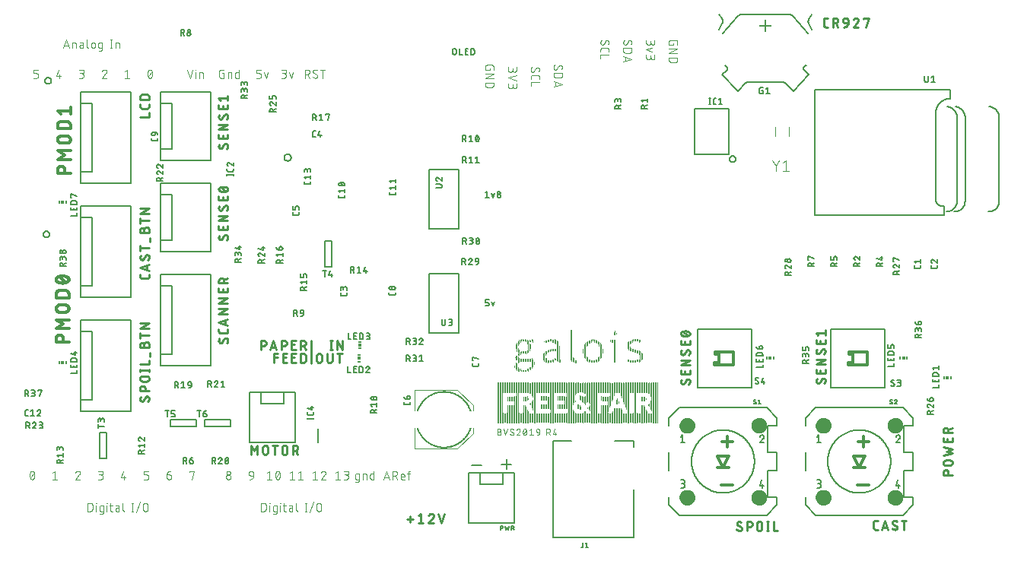
<source format=gto>
G04 EAGLE Gerber RS-274X export*
G75*
%MOMM*%
%FSLAX34Y34*%
%LPD*%
%INTop Silkscreen*%
%IPPOS*%
%AMOC8*
5,1,8,0,0,1.08239X$1,22.5*%
G01*
%ADD10C,0.152400*%
%ADD11R,0.084838X4.488181*%
%ADD12R,0.084581X4.488181*%
%ADD13R,0.084581X1.102363*%
%ADD14R,0.084581X1.186181*%
%ADD15R,0.084838X1.102363*%
%ADD16R,0.084838X1.099819*%
%ADD17R,0.084581X1.099819*%
%ADD18R,0.084581X0.508000*%
%ADD19R,0.084581X2.032000*%
%ADD20R,0.084838X0.508000*%
%ADD21R,0.084838X2.032000*%
%ADD22R,0.084581X2.964181*%
%ADD23R,0.084838X2.964181*%
%ADD24R,0.084581X1.861819*%
%ADD25R,0.084838X1.694181*%
%ADD26R,0.084581X0.424181*%
%ADD27R,0.084581X1.524000*%
%ADD28R,0.084581X0.170181*%
%ADD29R,0.084581X1.353819*%
%ADD30R,0.084838X1.186181*%
%ADD31R,0.084581X0.083819*%
%ADD32R,0.084581X0.254000*%
%ADD33R,0.084838X1.270000*%
%ADD34R,0.084581X1.440181*%
%ADD35R,0.084581X0.762000*%
%ADD36R,0.084581X1.610363*%
%ADD37R,0.084581X1.183638*%
%ADD38R,0.084838X3.134362*%
%ADD39R,0.084838X0.424181*%
%ADD40R,0.084581X1.356363*%
%ADD41R,0.084838X1.440181*%
%ADD42R,0.084838X1.356363*%
%ADD43R,0.084581X2.880362*%
%ADD44R,0.084581X2.456181*%
%ADD45R,0.084581X2.286000*%
%ADD46R,0.084838X2.202181*%
%ADD47R,0.084581X1.270000*%
%ADD48R,0.084838X0.167637*%
%ADD49R,0.084581X0.591819*%
%ADD50R,0.084838X1.016000*%
%ADD51R,0.084838X0.591819*%
%ADD52R,0.084581X1.016000*%
%ADD53R,0.084581X0.337819*%
%ADD54R,0.084838X0.170181*%
%ADD55R,0.084581X0.594363*%
%ADD56R,0.084581X0.678181*%
%ADD57R,0.084838X0.675638*%
%ADD58R,0.084581X0.932181*%
%ADD59R,0.084838X0.762000*%
%ADD60R,0.084581X2.202181*%
%ADD61R,0.084581X2.118362*%
%ADD62R,0.084581X0.086363*%
%ADD63R,0.084838X0.254000*%
%ADD64R,0.084581X0.421637*%
%ADD65R,0.084581X2.372362*%
%ADD66R,0.084838X3.218181*%
%ADD67R,0.084581X1.694181*%
%ADD68R,0.084581X2.540000*%
%ADD69R,0.084838X2.286000*%
%ADD70R,0.084581X1.864363*%
%ADD71R,0.084838X1.524000*%
%ADD72R,0.084838X0.086363*%
%ADD73R,0.084838X0.594363*%
%ADD74R,0.084838X1.864363*%
%ADD75R,0.084838X2.540000*%
%ADD76R,0.084581X2.794000*%
%ADD77R,0.084581X1.948181*%
%ADD78R,0.084581X1.778000*%
%ADD79R,0.084838X1.607819*%
%ADD80R,0.084581X0.167637*%
%ADD81R,0.084581X0.340363*%
%ADD82R,0.084581X3.134362*%
%ADD83C,0.101600*%
%ADD84R,0.084838X0.083819*%
%ADD85R,0.084581X0.848363*%
%ADD86R,0.084838X0.932181*%
%ADD87R,0.084838X0.340363*%
%ADD88R,0.084581X0.845819*%
%ADD89R,0.084838X0.337819*%
%ADD90R,0.084581X0.929638*%
%ADD91R,0.084838X0.421637*%
%ADD92R,0.084581X1.945638*%
%ADD93R,0.084838X3.131819*%
%ADD94R,0.084581X3.385819*%
%ADD95R,0.084581X3.556000*%
%ADD96R,0.084838X3.556000*%
%ADD97R,0.084838X1.948181*%
%ADD98R,0.084838X0.678181*%
%ADD99R,0.084581X1.607819*%
%ADD100R,0.084838X2.456181*%
%ADD101C,0.254000*%
%ADD102C,0.076200*%
%ADD103C,0.127000*%
%ADD104C,0.355600*%
%ADD105C,0.200000*%
%ADD106C,0.010159*%
%ADD107C,0.203200*%
%ADD108R,0.229600X1.377600*%
%ADD109R,1.377600X0.229600*%
%ADD110C,0.100000*%
%ADD111R,0.150000X0.300000*%
%ADD112R,0.300000X0.300000*%
%ADD113C,0.304800*%
%ADD114C,0.900000*%
%ADD115C,0.330200*%
%ADD116R,0.300000X0.150000*%
%ADD117C,0.300000*%


D10*
X577603Y65449D02*
X588440Y65449D01*
X583021Y60031D02*
X583021Y70868D01*
X555438Y64180D02*
X544601Y64180D01*
D11*
X573157Y133765D03*
D12*
X574004Y133765D03*
X574850Y133765D03*
D11*
X575697Y133765D03*
D12*
X576544Y133765D03*
X577390Y133765D03*
D11*
X578237Y133765D03*
D12*
X579084Y133765D03*
D13*
X579930Y150694D03*
D14*
X579930Y117255D03*
D15*
X580777Y150694D03*
D16*
X580777Y116824D03*
D13*
X581624Y150694D03*
D17*
X581624Y116824D03*
D13*
X582470Y150694D03*
D17*
X582470Y116824D03*
D15*
X583317Y150694D03*
D16*
X583317Y116824D03*
D13*
X584164Y150694D03*
D14*
X584164Y117255D03*
D13*
X585010Y150694D03*
D18*
X585010Y138426D03*
D19*
X585010Y121484D03*
D15*
X585857Y150694D03*
D20*
X585857Y138426D03*
D21*
X585857Y121484D03*
D13*
X586704Y150694D03*
D18*
X586704Y138426D03*
D19*
X586704Y121484D03*
D13*
X587550Y150694D03*
D18*
X587550Y138426D03*
D19*
X587550Y121484D03*
D15*
X588397Y150694D03*
D20*
X588397Y138426D03*
D21*
X588397Y121484D03*
D13*
X589244Y150694D03*
D18*
X589244Y138426D03*
D19*
X589244Y121484D03*
D13*
X590090Y150694D03*
D18*
X590090Y138426D03*
D19*
X590090Y121484D03*
D15*
X590937Y150694D03*
D20*
X590937Y138426D03*
D21*
X590937Y121484D03*
D13*
X591784Y150694D03*
D18*
X591784Y138426D03*
D19*
X591784Y121484D03*
D13*
X592630Y150694D03*
D22*
X592630Y126145D03*
D15*
X593477Y150694D03*
D23*
X593477Y126145D03*
D13*
X594324Y150694D03*
D22*
X594324Y126145D03*
D12*
X595170Y133765D03*
D11*
X596017Y133765D03*
D12*
X596864Y133765D03*
D13*
X597710Y150694D03*
D14*
X597710Y117255D03*
D15*
X598557Y150694D03*
D16*
X598557Y116824D03*
D13*
X599404Y150694D03*
D17*
X599404Y116824D03*
D13*
X600250Y150694D03*
D17*
X600250Y116824D03*
D15*
X601097Y150694D03*
D16*
X601097Y116824D03*
D13*
X601944Y150694D03*
D14*
X601944Y117255D03*
D13*
X602790Y150694D03*
D18*
X602790Y138426D03*
D19*
X602790Y121484D03*
D15*
X603637Y150694D03*
D20*
X603637Y138426D03*
D21*
X603637Y121484D03*
D13*
X604484Y150694D03*
D18*
X604484Y138426D03*
D19*
X604484Y121484D03*
D13*
X605330Y150694D03*
D18*
X605330Y138426D03*
D24*
X605330Y120634D03*
D15*
X606177Y150694D03*
D20*
X606177Y138426D03*
D25*
X606177Y119795D03*
D13*
X607024Y150694D03*
D26*
X607024Y138845D03*
D27*
X607024Y118944D03*
D13*
X607870Y150694D03*
D28*
X607870Y138414D03*
D29*
X607870Y118094D03*
D15*
X608717Y150694D03*
D30*
X608717Y117255D03*
D14*
X609564Y150275D03*
D31*
X609564Y132064D03*
D17*
X609564Y116824D03*
D14*
X610410Y150275D03*
D32*
X610410Y132076D03*
D17*
X610410Y116824D03*
D33*
X611257Y149856D03*
D20*
X611257Y131644D03*
D16*
X611257Y116824D03*
D34*
X612104Y149005D03*
D35*
X612104Y131213D03*
D17*
X612104Y116824D03*
D36*
X612950Y148154D03*
D37*
X612950Y131644D03*
D17*
X612950Y116824D03*
D38*
X613797Y140534D03*
D30*
X613797Y117255D03*
D12*
X614644Y133765D03*
X615490Y133765D03*
D11*
X616337Y133765D03*
D13*
X617184Y150694D03*
D17*
X617184Y116824D03*
D13*
X618030Y150694D03*
D17*
X618030Y116824D03*
D15*
X618877Y150694D03*
D16*
X618877Y116824D03*
D13*
X619724Y150694D03*
D17*
X619724Y116824D03*
D13*
X620570Y150694D03*
D17*
X620570Y116824D03*
D15*
X621417Y150694D03*
D16*
X621417Y116824D03*
D13*
X622264Y150694D03*
D26*
X622264Y138845D03*
D18*
X622264Y129943D03*
D17*
X622264Y116824D03*
D13*
X623110Y150694D03*
D26*
X623110Y138845D03*
D18*
X623110Y129943D03*
D17*
X623110Y116824D03*
D15*
X623957Y150694D03*
D39*
X623957Y138845D03*
D20*
X623957Y129943D03*
D16*
X623957Y116824D03*
D13*
X624804Y150694D03*
D26*
X624804Y138845D03*
D18*
X624804Y129943D03*
D17*
X624804Y116824D03*
D13*
X625650Y150694D03*
D26*
X625650Y138845D03*
D18*
X625650Y129943D03*
D17*
X625650Y116824D03*
D15*
X626497Y150694D03*
D39*
X626497Y138845D03*
D20*
X626497Y129943D03*
D16*
X626497Y116824D03*
D13*
X627344Y150694D03*
D26*
X627344Y138845D03*
D18*
X627344Y129943D03*
D17*
X627344Y116824D03*
D13*
X628190Y150694D03*
D26*
X628190Y138845D03*
D18*
X628190Y129943D03*
D17*
X628190Y116824D03*
D15*
X629037Y150694D03*
D20*
X629037Y138426D03*
X629037Y129943D03*
D16*
X629037Y116824D03*
D13*
X629884Y150694D03*
D40*
X629884Y134184D03*
D17*
X629884Y116824D03*
D13*
X630730Y150694D03*
D40*
X630730Y134184D03*
D17*
X630730Y116824D03*
D15*
X631577Y150694D03*
D41*
X631577Y134604D03*
D16*
X631577Y116824D03*
D22*
X632424Y141385D03*
D14*
X632424Y117255D03*
D12*
X633270Y133765D03*
D11*
X634117Y133765D03*
D12*
X634964Y133765D03*
X635810Y133765D03*
D15*
X636657Y150694D03*
D16*
X636657Y116824D03*
D13*
X637504Y150694D03*
D17*
X637504Y116824D03*
D13*
X638350Y150694D03*
D17*
X638350Y116824D03*
D15*
X639197Y150694D03*
D16*
X639197Y116824D03*
D13*
X640044Y150694D03*
D17*
X640044Y116824D03*
D13*
X640890Y150694D03*
D26*
X640890Y138845D03*
D18*
X640890Y129943D03*
D17*
X640890Y116824D03*
D15*
X641737Y150694D03*
D39*
X641737Y138845D03*
D20*
X641737Y129943D03*
D16*
X641737Y116824D03*
D13*
X642584Y150694D03*
D26*
X642584Y138845D03*
D18*
X642584Y129943D03*
D17*
X642584Y116824D03*
D13*
X643430Y150694D03*
D26*
X643430Y138845D03*
D18*
X643430Y129943D03*
D17*
X643430Y116824D03*
D15*
X644277Y150694D03*
D39*
X644277Y138845D03*
D20*
X644277Y129943D03*
D16*
X644277Y116824D03*
D13*
X645124Y150694D03*
D26*
X645124Y138845D03*
D18*
X645124Y129943D03*
D17*
X645124Y116824D03*
D13*
X645970Y150694D03*
D26*
X645970Y138845D03*
D18*
X645970Y129943D03*
D17*
X645970Y116824D03*
D15*
X646817Y150694D03*
D39*
X646817Y138845D03*
D20*
X646817Y129943D03*
D16*
X646817Y116824D03*
D13*
X647664Y150694D03*
D26*
X647664Y138845D03*
D18*
X647664Y129943D03*
D17*
X647664Y116824D03*
D13*
X648510Y150694D03*
D40*
X648510Y134184D03*
D17*
X648510Y116824D03*
D15*
X649357Y150694D03*
D42*
X649357Y134184D03*
D16*
X649357Y116824D03*
D13*
X650204Y150694D03*
D40*
X650204Y134184D03*
D17*
X650204Y116824D03*
D43*
X651050Y141804D03*
D14*
X651050Y117255D03*
D11*
X651897Y133765D03*
D12*
X652744Y133765D03*
X653590Y133765D03*
D11*
X654437Y133765D03*
D12*
X655284Y133765D03*
X656130Y133765D03*
D11*
X656977Y133765D03*
D44*
X657824Y143925D03*
D34*
X657824Y118525D03*
D45*
X658670Y144776D03*
D29*
X658670Y118094D03*
D46*
X659517Y145195D03*
D33*
X659517Y117674D03*
D40*
X660364Y149424D03*
D28*
X660364Y135874D03*
D14*
X660364Y117255D03*
D47*
X661210Y149856D03*
D17*
X661210Y116824D03*
D30*
X662057Y150275D03*
D48*
X662057Y129104D03*
D16*
X662057Y116824D03*
D13*
X662904Y150694D03*
D26*
X662904Y129524D03*
D17*
X662904Y116824D03*
D13*
X663750Y150694D03*
D49*
X663750Y129524D03*
D17*
X663750Y116824D03*
D50*
X664597Y151126D03*
D51*
X664597Y129524D03*
D16*
X664597Y116824D03*
D52*
X665444Y151126D03*
D26*
X665444Y139684D03*
X665444Y128685D03*
D17*
X665444Y116824D03*
D52*
X666290Y151126D03*
D18*
X666290Y139264D03*
D53*
X666290Y128254D03*
D17*
X666290Y116824D03*
D50*
X667137Y151126D03*
D51*
X667137Y138845D03*
D54*
X667137Y128254D03*
D16*
X667137Y116824D03*
D52*
X667984Y151126D03*
D55*
X667984Y137994D03*
D17*
X667984Y116824D03*
D13*
X668830Y150694D03*
D56*
X668830Y137575D03*
D14*
X668830Y117255D03*
D15*
X669677Y150694D03*
D57*
X669677Y136724D03*
D33*
X669677Y117674D03*
D14*
X670524Y150275D03*
D35*
X670524Y136293D03*
D47*
X670524Y117674D03*
X671370Y149856D03*
D58*
X671370Y136305D03*
D47*
X671370Y117674D03*
D42*
X672217Y149424D03*
D59*
X672217Y137156D03*
D30*
X672217Y117255D03*
D60*
X673064Y145195D03*
D17*
X673064Y116824D03*
D61*
X673910Y145614D03*
D62*
X673910Y127834D03*
D17*
X673910Y116824D03*
D46*
X674757Y145195D03*
D63*
X674757Y127834D03*
D16*
X674757Y116824D03*
D45*
X675604Y144776D03*
D64*
X675604Y127834D03*
D17*
X675604Y116824D03*
D65*
X676450Y144344D03*
D56*
X676450Y128254D03*
D17*
X676450Y116824D03*
D66*
X677297Y140115D03*
D30*
X677297Y117255D03*
D12*
X678144Y133765D03*
X678990Y133765D03*
D11*
X679837Y133765D03*
D12*
X680684Y133765D03*
X681530Y133765D03*
D11*
X682377Y133765D03*
D12*
X683224Y133765D03*
X684070Y133765D03*
D15*
X684917Y150694D03*
D30*
X684917Y117255D03*
D13*
X685764Y150694D03*
D17*
X685764Y116824D03*
D13*
X686610Y150694D03*
D17*
X686610Y116824D03*
D15*
X687457Y150694D03*
D16*
X687457Y116824D03*
D13*
X688304Y150694D03*
D17*
X688304Y116824D03*
D13*
X689150Y150694D03*
D26*
X689150Y138845D03*
D19*
X689150Y121484D03*
D15*
X689997Y150694D03*
D20*
X689997Y138426D03*
D21*
X689997Y121484D03*
D13*
X690844Y150694D03*
D18*
X690844Y138426D03*
D19*
X690844Y121484D03*
D13*
X691690Y150694D03*
D18*
X691690Y138426D03*
D19*
X691690Y121484D03*
D15*
X692537Y150694D03*
D20*
X692537Y138426D03*
D21*
X692537Y121484D03*
D13*
X693384Y150694D03*
D18*
X693384Y138426D03*
D19*
X693384Y121484D03*
D13*
X694230Y150694D03*
D18*
X694230Y138426D03*
D19*
X694230Y121484D03*
D15*
X695077Y150694D03*
D20*
X695077Y138426D03*
D21*
X695077Y121484D03*
D13*
X695924Y150694D03*
D18*
X695924Y138426D03*
D19*
X695924Y121484D03*
D13*
X696770Y150694D03*
D67*
X696770Y132495D03*
D14*
X696770Y117255D03*
D15*
X697617Y150694D03*
D41*
X697617Y133765D03*
D16*
X697617Y116824D03*
D13*
X698464Y150694D03*
D47*
X698464Y134616D03*
D17*
X698464Y116824D03*
D68*
X699310Y143506D03*
D17*
X699310Y116824D03*
D69*
X700157Y144776D03*
D16*
X700157Y116824D03*
D19*
X701004Y146046D03*
D14*
X701004Y117255D03*
D70*
X701850Y146884D03*
D29*
X701850Y118094D03*
D25*
X702697Y147735D03*
D71*
X702697Y118944D03*
D34*
X703544Y149005D03*
D67*
X703544Y119795D03*
D13*
X704390Y150694D03*
D67*
X704390Y119795D03*
D15*
X705237Y150694D03*
D72*
X705237Y132914D03*
D25*
X705237Y119795D03*
D13*
X706084Y150694D03*
D26*
X706084Y134604D03*
D67*
X706084Y119795D03*
D13*
X706930Y150694D03*
D55*
X706930Y135454D03*
D67*
X706930Y119795D03*
D15*
X707777Y150694D03*
D73*
X707777Y135454D03*
D25*
X707777Y119795D03*
D13*
X708624Y150694D03*
D32*
X708624Y133753D03*
D67*
X708624Y119795D03*
D13*
X709470Y150694D03*
D67*
X709470Y119795D03*
D33*
X710317Y149856D03*
D25*
X710317Y119795D03*
D34*
X711164Y149005D03*
D67*
X711164Y119795D03*
X712010Y147735D03*
D34*
X712010Y118525D03*
D74*
X712857Y146884D03*
D30*
X712857Y117255D03*
D61*
X713704Y145614D03*
D17*
X713704Y116824D03*
D65*
X714550Y144344D03*
D17*
X714550Y116824D03*
D75*
X715397Y143506D03*
D16*
X715397Y116824D03*
D76*
X716244Y142236D03*
D17*
X716244Y116824D03*
D22*
X717090Y141385D03*
D17*
X717090Y116824D03*
D66*
X717937Y140115D03*
D30*
X717937Y117255D03*
D12*
X718784Y133765D03*
X719630Y133765D03*
D15*
X720477Y150694D03*
D30*
X720477Y117255D03*
D13*
X721324Y150694D03*
D17*
X721324Y116824D03*
D13*
X722170Y150694D03*
D17*
X722170Y116824D03*
D15*
X723017Y150694D03*
D16*
X723017Y116824D03*
D13*
X723864Y150694D03*
D17*
X723864Y116824D03*
D13*
X724710Y150694D03*
D14*
X724710Y117255D03*
D11*
X725557Y133765D03*
D12*
X726404Y133765D03*
X727250Y133765D03*
D11*
X728097Y133765D03*
D13*
X728944Y150694D03*
D14*
X728944Y117255D03*
D13*
X729790Y150694D03*
D17*
X729790Y116824D03*
D15*
X730637Y150694D03*
D16*
X730637Y116824D03*
D13*
X731484Y150694D03*
D17*
X731484Y116824D03*
D13*
X732330Y150694D03*
D17*
X732330Y116824D03*
D15*
X733177Y150694D03*
D30*
X733177Y117255D03*
D13*
X734024Y150694D03*
D18*
X734024Y138426D03*
D19*
X734024Y121484D03*
D13*
X734870Y150694D03*
D18*
X734870Y138426D03*
D19*
X734870Y121484D03*
D15*
X735717Y150694D03*
D20*
X735717Y138426D03*
D21*
X735717Y121484D03*
D13*
X736564Y150694D03*
D18*
X736564Y138426D03*
D77*
X736564Y121065D03*
D13*
X737410Y150694D03*
D18*
X737410Y138426D03*
D78*
X737410Y120214D03*
D15*
X738257Y150694D03*
D20*
X738257Y138426D03*
D79*
X738257Y119364D03*
D13*
X739104Y150694D03*
D28*
X739104Y138414D03*
D34*
X739104Y118525D03*
D13*
X739950Y150694D03*
D47*
X739950Y117674D03*
D30*
X740797Y150275D03*
X740797Y117255D03*
D14*
X741644Y150275D03*
D80*
X741644Y131644D03*
D17*
X741644Y116824D03*
D47*
X742490Y149856D03*
D81*
X742490Y131644D03*
D17*
X742490Y116824D03*
D41*
X743337Y149005D03*
D51*
X743337Y131225D03*
D16*
X743337Y116824D03*
D27*
X744184Y148586D03*
D58*
X744184Y131225D03*
D17*
X744184Y116824D03*
D82*
X745030Y140534D03*
D17*
X745030Y116824D03*
D11*
X745877Y133765D03*
D12*
X746724Y133765D03*
X747570Y133765D03*
D11*
X748417Y133765D03*
D12*
X749264Y133765D03*
X750110Y133765D03*
D11*
X750957Y133765D03*
D12*
X751804Y133765D03*
D83*
X574794Y101819D02*
X572818Y101819D01*
X574794Y101819D02*
X574881Y101817D01*
X574969Y101811D01*
X575056Y101802D01*
X575142Y101788D01*
X575228Y101771D01*
X575312Y101750D01*
X575396Y101725D01*
X575479Y101696D01*
X575560Y101664D01*
X575640Y101629D01*
X575718Y101590D01*
X575795Y101547D01*
X575869Y101501D01*
X575941Y101452D01*
X576011Y101400D01*
X576079Y101344D01*
X576144Y101286D01*
X576207Y101225D01*
X576266Y101161D01*
X576323Y101094D01*
X576377Y101026D01*
X576428Y100954D01*
X576475Y100881D01*
X576520Y100806D01*
X576561Y100728D01*
X576598Y100649D01*
X576632Y100569D01*
X576662Y100487D01*
X576689Y100404D01*
X576712Y100319D01*
X576731Y100234D01*
X576746Y100148D01*
X576758Y100061D01*
X576766Y99974D01*
X576770Y99887D01*
X576770Y99799D01*
X576766Y99712D01*
X576758Y99625D01*
X576746Y99538D01*
X576731Y99452D01*
X576712Y99367D01*
X576689Y99282D01*
X576662Y99199D01*
X576632Y99117D01*
X576598Y99037D01*
X576561Y98958D01*
X576520Y98880D01*
X576475Y98805D01*
X576428Y98732D01*
X576377Y98660D01*
X576323Y98592D01*
X576266Y98525D01*
X576207Y98461D01*
X576144Y98400D01*
X576079Y98342D01*
X576011Y98286D01*
X575941Y98234D01*
X575869Y98185D01*
X575795Y98139D01*
X575718Y98096D01*
X575640Y98057D01*
X575560Y98022D01*
X575479Y97990D01*
X575396Y97961D01*
X575312Y97936D01*
X575228Y97915D01*
X575142Y97898D01*
X575056Y97884D01*
X574969Y97875D01*
X574881Y97869D01*
X574794Y97867D01*
X574794Y97868D02*
X572818Y97868D01*
X572818Y104980D01*
X574794Y104980D01*
X574794Y104979D02*
X574873Y104977D01*
X574951Y104971D01*
X575029Y104961D01*
X575107Y104948D01*
X575184Y104930D01*
X575260Y104909D01*
X575334Y104884D01*
X575408Y104855D01*
X575480Y104823D01*
X575550Y104787D01*
X575618Y104747D01*
X575684Y104704D01*
X575748Y104658D01*
X575810Y104609D01*
X575869Y104557D01*
X575925Y104502D01*
X575979Y104444D01*
X576029Y104384D01*
X576077Y104321D01*
X576121Y104256D01*
X576162Y104189D01*
X576200Y104120D01*
X576234Y104049D01*
X576265Y103976D01*
X576292Y103902D01*
X576315Y103827D01*
X576334Y103751D01*
X576350Y103673D01*
X576362Y103595D01*
X576370Y103517D01*
X576374Y103438D01*
X576374Y103360D01*
X576370Y103281D01*
X576362Y103203D01*
X576350Y103125D01*
X576334Y103047D01*
X576315Y102971D01*
X576292Y102896D01*
X576265Y102822D01*
X576234Y102749D01*
X576200Y102678D01*
X576162Y102609D01*
X576121Y102542D01*
X576077Y102477D01*
X576029Y102414D01*
X575979Y102354D01*
X575925Y102296D01*
X575869Y102241D01*
X575810Y102189D01*
X575748Y102140D01*
X575684Y102094D01*
X575618Y102051D01*
X575550Y102011D01*
X575480Y101975D01*
X575408Y101943D01*
X575334Y101914D01*
X575260Y101889D01*
X575184Y101868D01*
X575107Y101850D01*
X575029Y101837D01*
X574951Y101827D01*
X574873Y101821D01*
X574794Y101819D01*
X579356Y104980D02*
X581726Y97868D01*
X584097Y104980D01*
X590773Y99448D02*
X590771Y99370D01*
X590765Y99293D01*
X590756Y99216D01*
X590743Y99140D01*
X590726Y99064D01*
X590705Y98989D01*
X590681Y98916D01*
X590653Y98843D01*
X590621Y98772D01*
X590586Y98703D01*
X590548Y98636D01*
X590507Y98570D01*
X590462Y98507D01*
X590414Y98446D01*
X590364Y98387D01*
X590310Y98331D01*
X590254Y98277D01*
X590195Y98227D01*
X590134Y98179D01*
X590071Y98134D01*
X590005Y98093D01*
X589938Y98055D01*
X589869Y98020D01*
X589798Y97988D01*
X589725Y97960D01*
X589652Y97936D01*
X589577Y97915D01*
X589501Y97898D01*
X589425Y97885D01*
X589348Y97876D01*
X589271Y97870D01*
X589193Y97868D01*
X589078Y97870D01*
X588964Y97876D01*
X588850Y97886D01*
X588736Y97899D01*
X588623Y97917D01*
X588510Y97939D01*
X588398Y97964D01*
X588288Y97993D01*
X588178Y98026D01*
X588069Y98063D01*
X587962Y98103D01*
X587856Y98147D01*
X587752Y98195D01*
X587649Y98246D01*
X587549Y98301D01*
X587450Y98359D01*
X587353Y98421D01*
X587259Y98485D01*
X587166Y98553D01*
X587076Y98625D01*
X586989Y98699D01*
X586904Y98776D01*
X586822Y98856D01*
X587020Y103399D02*
X587022Y103477D01*
X587028Y103554D01*
X587037Y103631D01*
X587050Y103707D01*
X587067Y103783D01*
X587088Y103858D01*
X587112Y103931D01*
X587140Y104004D01*
X587172Y104075D01*
X587207Y104144D01*
X587245Y104211D01*
X587286Y104277D01*
X587331Y104340D01*
X587379Y104401D01*
X587429Y104460D01*
X587483Y104516D01*
X587539Y104570D01*
X587598Y104620D01*
X587659Y104668D01*
X587722Y104713D01*
X587788Y104754D01*
X587855Y104792D01*
X587924Y104827D01*
X587995Y104859D01*
X588068Y104887D01*
X588141Y104911D01*
X588216Y104932D01*
X588292Y104949D01*
X588368Y104962D01*
X588445Y104971D01*
X588523Y104977D01*
X588600Y104979D01*
X588706Y104977D01*
X588812Y104971D01*
X588917Y104962D01*
X589022Y104949D01*
X589127Y104932D01*
X589231Y104911D01*
X589334Y104887D01*
X589436Y104859D01*
X589537Y104827D01*
X589637Y104792D01*
X589735Y104753D01*
X589833Y104710D01*
X589928Y104665D01*
X590022Y104616D01*
X590114Y104563D01*
X590204Y104507D01*
X590292Y104448D01*
X590378Y104386D01*
X587810Y102016D02*
X587743Y102058D01*
X587678Y102103D01*
X587615Y102152D01*
X587554Y102203D01*
X587497Y102258D01*
X587442Y102315D01*
X587389Y102375D01*
X587340Y102437D01*
X587294Y102502D01*
X587252Y102568D01*
X587212Y102637D01*
X587176Y102708D01*
X587144Y102781D01*
X587115Y102855D01*
X587090Y102930D01*
X587069Y103006D01*
X587051Y103084D01*
X587038Y103162D01*
X587028Y103241D01*
X587022Y103320D01*
X587020Y103399D01*
X589983Y100831D02*
X590050Y100789D01*
X590115Y100744D01*
X590178Y100695D01*
X590239Y100644D01*
X590296Y100589D01*
X590351Y100532D01*
X590404Y100472D01*
X590453Y100410D01*
X590499Y100345D01*
X590541Y100279D01*
X590581Y100210D01*
X590617Y100139D01*
X590649Y100066D01*
X590678Y99992D01*
X590703Y99917D01*
X590724Y99841D01*
X590742Y99763D01*
X590755Y99685D01*
X590765Y99606D01*
X590771Y99527D01*
X590773Y99448D01*
X589983Y100831D02*
X587810Y102016D01*
X596067Y104980D02*
X596149Y104978D01*
X596231Y104972D01*
X596313Y104963D01*
X596394Y104950D01*
X596474Y104933D01*
X596554Y104912D01*
X596632Y104888D01*
X596709Y104860D01*
X596785Y104829D01*
X596860Y104794D01*
X596932Y104755D01*
X597003Y104714D01*
X597072Y104669D01*
X597138Y104621D01*
X597203Y104570D01*
X597265Y104516D01*
X597324Y104459D01*
X597381Y104400D01*
X597435Y104338D01*
X597486Y104273D01*
X597534Y104207D01*
X597579Y104138D01*
X597620Y104067D01*
X597659Y103995D01*
X597694Y103920D01*
X597725Y103844D01*
X597753Y103767D01*
X597777Y103689D01*
X597798Y103609D01*
X597815Y103529D01*
X597828Y103448D01*
X597837Y103366D01*
X597843Y103284D01*
X597845Y103202D01*
X596067Y104979D02*
X595974Y104977D01*
X595882Y104971D01*
X595790Y104962D01*
X595698Y104949D01*
X595607Y104932D01*
X595517Y104912D01*
X595427Y104888D01*
X595339Y104860D01*
X595251Y104828D01*
X595166Y104794D01*
X595081Y104755D01*
X594999Y104714D01*
X594918Y104669D01*
X594838Y104620D01*
X594761Y104569D01*
X594686Y104515D01*
X594614Y104457D01*
X594544Y104397D01*
X594476Y104333D01*
X594411Y104268D01*
X594348Y104199D01*
X594289Y104128D01*
X594232Y104055D01*
X594178Y103979D01*
X594128Y103902D01*
X594080Y103822D01*
X594036Y103741D01*
X593996Y103657D01*
X593958Y103573D01*
X593924Y103486D01*
X593894Y103399D01*
X597252Y101819D02*
X597313Y101880D01*
X597371Y101943D01*
X597426Y102009D01*
X597479Y102077D01*
X597528Y102148D01*
X597573Y102220D01*
X597616Y102295D01*
X597655Y102371D01*
X597691Y102450D01*
X597723Y102529D01*
X597751Y102610D01*
X597776Y102693D01*
X597797Y102776D01*
X597814Y102860D01*
X597828Y102945D01*
X597837Y103030D01*
X597843Y103116D01*
X597845Y103202D01*
X597252Y101819D02*
X593893Y97868D01*
X597845Y97868D01*
X601209Y101424D02*
X601211Y101572D01*
X601216Y101719D01*
X601226Y101867D01*
X601239Y102014D01*
X601255Y102161D01*
X601276Y102307D01*
X601300Y102453D01*
X601328Y102598D01*
X601359Y102742D01*
X601394Y102885D01*
X601433Y103028D01*
X601475Y103169D01*
X601521Y103310D01*
X601570Y103449D01*
X601623Y103587D01*
X601679Y103724D01*
X601739Y103859D01*
X601802Y103992D01*
X601801Y103992D02*
X601827Y104063D01*
X601857Y104132D01*
X601891Y104200D01*
X601928Y104266D01*
X601968Y104330D01*
X602012Y104392D01*
X602058Y104451D01*
X602108Y104508D01*
X602161Y104562D01*
X602216Y104614D01*
X602274Y104662D01*
X602334Y104708D01*
X602397Y104750D01*
X602462Y104789D01*
X602528Y104825D01*
X602597Y104857D01*
X602666Y104885D01*
X602738Y104910D01*
X602810Y104931D01*
X602884Y104949D01*
X602958Y104962D01*
X603033Y104972D01*
X603108Y104978D01*
X603184Y104980D01*
X603260Y104978D01*
X603335Y104972D01*
X603410Y104962D01*
X603484Y104949D01*
X603558Y104931D01*
X603630Y104910D01*
X603701Y104885D01*
X603771Y104857D01*
X603840Y104825D01*
X603906Y104789D01*
X603971Y104750D01*
X604034Y104708D01*
X604094Y104662D01*
X604152Y104614D01*
X604207Y104562D01*
X604260Y104508D01*
X604310Y104451D01*
X604356Y104392D01*
X604400Y104330D01*
X604440Y104266D01*
X604477Y104200D01*
X604511Y104132D01*
X604541Y104063D01*
X604567Y103992D01*
X604630Y103859D01*
X604690Y103724D01*
X604746Y103587D01*
X604799Y103449D01*
X604848Y103310D01*
X604894Y103169D01*
X604936Y103028D01*
X604975Y102885D01*
X605010Y102742D01*
X605041Y102598D01*
X605069Y102453D01*
X605093Y102307D01*
X605114Y102161D01*
X605130Y102014D01*
X605143Y101867D01*
X605153Y101719D01*
X605158Y101572D01*
X605160Y101424D01*
X601209Y101424D02*
X601211Y101276D01*
X601216Y101129D01*
X601226Y100981D01*
X601239Y100834D01*
X601255Y100687D01*
X601276Y100541D01*
X601300Y100396D01*
X601328Y100250D01*
X601359Y100106D01*
X601394Y99963D01*
X601433Y99820D01*
X601475Y99679D01*
X601521Y99538D01*
X601570Y99399D01*
X601623Y99261D01*
X601679Y99124D01*
X601739Y98989D01*
X601802Y98856D01*
X601801Y98856D02*
X601827Y98785D01*
X601857Y98716D01*
X601891Y98648D01*
X601928Y98582D01*
X601968Y98518D01*
X602012Y98456D01*
X602058Y98397D01*
X602108Y98340D01*
X602161Y98286D01*
X602216Y98234D01*
X602274Y98186D01*
X602334Y98140D01*
X602397Y98098D01*
X602462Y98059D01*
X602528Y98023D01*
X602597Y97991D01*
X602667Y97963D01*
X602738Y97938D01*
X602810Y97917D01*
X602884Y97899D01*
X602958Y97886D01*
X603033Y97876D01*
X603108Y97870D01*
X603184Y97868D01*
X604567Y98856D02*
X604630Y98989D01*
X604690Y99124D01*
X604746Y99261D01*
X604799Y99399D01*
X604848Y99538D01*
X604894Y99679D01*
X604936Y99820D01*
X604975Y99963D01*
X605010Y100106D01*
X605041Y100250D01*
X605069Y100396D01*
X605093Y100541D01*
X605114Y100687D01*
X605130Y100834D01*
X605143Y100981D01*
X605153Y101129D01*
X605158Y101276D01*
X605160Y101424D01*
X604567Y98856D02*
X604541Y98785D01*
X604511Y98716D01*
X604477Y98648D01*
X604440Y98582D01*
X604400Y98518D01*
X604356Y98456D01*
X604310Y98397D01*
X604260Y98340D01*
X604207Y98286D01*
X604152Y98234D01*
X604094Y98186D01*
X604034Y98140D01*
X603971Y98098D01*
X603906Y98059D01*
X603840Y98023D01*
X603771Y97991D01*
X603701Y97963D01*
X603630Y97938D01*
X603558Y97917D01*
X603484Y97899D01*
X603410Y97886D01*
X603335Y97876D01*
X603260Y97870D01*
X603184Y97868D01*
X601604Y99448D02*
X604765Y103399D01*
X608524Y103399D02*
X610499Y104980D01*
X610499Y97868D01*
X608524Y97868D02*
X612475Y97868D01*
X617420Y101029D02*
X619790Y101029D01*
X617420Y101029D02*
X617342Y101031D01*
X617265Y101037D01*
X617188Y101046D01*
X617112Y101059D01*
X617036Y101076D01*
X616961Y101097D01*
X616888Y101121D01*
X616815Y101149D01*
X616744Y101181D01*
X616675Y101216D01*
X616608Y101254D01*
X616542Y101295D01*
X616479Y101340D01*
X616418Y101388D01*
X616359Y101438D01*
X616303Y101492D01*
X616249Y101548D01*
X616199Y101607D01*
X616151Y101668D01*
X616106Y101731D01*
X616065Y101797D01*
X616027Y101864D01*
X615992Y101933D01*
X615960Y102004D01*
X615932Y102077D01*
X615908Y102150D01*
X615887Y102225D01*
X615870Y102301D01*
X615857Y102377D01*
X615848Y102454D01*
X615842Y102531D01*
X615840Y102609D01*
X615839Y102609D02*
X615839Y103004D01*
X615841Y103091D01*
X615847Y103179D01*
X615856Y103266D01*
X615870Y103352D01*
X615887Y103438D01*
X615908Y103522D01*
X615933Y103606D01*
X615962Y103689D01*
X615994Y103770D01*
X616029Y103850D01*
X616068Y103928D01*
X616111Y104005D01*
X616157Y104079D01*
X616206Y104151D01*
X616258Y104221D01*
X616314Y104289D01*
X616372Y104354D01*
X616433Y104417D01*
X616497Y104476D01*
X616564Y104533D01*
X616632Y104587D01*
X616704Y104638D01*
X616777Y104685D01*
X616852Y104730D01*
X616930Y104771D01*
X617009Y104808D01*
X617089Y104842D01*
X617171Y104872D01*
X617254Y104899D01*
X617339Y104922D01*
X617424Y104941D01*
X617510Y104956D01*
X617597Y104968D01*
X617684Y104976D01*
X617771Y104980D01*
X617859Y104980D01*
X617946Y104976D01*
X618033Y104968D01*
X618120Y104956D01*
X618206Y104941D01*
X618291Y104922D01*
X618376Y104899D01*
X618459Y104872D01*
X618541Y104842D01*
X618621Y104808D01*
X618700Y104771D01*
X618778Y104730D01*
X618853Y104685D01*
X618926Y104638D01*
X618998Y104587D01*
X619066Y104533D01*
X619133Y104476D01*
X619197Y104417D01*
X619258Y104354D01*
X619316Y104289D01*
X619372Y104221D01*
X619424Y104151D01*
X619473Y104079D01*
X619519Y104005D01*
X619562Y103928D01*
X619601Y103850D01*
X619636Y103770D01*
X619668Y103689D01*
X619697Y103606D01*
X619722Y103522D01*
X619743Y103438D01*
X619760Y103352D01*
X619774Y103266D01*
X619783Y103179D01*
X619789Y103091D01*
X619791Y103004D01*
X619790Y103004D02*
X619790Y101029D01*
X619788Y100919D01*
X619782Y100808D01*
X619773Y100699D01*
X619759Y100589D01*
X619742Y100480D01*
X619721Y100372D01*
X619696Y100264D01*
X619668Y100158D01*
X619635Y100052D01*
X619599Y99948D01*
X619560Y99845D01*
X619517Y99743D01*
X619470Y99643D01*
X619420Y99545D01*
X619367Y99448D01*
X619310Y99354D01*
X619250Y99261D01*
X619186Y99171D01*
X619120Y99083D01*
X619050Y98997D01*
X618978Y98914D01*
X618903Y98833D01*
X618825Y98755D01*
X618744Y98680D01*
X618661Y98608D01*
X618575Y98538D01*
X618487Y98472D01*
X618397Y98408D01*
X618304Y98348D01*
X618210Y98291D01*
X618113Y98238D01*
X618015Y98188D01*
X617915Y98141D01*
X617813Y98098D01*
X617710Y98059D01*
X617606Y98023D01*
X617500Y97990D01*
X617394Y97962D01*
X617286Y97937D01*
X617178Y97916D01*
X617069Y97899D01*
X616959Y97885D01*
X616850Y97876D01*
X616739Y97870D01*
X616629Y97868D01*
X627360Y97868D02*
X627360Y104980D01*
X629336Y104980D01*
X629423Y104978D01*
X629511Y104972D01*
X629598Y104963D01*
X629684Y104949D01*
X629770Y104932D01*
X629854Y104911D01*
X629938Y104886D01*
X630021Y104857D01*
X630102Y104825D01*
X630182Y104790D01*
X630260Y104751D01*
X630337Y104708D01*
X630411Y104662D01*
X630483Y104613D01*
X630553Y104561D01*
X630621Y104505D01*
X630686Y104447D01*
X630749Y104386D01*
X630808Y104322D01*
X630865Y104255D01*
X630919Y104187D01*
X630970Y104115D01*
X631017Y104042D01*
X631062Y103967D01*
X631103Y103889D01*
X631140Y103810D01*
X631174Y103730D01*
X631204Y103648D01*
X631231Y103565D01*
X631254Y103480D01*
X631273Y103395D01*
X631288Y103309D01*
X631300Y103222D01*
X631308Y103135D01*
X631312Y103048D01*
X631312Y102960D01*
X631308Y102873D01*
X631300Y102786D01*
X631288Y102699D01*
X631273Y102613D01*
X631254Y102528D01*
X631231Y102443D01*
X631204Y102360D01*
X631174Y102278D01*
X631140Y102198D01*
X631103Y102119D01*
X631062Y102041D01*
X631017Y101966D01*
X630970Y101893D01*
X630919Y101821D01*
X630865Y101753D01*
X630808Y101686D01*
X630749Y101622D01*
X630686Y101561D01*
X630621Y101503D01*
X630553Y101447D01*
X630483Y101395D01*
X630411Y101346D01*
X630337Y101300D01*
X630260Y101257D01*
X630182Y101218D01*
X630102Y101183D01*
X630021Y101151D01*
X629938Y101122D01*
X629854Y101097D01*
X629770Y101076D01*
X629684Y101059D01*
X629598Y101045D01*
X629511Y101036D01*
X629423Y101030D01*
X629336Y101028D01*
X629336Y101029D02*
X627360Y101029D01*
X629731Y101029D02*
X631311Y97868D01*
X634615Y99448D02*
X636195Y104980D01*
X634615Y99448D02*
X638566Y99448D01*
X637381Y101029D02*
X637381Y97868D01*
D10*
X831261Y405500D02*
X831263Y405618D01*
X831269Y405736D01*
X831279Y405853D01*
X831293Y405970D01*
X831311Y406087D01*
X831332Y406203D01*
X831358Y406318D01*
X831388Y406432D01*
X831421Y406545D01*
X831458Y406657D01*
X831499Y406768D01*
X831544Y406877D01*
X831592Y406984D01*
X831644Y407090D01*
X831700Y407194D01*
X831759Y407296D01*
X831821Y407396D01*
X831887Y407494D01*
X831956Y407590D01*
X832028Y407683D01*
X832103Y407774D01*
X832181Y407862D01*
X832263Y407948D01*
X832347Y408030D01*
X832434Y408110D01*
X832523Y408187D01*
X832615Y408261D01*
X832710Y408331D01*
X832806Y408399D01*
X832905Y408463D01*
X833006Y408523D01*
X833110Y408581D01*
X833215Y408634D01*
X833321Y408684D01*
X833430Y408731D01*
X833540Y408774D01*
X833651Y408813D01*
X833763Y408848D01*
X833877Y408880D01*
X833992Y408907D01*
X834107Y408931D01*
X834223Y408951D01*
X834340Y408967D01*
X834458Y408979D01*
X834575Y408987D01*
X834693Y408991D01*
X834811Y408991D01*
X834929Y408987D01*
X835046Y408979D01*
X835164Y408967D01*
X835281Y408951D01*
X835397Y408931D01*
X835512Y408907D01*
X835627Y408880D01*
X835741Y408848D01*
X835853Y408813D01*
X835964Y408774D01*
X836074Y408731D01*
X836183Y408684D01*
X836289Y408634D01*
X836394Y408581D01*
X836497Y408523D01*
X836599Y408463D01*
X836698Y408399D01*
X836794Y408331D01*
X836889Y408261D01*
X836981Y408187D01*
X837070Y408110D01*
X837157Y408030D01*
X837241Y407948D01*
X837323Y407862D01*
X837401Y407774D01*
X837476Y407683D01*
X837548Y407590D01*
X837617Y407494D01*
X837683Y407396D01*
X837745Y407296D01*
X837804Y407194D01*
X837860Y407090D01*
X837912Y406984D01*
X837960Y406877D01*
X838005Y406768D01*
X838046Y406657D01*
X838083Y406545D01*
X838116Y406432D01*
X838146Y406318D01*
X838172Y406203D01*
X838193Y406087D01*
X838211Y405970D01*
X838225Y405853D01*
X838235Y405736D01*
X838241Y405618D01*
X838243Y405500D01*
X838241Y405382D01*
X838235Y405264D01*
X838225Y405147D01*
X838211Y405030D01*
X838193Y404913D01*
X838172Y404797D01*
X838146Y404682D01*
X838116Y404568D01*
X838083Y404455D01*
X838046Y404343D01*
X838005Y404232D01*
X837960Y404123D01*
X837912Y404016D01*
X837860Y403910D01*
X837804Y403806D01*
X837745Y403704D01*
X837683Y403604D01*
X837617Y403506D01*
X837548Y403410D01*
X837476Y403317D01*
X837401Y403226D01*
X837323Y403138D01*
X837241Y403052D01*
X837157Y402970D01*
X837070Y402890D01*
X836981Y402813D01*
X836889Y402739D01*
X836794Y402669D01*
X836698Y402601D01*
X836599Y402537D01*
X836498Y402477D01*
X836394Y402419D01*
X836289Y402366D01*
X836183Y402316D01*
X836074Y402269D01*
X835964Y402226D01*
X835853Y402187D01*
X835741Y402152D01*
X835627Y402120D01*
X835512Y402093D01*
X835397Y402069D01*
X835281Y402049D01*
X835164Y402033D01*
X835046Y402021D01*
X834929Y402013D01*
X834811Y402009D01*
X834693Y402009D01*
X834575Y402013D01*
X834458Y402021D01*
X834340Y402033D01*
X834223Y402049D01*
X834107Y402069D01*
X833992Y402093D01*
X833877Y402120D01*
X833763Y402152D01*
X833651Y402187D01*
X833540Y402226D01*
X833430Y402269D01*
X833321Y402316D01*
X833215Y402366D01*
X833110Y402419D01*
X833006Y402477D01*
X832905Y402537D01*
X832806Y402601D01*
X832710Y402669D01*
X832615Y402739D01*
X832523Y402813D01*
X832434Y402890D01*
X832347Y402970D01*
X832263Y403052D01*
X832181Y403138D01*
X832103Y403226D01*
X832028Y403317D01*
X831956Y403410D01*
X831887Y403506D01*
X831821Y403604D01*
X831759Y403704D01*
X831700Y403806D01*
X831644Y403910D01*
X831592Y404016D01*
X831544Y404123D01*
X831499Y404232D01*
X831458Y404343D01*
X831421Y404455D01*
X831388Y404568D01*
X831358Y404682D01*
X831332Y404797D01*
X831311Y404913D01*
X831293Y405030D01*
X831279Y405147D01*
X831269Y405264D01*
X831263Y405382D01*
X831261Y405500D01*
X335695Y407206D02*
X335697Y407329D01*
X335703Y407451D01*
X335713Y407573D01*
X335727Y407695D01*
X335745Y407816D01*
X335766Y407937D01*
X335792Y408057D01*
X335821Y408176D01*
X335855Y408294D01*
X335892Y408411D01*
X335933Y408526D01*
X335977Y408641D01*
X336026Y408753D01*
X336078Y408864D01*
X336133Y408974D01*
X336192Y409081D01*
X336255Y409187D01*
X336320Y409290D01*
X336389Y409391D01*
X336462Y409490D01*
X336537Y409587D01*
X336616Y409681D01*
X336698Y409773D01*
X336782Y409861D01*
X336870Y409947D01*
X336960Y410030D01*
X337053Y410111D01*
X337148Y410188D01*
X337246Y410262D01*
X337346Y410332D01*
X337448Y410400D01*
X337553Y410464D01*
X337659Y410525D01*
X337768Y410582D01*
X337878Y410636D01*
X337990Y410686D01*
X338103Y410732D01*
X338218Y410775D01*
X338334Y410814D01*
X338452Y410849D01*
X338570Y410881D01*
X338690Y410908D01*
X338810Y410932D01*
X338931Y410952D01*
X339053Y410968D01*
X339175Y410980D01*
X339297Y410988D01*
X339420Y410992D01*
X339542Y410992D01*
X339665Y410988D01*
X339787Y410980D01*
X339909Y410968D01*
X340031Y410952D01*
X340152Y410932D01*
X340272Y410908D01*
X340392Y410881D01*
X340510Y410849D01*
X340628Y410814D01*
X340744Y410775D01*
X340859Y410732D01*
X340972Y410686D01*
X341084Y410636D01*
X341194Y410582D01*
X341303Y410525D01*
X341409Y410464D01*
X341514Y410400D01*
X341616Y410332D01*
X341716Y410262D01*
X341814Y410188D01*
X341909Y410111D01*
X342002Y410030D01*
X342092Y409947D01*
X342180Y409861D01*
X342264Y409773D01*
X342346Y409681D01*
X342425Y409587D01*
X342500Y409490D01*
X342573Y409391D01*
X342642Y409290D01*
X342707Y409187D01*
X342770Y409081D01*
X342829Y408974D01*
X342884Y408864D01*
X342936Y408753D01*
X342985Y408641D01*
X343029Y408526D01*
X343070Y408411D01*
X343107Y408294D01*
X343141Y408176D01*
X343170Y408057D01*
X343196Y407937D01*
X343217Y407816D01*
X343235Y407695D01*
X343249Y407573D01*
X343259Y407451D01*
X343265Y407329D01*
X343267Y407206D01*
X343265Y407083D01*
X343259Y406961D01*
X343249Y406839D01*
X343235Y406717D01*
X343217Y406596D01*
X343196Y406475D01*
X343170Y406355D01*
X343141Y406236D01*
X343107Y406118D01*
X343070Y406001D01*
X343029Y405886D01*
X342985Y405771D01*
X342936Y405659D01*
X342884Y405548D01*
X342829Y405438D01*
X342770Y405331D01*
X342707Y405225D01*
X342642Y405122D01*
X342573Y405021D01*
X342500Y404922D01*
X342425Y404825D01*
X342346Y404731D01*
X342264Y404639D01*
X342180Y404551D01*
X342092Y404465D01*
X342002Y404382D01*
X341909Y404301D01*
X341814Y404224D01*
X341716Y404150D01*
X341616Y404080D01*
X341514Y404012D01*
X341409Y403948D01*
X341303Y403887D01*
X341194Y403830D01*
X341084Y403776D01*
X340972Y403726D01*
X340859Y403680D01*
X340744Y403637D01*
X340628Y403598D01*
X340510Y403563D01*
X340392Y403531D01*
X340272Y403504D01*
X340152Y403480D01*
X340031Y403460D01*
X339909Y403444D01*
X339787Y403432D01*
X339665Y403424D01*
X339542Y403420D01*
X339420Y403420D01*
X339297Y403424D01*
X339175Y403432D01*
X339053Y403444D01*
X338931Y403460D01*
X338810Y403480D01*
X338690Y403504D01*
X338570Y403531D01*
X338452Y403563D01*
X338334Y403598D01*
X338218Y403637D01*
X338103Y403680D01*
X337990Y403726D01*
X337878Y403776D01*
X337768Y403830D01*
X337659Y403887D01*
X337553Y403948D01*
X337448Y404012D01*
X337346Y404080D01*
X337246Y404150D01*
X337148Y404224D01*
X337053Y404301D01*
X336960Y404382D01*
X336870Y404465D01*
X336782Y404551D01*
X336698Y404639D01*
X336616Y404731D01*
X336537Y404825D01*
X336462Y404922D01*
X336389Y405021D01*
X336320Y405122D01*
X336255Y405225D01*
X336192Y405331D01*
X336133Y405438D01*
X336078Y405548D01*
X336026Y405659D01*
X335977Y405771D01*
X335933Y405886D01*
X335892Y406001D01*
X335855Y406118D01*
X335821Y406236D01*
X335792Y406355D01*
X335766Y406475D01*
X335745Y406596D01*
X335727Y406717D01*
X335713Y406839D01*
X335703Y406961D01*
X335697Y407083D01*
X335695Y407206D01*
X69320Y492727D02*
X69322Y492845D01*
X69328Y492963D01*
X69338Y493080D01*
X69352Y493197D01*
X69370Y493314D01*
X69391Y493430D01*
X69417Y493545D01*
X69447Y493659D01*
X69480Y493772D01*
X69517Y493884D01*
X69558Y493995D01*
X69603Y494104D01*
X69651Y494211D01*
X69703Y494317D01*
X69759Y494421D01*
X69818Y494523D01*
X69880Y494623D01*
X69946Y494721D01*
X70015Y494817D01*
X70087Y494910D01*
X70162Y495001D01*
X70240Y495089D01*
X70322Y495175D01*
X70406Y495257D01*
X70493Y495337D01*
X70582Y495414D01*
X70674Y495488D01*
X70769Y495558D01*
X70865Y495626D01*
X70964Y495690D01*
X71065Y495750D01*
X71169Y495808D01*
X71274Y495861D01*
X71380Y495911D01*
X71489Y495958D01*
X71599Y496001D01*
X71710Y496040D01*
X71822Y496075D01*
X71936Y496107D01*
X72051Y496134D01*
X72166Y496158D01*
X72282Y496178D01*
X72399Y496194D01*
X72517Y496206D01*
X72634Y496214D01*
X72752Y496218D01*
X72870Y496218D01*
X72988Y496214D01*
X73105Y496206D01*
X73223Y496194D01*
X73340Y496178D01*
X73456Y496158D01*
X73571Y496134D01*
X73686Y496107D01*
X73800Y496075D01*
X73912Y496040D01*
X74023Y496001D01*
X74133Y495958D01*
X74242Y495911D01*
X74348Y495861D01*
X74453Y495808D01*
X74556Y495750D01*
X74658Y495690D01*
X74757Y495626D01*
X74853Y495558D01*
X74948Y495488D01*
X75040Y495414D01*
X75129Y495337D01*
X75216Y495257D01*
X75300Y495175D01*
X75382Y495089D01*
X75460Y495001D01*
X75535Y494910D01*
X75607Y494817D01*
X75676Y494721D01*
X75742Y494623D01*
X75804Y494523D01*
X75863Y494421D01*
X75919Y494317D01*
X75971Y494211D01*
X76019Y494104D01*
X76064Y493995D01*
X76105Y493884D01*
X76142Y493772D01*
X76175Y493659D01*
X76205Y493545D01*
X76231Y493430D01*
X76252Y493314D01*
X76270Y493197D01*
X76284Y493080D01*
X76294Y492963D01*
X76300Y492845D01*
X76302Y492727D01*
X76300Y492609D01*
X76294Y492491D01*
X76284Y492374D01*
X76270Y492257D01*
X76252Y492140D01*
X76231Y492024D01*
X76205Y491909D01*
X76175Y491795D01*
X76142Y491682D01*
X76105Y491570D01*
X76064Y491459D01*
X76019Y491350D01*
X75971Y491243D01*
X75919Y491137D01*
X75863Y491033D01*
X75804Y490931D01*
X75742Y490831D01*
X75676Y490733D01*
X75607Y490637D01*
X75535Y490544D01*
X75460Y490453D01*
X75382Y490365D01*
X75300Y490279D01*
X75216Y490197D01*
X75129Y490117D01*
X75040Y490040D01*
X74948Y489966D01*
X74853Y489896D01*
X74757Y489828D01*
X74658Y489764D01*
X74557Y489704D01*
X74453Y489646D01*
X74348Y489593D01*
X74242Y489543D01*
X74133Y489496D01*
X74023Y489453D01*
X73912Y489414D01*
X73800Y489379D01*
X73686Y489347D01*
X73571Y489320D01*
X73456Y489296D01*
X73340Y489276D01*
X73223Y489260D01*
X73105Y489248D01*
X72988Y489240D01*
X72870Y489236D01*
X72752Y489236D01*
X72634Y489240D01*
X72517Y489248D01*
X72399Y489260D01*
X72282Y489276D01*
X72166Y489296D01*
X72051Y489320D01*
X71936Y489347D01*
X71822Y489379D01*
X71710Y489414D01*
X71599Y489453D01*
X71489Y489496D01*
X71380Y489543D01*
X71274Y489593D01*
X71169Y489646D01*
X71065Y489704D01*
X70964Y489764D01*
X70865Y489828D01*
X70769Y489896D01*
X70674Y489966D01*
X70582Y490040D01*
X70493Y490117D01*
X70406Y490197D01*
X70322Y490279D01*
X70240Y490365D01*
X70162Y490453D01*
X70087Y490544D01*
X70015Y490637D01*
X69946Y490733D01*
X69880Y490831D01*
X69818Y490931D01*
X69759Y491033D01*
X69703Y491137D01*
X69651Y491243D01*
X69603Y491350D01*
X69558Y491459D01*
X69517Y491570D01*
X69480Y491682D01*
X69447Y491795D01*
X69417Y491909D01*
X69391Y492024D01*
X69370Y492140D01*
X69352Y492257D01*
X69338Y492374D01*
X69328Y492491D01*
X69322Y492609D01*
X69320Y492727D01*
X67560Y321679D02*
X67562Y321797D01*
X67568Y321915D01*
X67578Y322032D01*
X67592Y322149D01*
X67610Y322266D01*
X67631Y322382D01*
X67657Y322497D01*
X67687Y322611D01*
X67720Y322724D01*
X67757Y322836D01*
X67798Y322947D01*
X67843Y323056D01*
X67891Y323163D01*
X67943Y323269D01*
X67999Y323373D01*
X68058Y323475D01*
X68120Y323575D01*
X68186Y323673D01*
X68255Y323769D01*
X68327Y323862D01*
X68402Y323953D01*
X68480Y324041D01*
X68562Y324127D01*
X68646Y324209D01*
X68733Y324289D01*
X68822Y324366D01*
X68914Y324440D01*
X69009Y324510D01*
X69105Y324578D01*
X69204Y324642D01*
X69305Y324702D01*
X69409Y324760D01*
X69514Y324813D01*
X69620Y324863D01*
X69729Y324910D01*
X69839Y324953D01*
X69950Y324992D01*
X70062Y325027D01*
X70176Y325059D01*
X70291Y325086D01*
X70406Y325110D01*
X70522Y325130D01*
X70639Y325146D01*
X70757Y325158D01*
X70874Y325166D01*
X70992Y325170D01*
X71110Y325170D01*
X71228Y325166D01*
X71345Y325158D01*
X71463Y325146D01*
X71580Y325130D01*
X71696Y325110D01*
X71811Y325086D01*
X71926Y325059D01*
X72040Y325027D01*
X72152Y324992D01*
X72263Y324953D01*
X72373Y324910D01*
X72482Y324863D01*
X72588Y324813D01*
X72693Y324760D01*
X72796Y324702D01*
X72898Y324642D01*
X72997Y324578D01*
X73093Y324510D01*
X73188Y324440D01*
X73280Y324366D01*
X73369Y324289D01*
X73456Y324209D01*
X73540Y324127D01*
X73622Y324041D01*
X73700Y323953D01*
X73775Y323862D01*
X73847Y323769D01*
X73916Y323673D01*
X73982Y323575D01*
X74044Y323475D01*
X74103Y323373D01*
X74159Y323269D01*
X74211Y323163D01*
X74259Y323056D01*
X74304Y322947D01*
X74345Y322836D01*
X74382Y322724D01*
X74415Y322611D01*
X74445Y322497D01*
X74471Y322382D01*
X74492Y322266D01*
X74510Y322149D01*
X74524Y322032D01*
X74534Y321915D01*
X74540Y321797D01*
X74542Y321679D01*
X74540Y321561D01*
X74534Y321443D01*
X74524Y321326D01*
X74510Y321209D01*
X74492Y321092D01*
X74471Y320976D01*
X74445Y320861D01*
X74415Y320747D01*
X74382Y320634D01*
X74345Y320522D01*
X74304Y320411D01*
X74259Y320302D01*
X74211Y320195D01*
X74159Y320089D01*
X74103Y319985D01*
X74044Y319883D01*
X73982Y319783D01*
X73916Y319685D01*
X73847Y319589D01*
X73775Y319496D01*
X73700Y319405D01*
X73622Y319317D01*
X73540Y319231D01*
X73456Y319149D01*
X73369Y319069D01*
X73280Y318992D01*
X73188Y318918D01*
X73093Y318848D01*
X72997Y318780D01*
X72898Y318716D01*
X72797Y318656D01*
X72693Y318598D01*
X72588Y318545D01*
X72482Y318495D01*
X72373Y318448D01*
X72263Y318405D01*
X72152Y318366D01*
X72040Y318331D01*
X71926Y318299D01*
X71811Y318272D01*
X71696Y318248D01*
X71580Y318228D01*
X71463Y318212D01*
X71345Y318200D01*
X71228Y318192D01*
X71110Y318188D01*
X70992Y318188D01*
X70874Y318192D01*
X70757Y318200D01*
X70639Y318212D01*
X70522Y318228D01*
X70406Y318248D01*
X70291Y318272D01*
X70176Y318299D01*
X70062Y318331D01*
X69950Y318366D01*
X69839Y318405D01*
X69729Y318448D01*
X69620Y318495D01*
X69514Y318545D01*
X69409Y318598D01*
X69305Y318656D01*
X69204Y318716D01*
X69105Y318780D01*
X69009Y318848D01*
X68914Y318918D01*
X68822Y318992D01*
X68733Y319069D01*
X68646Y319149D01*
X68562Y319231D01*
X68480Y319317D01*
X68402Y319405D01*
X68327Y319496D01*
X68255Y319589D01*
X68186Y319685D01*
X68120Y319783D01*
X68058Y319883D01*
X67999Y319985D01*
X67943Y320089D01*
X67891Y320195D01*
X67843Y320302D01*
X67798Y320411D01*
X67757Y320522D01*
X67720Y320634D01*
X67687Y320747D01*
X67657Y320861D01*
X67631Y320976D01*
X67610Y321092D01*
X67592Y321209D01*
X67578Y321326D01*
X67568Y321443D01*
X67562Y321561D01*
X67560Y321679D01*
D32*
X592630Y173539D03*
D84*
X593477Y183712D03*
D20*
X593477Y173971D03*
D49*
X594324Y196412D03*
D26*
X594324Y183712D03*
D35*
X594324Y174403D03*
D52*
X595170Y195993D03*
D49*
X595170Y183712D03*
D85*
X595170Y173971D03*
D30*
X596017Y195980D03*
D59*
X596017Y183699D03*
D86*
X596017Y174390D03*
D18*
X596864Y200209D03*
D49*
X596864Y192170D03*
D32*
X596864Y187103D03*
D35*
X596864Y181159D03*
D26*
X596864Y171012D03*
X597710Y201492D03*
D56*
X597710Y190062D03*
D49*
X597710Y181172D03*
D53*
X597710Y170580D03*
D87*
X598557Y201911D03*
D39*
X598557Y189630D03*
X598557Y181172D03*
D63*
X598557Y170161D03*
D53*
X599404Y202762D03*
D81*
X599404Y189211D03*
X599404Y181591D03*
D32*
X599404Y170161D03*
X600250Y203181D03*
X600250Y189643D03*
D81*
X600250Y181591D03*
D28*
X600250Y169742D03*
D63*
X601097Y203181D03*
X601097Y189643D03*
D87*
X601097Y181591D03*
D54*
X601097Y169742D03*
D32*
X601944Y203181D03*
X601944Y189643D03*
D81*
X601944Y181591D03*
D28*
X601944Y169742D03*
X602790Y203600D03*
D32*
X602790Y189643D03*
D81*
X602790Y181591D03*
D28*
X602790Y169742D03*
D63*
X603637Y203181D03*
X603637Y189643D03*
D87*
X603637Y181591D03*
D54*
X603637Y169742D03*
D32*
X604484Y203181D03*
X604484Y189643D03*
D81*
X604484Y181591D03*
D28*
X604484Y169742D03*
D32*
X605330Y202343D03*
D53*
X605330Y190062D03*
D81*
X605330Y181591D03*
D28*
X605330Y169742D03*
D87*
X606177Y201911D03*
D63*
X606177Y190481D03*
D87*
X606177Y181591D03*
D63*
X606177Y170161D03*
D26*
X607024Y201492D03*
D53*
X607024Y190900D03*
D81*
X607024Y181591D03*
D32*
X607024Y170161D03*
D40*
X607870Y196831D03*
D81*
X607870Y181591D03*
D53*
X607870Y170580D03*
D33*
X608717Y197263D03*
D87*
X608717Y181591D03*
D63*
X608717Y170999D03*
D32*
X609564Y202343D03*
D88*
X609564Y195980D03*
D81*
X609564Y181591D03*
D32*
X609564Y171863D03*
D28*
X610410Y202762D03*
D49*
X610410Y196412D03*
D81*
X610410Y181591D03*
D53*
X610410Y172282D03*
D54*
X611257Y202762D03*
D39*
X611257Y181172D03*
D89*
X611257Y173120D03*
D32*
X612104Y203181D03*
D13*
X612104Y177781D03*
D53*
X612950Y202762D03*
D90*
X612950Y177781D03*
D89*
X613797Y202762D03*
D59*
X613797Y177781D03*
D64*
X614644Y177781D03*
D54*
X623957Y184982D03*
D35*
X624804Y184563D03*
D31*
X625650Y201492D03*
D58*
X625650Y184550D03*
D54*
X626497Y201060D03*
D50*
X626497Y184969D03*
D32*
X627344Y201479D03*
D26*
X627344Y188792D03*
D18*
X627344Y181591D03*
D32*
X628190Y201479D03*
D53*
X628190Y190062D03*
D26*
X628190Y181172D03*
D63*
X629037Y202343D03*
X629037Y190481D03*
D91*
X629037Y180321D03*
D32*
X629884Y202343D03*
X629884Y190481D03*
D53*
X629884Y179902D03*
D32*
X630730Y202343D03*
X630730Y191319D03*
X630730Y179483D03*
D89*
X631577Y202762D03*
D63*
X631577Y191319D03*
X631577Y179483D03*
D32*
X632424Y203181D03*
X632424Y191319D03*
X632424Y179483D03*
X633270Y203181D03*
X633270Y192183D03*
X633270Y179483D03*
D63*
X634117Y203181D03*
X634117Y192183D03*
X634117Y180321D03*
D53*
X634964Y202762D03*
D32*
X634964Y192183D03*
X634964Y180321D03*
D53*
X635810Y202762D03*
D32*
X635810Y192183D03*
D53*
X635810Y180740D03*
D39*
X636657Y202330D03*
D63*
X636657Y192183D03*
X636657Y181159D03*
D26*
X637504Y202330D03*
D32*
X637504Y192183D03*
X637504Y182023D03*
D26*
X638350Y201492D03*
D32*
X638350Y192183D03*
D28*
X638350Y182442D03*
D73*
X639197Y200641D03*
D63*
X639197Y192183D03*
X639197Y182861D03*
D45*
X640044Y191319D03*
X640890Y190481D03*
D46*
X641737Y190062D03*
D92*
X642584Y187941D03*
D64*
X643430Y180321D03*
D63*
X644277Y179483D03*
D93*
X654437Y199790D03*
D94*
X655284Y198520D03*
D95*
X656130Y197669D03*
D96*
X656977Y197669D03*
D49*
X657824Y182010D03*
D26*
X658670Y181172D03*
D91*
X659517Y180321D03*
D53*
X660364Y179902D03*
X661210Y179902D03*
D89*
X662057Y179902D03*
D49*
X668830Y191332D03*
D16*
X669677Y191332D03*
D34*
X670524Y191332D03*
D78*
X671370Y191319D03*
D97*
X672217Y191332D03*
D49*
X673064Y198952D03*
D18*
X673064Y183293D03*
X673910Y200209D03*
D26*
X673910Y182010D03*
D89*
X674757Y201060D03*
D87*
X674757Y181591D03*
D81*
X675604Y201911D03*
D53*
X675604Y180740D03*
D81*
X676450Y201911D03*
D32*
X676450Y180321D03*
D89*
X677297Y202762D03*
D63*
X677297Y180321D03*
D53*
X678144Y202762D03*
D32*
X678144Y179483D03*
X678990Y203181D03*
X678990Y179483D03*
D63*
X679837Y203181D03*
X679837Y179483D03*
D32*
X680684Y203181D03*
X680684Y179483D03*
D53*
X681530Y202762D03*
D32*
X681530Y179483D03*
D89*
X682377Y202762D03*
X682377Y179902D03*
D53*
X683224Y202762D03*
D32*
X683224Y180321D03*
D81*
X684070Y201911D03*
D53*
X684070Y180740D03*
D39*
X684917Y201492D03*
X684917Y181172D03*
D64*
X685764Y200641D03*
D26*
X685764Y182010D03*
D18*
X686610Y199371D03*
X686610Y183293D03*
D98*
X687457Y197682D03*
D59*
X687457Y185401D03*
D78*
X688304Y191319D03*
D99*
X689150Y191332D03*
D33*
X689997Y191319D03*
D49*
X690844Y191332D03*
D32*
X699310Y202343D03*
D63*
X700157Y202343D03*
D53*
X701004Y202762D03*
X701850Y202762D03*
D54*
X702697Y211220D03*
D75*
X702697Y191751D03*
D53*
X703544Y211220D03*
D68*
X703544Y191751D03*
D26*
X704390Y211652D03*
D68*
X704390Y191751D03*
D89*
X705237Y211220D03*
D100*
X705237Y191332D03*
D28*
X706084Y211220D03*
D51*
X717937Y197250D03*
D72*
X717937Y180321D03*
D35*
X718784Y197263D03*
D32*
X718784Y180321D03*
D58*
X719630Y197250D03*
D32*
X719630Y180321D03*
D50*
X720477Y197669D03*
D54*
X720477Y179902D03*
D53*
X721324Y201060D03*
D26*
X721324Y193872D03*
D32*
X721324Y179483D03*
D81*
X722170Y201911D03*
D53*
X722170Y193440D03*
D32*
X722170Y179483D03*
D63*
X723017Y202343D03*
X723017Y193021D03*
X723017Y179483D03*
D53*
X723864Y202762D03*
X723864Y192602D03*
D32*
X723864Y179483D03*
X724710Y203181D03*
D53*
X724710Y192602D03*
D32*
X724710Y179483D03*
D63*
X725557Y203181D03*
D87*
X725557Y191751D03*
D63*
X725557Y179483D03*
D32*
X726404Y203181D03*
D81*
X726404Y191751D03*
D32*
X726404Y179483D03*
X727250Y203181D03*
D81*
X727250Y191751D03*
D32*
X727250Y179483D03*
D63*
X728097Y203181D03*
D87*
X728097Y191751D03*
D63*
X728097Y179483D03*
D32*
X728944Y203181D03*
D53*
X728944Y190900D03*
D32*
X728944Y180321D03*
X729790Y203181D03*
D53*
X729790Y190900D03*
D32*
X729790Y180321D03*
D63*
X730637Y203181D03*
D89*
X730637Y190062D03*
X730637Y180740D03*
D53*
X731484Y202762D03*
D26*
X731484Y189630D03*
D53*
X731484Y180740D03*
D32*
X732330Y202343D03*
D14*
X732330Y185820D03*
D63*
X733177Y202343D03*
D50*
X733177Y185833D03*
D88*
X734024Y185820D03*
D56*
X734870Y185820D03*
D63*
X735717Y186239D03*
D101*
X1068958Y53487D02*
X1079118Y53487D01*
X1068958Y53487D02*
X1068958Y56310D01*
X1068960Y56416D01*
X1068966Y56521D01*
X1068976Y56626D01*
X1068990Y56731D01*
X1069007Y56835D01*
X1069029Y56938D01*
X1069054Y57040D01*
X1069083Y57142D01*
X1069116Y57242D01*
X1069153Y57341D01*
X1069193Y57438D01*
X1069237Y57534D01*
X1069285Y57629D01*
X1069336Y57721D01*
X1069391Y57811D01*
X1069448Y57900D01*
X1069509Y57986D01*
X1069574Y58069D01*
X1069641Y58151D01*
X1069711Y58229D01*
X1069785Y58305D01*
X1069861Y58379D01*
X1069939Y58449D01*
X1070021Y58516D01*
X1070104Y58581D01*
X1070190Y58642D01*
X1070279Y58699D01*
X1070369Y58754D01*
X1070461Y58805D01*
X1070556Y58853D01*
X1070652Y58897D01*
X1070749Y58937D01*
X1070848Y58974D01*
X1070948Y59007D01*
X1071050Y59036D01*
X1071152Y59061D01*
X1071255Y59083D01*
X1071359Y59100D01*
X1071464Y59114D01*
X1071569Y59124D01*
X1071674Y59130D01*
X1071780Y59132D01*
X1071886Y59130D01*
X1071991Y59124D01*
X1072096Y59114D01*
X1072201Y59100D01*
X1072305Y59083D01*
X1072408Y59061D01*
X1072510Y59036D01*
X1072612Y59007D01*
X1072712Y58974D01*
X1072811Y58937D01*
X1072908Y58897D01*
X1073004Y58853D01*
X1073099Y58805D01*
X1073191Y58754D01*
X1073281Y58699D01*
X1073370Y58642D01*
X1073456Y58581D01*
X1073539Y58516D01*
X1073621Y58449D01*
X1073699Y58379D01*
X1073775Y58305D01*
X1073849Y58229D01*
X1073919Y58151D01*
X1073986Y58069D01*
X1074051Y57986D01*
X1074112Y57900D01*
X1074169Y57811D01*
X1074224Y57721D01*
X1074275Y57629D01*
X1074323Y57534D01*
X1074367Y57438D01*
X1074407Y57341D01*
X1074444Y57242D01*
X1074477Y57142D01*
X1074506Y57040D01*
X1074531Y56938D01*
X1074553Y56835D01*
X1074570Y56731D01*
X1074584Y56626D01*
X1074594Y56521D01*
X1074600Y56416D01*
X1074602Y56310D01*
X1074602Y53487D01*
X1076296Y64240D02*
X1071780Y64240D01*
X1071674Y64242D01*
X1071569Y64248D01*
X1071464Y64258D01*
X1071359Y64272D01*
X1071255Y64289D01*
X1071152Y64311D01*
X1071050Y64336D01*
X1070948Y64365D01*
X1070848Y64398D01*
X1070749Y64435D01*
X1070652Y64475D01*
X1070556Y64519D01*
X1070461Y64567D01*
X1070369Y64618D01*
X1070279Y64673D01*
X1070190Y64730D01*
X1070104Y64791D01*
X1070021Y64856D01*
X1069939Y64923D01*
X1069861Y64993D01*
X1069785Y65067D01*
X1069711Y65143D01*
X1069641Y65221D01*
X1069574Y65303D01*
X1069509Y65386D01*
X1069448Y65472D01*
X1069391Y65561D01*
X1069336Y65651D01*
X1069285Y65743D01*
X1069237Y65838D01*
X1069193Y65934D01*
X1069153Y66031D01*
X1069116Y66130D01*
X1069083Y66230D01*
X1069054Y66332D01*
X1069029Y66434D01*
X1069007Y66537D01*
X1068990Y66641D01*
X1068976Y66746D01*
X1068966Y66851D01*
X1068960Y66956D01*
X1068958Y67062D01*
X1068960Y67168D01*
X1068966Y67273D01*
X1068976Y67378D01*
X1068990Y67483D01*
X1069007Y67587D01*
X1069029Y67690D01*
X1069054Y67792D01*
X1069083Y67894D01*
X1069116Y67994D01*
X1069153Y68093D01*
X1069193Y68190D01*
X1069237Y68286D01*
X1069285Y68381D01*
X1069336Y68473D01*
X1069391Y68563D01*
X1069448Y68652D01*
X1069509Y68738D01*
X1069574Y68821D01*
X1069641Y68903D01*
X1069711Y68981D01*
X1069785Y69057D01*
X1069861Y69131D01*
X1069939Y69201D01*
X1070021Y69268D01*
X1070104Y69333D01*
X1070190Y69394D01*
X1070279Y69451D01*
X1070369Y69506D01*
X1070461Y69557D01*
X1070556Y69605D01*
X1070652Y69649D01*
X1070749Y69689D01*
X1070848Y69726D01*
X1070948Y69759D01*
X1071050Y69788D01*
X1071152Y69813D01*
X1071255Y69835D01*
X1071359Y69852D01*
X1071464Y69866D01*
X1071569Y69876D01*
X1071674Y69882D01*
X1071780Y69884D01*
X1071780Y69885D02*
X1076296Y69885D01*
X1076296Y69884D02*
X1076402Y69882D01*
X1076507Y69876D01*
X1076612Y69866D01*
X1076717Y69852D01*
X1076821Y69835D01*
X1076924Y69813D01*
X1077026Y69788D01*
X1077128Y69759D01*
X1077228Y69726D01*
X1077327Y69689D01*
X1077424Y69649D01*
X1077520Y69605D01*
X1077615Y69557D01*
X1077707Y69506D01*
X1077797Y69451D01*
X1077886Y69394D01*
X1077972Y69333D01*
X1078055Y69268D01*
X1078137Y69201D01*
X1078215Y69131D01*
X1078291Y69057D01*
X1078365Y68981D01*
X1078435Y68903D01*
X1078502Y68821D01*
X1078567Y68738D01*
X1078628Y68652D01*
X1078685Y68563D01*
X1078740Y68473D01*
X1078791Y68381D01*
X1078839Y68286D01*
X1078883Y68190D01*
X1078923Y68093D01*
X1078960Y67994D01*
X1078993Y67894D01*
X1079022Y67792D01*
X1079047Y67690D01*
X1079069Y67587D01*
X1079086Y67483D01*
X1079100Y67378D01*
X1079110Y67273D01*
X1079116Y67168D01*
X1079118Y67062D01*
X1079116Y66956D01*
X1079110Y66851D01*
X1079100Y66746D01*
X1079086Y66641D01*
X1079069Y66537D01*
X1079047Y66434D01*
X1079022Y66332D01*
X1078993Y66230D01*
X1078960Y66130D01*
X1078923Y66031D01*
X1078883Y65934D01*
X1078839Y65838D01*
X1078791Y65743D01*
X1078740Y65651D01*
X1078685Y65561D01*
X1078628Y65472D01*
X1078567Y65386D01*
X1078502Y65303D01*
X1078435Y65221D01*
X1078365Y65143D01*
X1078291Y65067D01*
X1078215Y64993D01*
X1078137Y64923D01*
X1078055Y64856D01*
X1077972Y64791D01*
X1077886Y64730D01*
X1077797Y64673D01*
X1077707Y64618D01*
X1077615Y64567D01*
X1077520Y64519D01*
X1077424Y64475D01*
X1077327Y64435D01*
X1077228Y64398D01*
X1077128Y64365D01*
X1077026Y64336D01*
X1076924Y64311D01*
X1076821Y64289D01*
X1076717Y64272D01*
X1076612Y64258D01*
X1076507Y64248D01*
X1076402Y64242D01*
X1076296Y64240D01*
X1068958Y75501D02*
X1079118Y77759D01*
X1072344Y80016D01*
X1079118Y82274D01*
X1068958Y84532D01*
X1079118Y90569D02*
X1079118Y95084D01*
X1079118Y90569D02*
X1068958Y90569D01*
X1068958Y95084D01*
X1073473Y93955D02*
X1073473Y90569D01*
X1068958Y100564D02*
X1079118Y100564D01*
X1068958Y100564D02*
X1068958Y103386D01*
X1068960Y103492D01*
X1068966Y103597D01*
X1068976Y103702D01*
X1068990Y103807D01*
X1069007Y103911D01*
X1069029Y104014D01*
X1069054Y104116D01*
X1069083Y104218D01*
X1069116Y104318D01*
X1069153Y104417D01*
X1069193Y104514D01*
X1069237Y104610D01*
X1069285Y104705D01*
X1069336Y104797D01*
X1069391Y104887D01*
X1069448Y104976D01*
X1069509Y105062D01*
X1069574Y105145D01*
X1069641Y105227D01*
X1069711Y105305D01*
X1069785Y105381D01*
X1069861Y105455D01*
X1069939Y105525D01*
X1070021Y105592D01*
X1070104Y105657D01*
X1070190Y105718D01*
X1070279Y105775D01*
X1070369Y105830D01*
X1070461Y105881D01*
X1070556Y105929D01*
X1070652Y105973D01*
X1070749Y106013D01*
X1070848Y106050D01*
X1070948Y106083D01*
X1071050Y106112D01*
X1071152Y106137D01*
X1071255Y106159D01*
X1071359Y106176D01*
X1071464Y106190D01*
X1071569Y106200D01*
X1071674Y106206D01*
X1071780Y106208D01*
X1071886Y106206D01*
X1071991Y106200D01*
X1072096Y106190D01*
X1072201Y106176D01*
X1072305Y106159D01*
X1072408Y106137D01*
X1072510Y106112D01*
X1072612Y106083D01*
X1072712Y106050D01*
X1072811Y106013D01*
X1072908Y105973D01*
X1073004Y105929D01*
X1073099Y105881D01*
X1073191Y105830D01*
X1073281Y105775D01*
X1073370Y105718D01*
X1073456Y105657D01*
X1073539Y105592D01*
X1073621Y105525D01*
X1073699Y105455D01*
X1073775Y105381D01*
X1073849Y105305D01*
X1073919Y105227D01*
X1073986Y105145D01*
X1074051Y105062D01*
X1074112Y104976D01*
X1074169Y104887D01*
X1074224Y104797D01*
X1074275Y104705D01*
X1074323Y104610D01*
X1074367Y104514D01*
X1074407Y104417D01*
X1074444Y104318D01*
X1074477Y104218D01*
X1074506Y104116D01*
X1074531Y104014D01*
X1074553Y103911D01*
X1074570Y103807D01*
X1074584Y103702D01*
X1074594Y103597D01*
X1074600Y103492D01*
X1074602Y103386D01*
X1074602Y100564D01*
X1074602Y103951D02*
X1079118Y106208D01*
X787018Y157855D02*
X787016Y157948D01*
X787010Y158041D01*
X787001Y158134D01*
X786987Y158227D01*
X786970Y158318D01*
X786949Y158409D01*
X786924Y158499D01*
X786896Y158588D01*
X786864Y158676D01*
X786828Y158762D01*
X786789Y158847D01*
X786746Y158930D01*
X786700Y159011D01*
X786650Y159090D01*
X786598Y159167D01*
X786542Y159242D01*
X786483Y159314D01*
X786421Y159384D01*
X786357Y159452D01*
X786289Y159516D01*
X786219Y159578D01*
X786147Y159637D01*
X786072Y159693D01*
X785995Y159745D01*
X785916Y159795D01*
X785835Y159841D01*
X785752Y159884D01*
X785667Y159923D01*
X785581Y159959D01*
X785493Y159991D01*
X785404Y160019D01*
X785314Y160044D01*
X785223Y160065D01*
X785132Y160082D01*
X785039Y160096D01*
X784946Y160105D01*
X784853Y160111D01*
X784760Y160113D01*
X787018Y157855D02*
X787016Y157721D01*
X787010Y157586D01*
X787001Y157452D01*
X786988Y157318D01*
X786971Y157185D01*
X786950Y157052D01*
X786925Y156920D01*
X786897Y156788D01*
X786865Y156657D01*
X786830Y156528D01*
X786790Y156399D01*
X786748Y156272D01*
X786701Y156145D01*
X786651Y156020D01*
X786598Y155897D01*
X786541Y155775D01*
X786480Y155655D01*
X786417Y155536D01*
X786350Y155420D01*
X786279Y155305D01*
X786206Y155193D01*
X786129Y155082D01*
X786049Y154974D01*
X785967Y154868D01*
X785881Y154764D01*
X785792Y154663D01*
X785701Y154564D01*
X785607Y154468D01*
X779116Y154750D02*
X779023Y154752D01*
X778930Y154758D01*
X778837Y154767D01*
X778744Y154781D01*
X778653Y154798D01*
X778562Y154819D01*
X778472Y154844D01*
X778383Y154872D01*
X778295Y154904D01*
X778209Y154940D01*
X778124Y154979D01*
X778041Y155022D01*
X777960Y155068D01*
X777881Y155118D01*
X777804Y155170D01*
X777729Y155226D01*
X777657Y155285D01*
X777587Y155347D01*
X777519Y155411D01*
X777455Y155479D01*
X777393Y155549D01*
X777334Y155621D01*
X777278Y155696D01*
X777226Y155773D01*
X777176Y155852D01*
X777130Y155933D01*
X777087Y156016D01*
X777048Y156101D01*
X777012Y156187D01*
X776980Y156275D01*
X776952Y156364D01*
X776927Y156454D01*
X776906Y156545D01*
X776889Y156636D01*
X776875Y156729D01*
X776866Y156822D01*
X776860Y156915D01*
X776858Y157008D01*
X776860Y157138D01*
X776866Y157267D01*
X776876Y157397D01*
X776890Y157526D01*
X776908Y157654D01*
X776929Y157782D01*
X776955Y157909D01*
X776985Y158035D01*
X777018Y158161D01*
X777055Y158285D01*
X777096Y158408D01*
X777141Y158530D01*
X777189Y158650D01*
X777242Y158769D01*
X777297Y158886D01*
X777357Y159001D01*
X777420Y159115D01*
X777486Y159226D01*
X777555Y159336D01*
X777628Y159443D01*
X777705Y159548D01*
X781091Y155880D02*
X781041Y155799D01*
X780988Y155720D01*
X780932Y155643D01*
X780872Y155569D01*
X780809Y155498D01*
X780743Y155429D01*
X780675Y155362D01*
X780604Y155299D01*
X780530Y155239D01*
X780454Y155182D01*
X780375Y155128D01*
X780295Y155077D01*
X780212Y155030D01*
X780127Y154986D01*
X780041Y154946D01*
X779953Y154909D01*
X779864Y154876D01*
X779773Y154847D01*
X779681Y154822D01*
X779589Y154800D01*
X779495Y154783D01*
X779401Y154769D01*
X779306Y154759D01*
X779211Y154753D01*
X779116Y154751D01*
X782784Y158984D02*
X782835Y159065D01*
X782888Y159144D01*
X782944Y159221D01*
X783004Y159295D01*
X783067Y159366D01*
X783133Y159435D01*
X783201Y159502D01*
X783272Y159565D01*
X783346Y159625D01*
X783422Y159682D01*
X783501Y159736D01*
X783581Y159787D01*
X783664Y159834D01*
X783749Y159878D01*
X783835Y159918D01*
X783923Y159955D01*
X784012Y159988D01*
X784103Y160017D01*
X784194Y160042D01*
X784287Y160064D01*
X784381Y160081D01*
X784475Y160095D01*
X784570Y160105D01*
X784665Y160111D01*
X784760Y160113D01*
X782784Y158984D02*
X781091Y155879D01*
X787018Y165938D02*
X787018Y170453D01*
X787018Y165938D02*
X776858Y165938D01*
X776858Y170453D01*
X781373Y169324D02*
X781373Y165938D01*
X776858Y175804D02*
X787018Y175804D01*
X787018Y181449D02*
X776858Y175804D01*
X776858Y181449D02*
X787018Y181449D01*
X787018Y190621D02*
X787016Y190714D01*
X787010Y190807D01*
X787001Y190900D01*
X786987Y190993D01*
X786970Y191084D01*
X786949Y191175D01*
X786924Y191265D01*
X786896Y191354D01*
X786864Y191442D01*
X786828Y191528D01*
X786789Y191613D01*
X786746Y191696D01*
X786700Y191777D01*
X786650Y191856D01*
X786598Y191933D01*
X786542Y192008D01*
X786483Y192080D01*
X786421Y192150D01*
X786357Y192218D01*
X786289Y192282D01*
X786219Y192344D01*
X786147Y192403D01*
X786072Y192459D01*
X785995Y192511D01*
X785916Y192561D01*
X785835Y192607D01*
X785752Y192650D01*
X785667Y192689D01*
X785581Y192725D01*
X785493Y192757D01*
X785404Y192785D01*
X785314Y192810D01*
X785223Y192831D01*
X785132Y192848D01*
X785039Y192862D01*
X784946Y192871D01*
X784853Y192877D01*
X784760Y192879D01*
X787018Y190621D02*
X787016Y190487D01*
X787010Y190352D01*
X787001Y190218D01*
X786988Y190084D01*
X786971Y189951D01*
X786950Y189818D01*
X786925Y189686D01*
X786897Y189554D01*
X786865Y189423D01*
X786830Y189294D01*
X786790Y189165D01*
X786748Y189038D01*
X786701Y188911D01*
X786651Y188786D01*
X786598Y188663D01*
X786541Y188541D01*
X786480Y188421D01*
X786417Y188302D01*
X786350Y188186D01*
X786279Y188071D01*
X786206Y187959D01*
X786129Y187848D01*
X786049Y187740D01*
X785967Y187634D01*
X785881Y187530D01*
X785792Y187429D01*
X785701Y187330D01*
X785607Y187234D01*
X779116Y187516D02*
X779023Y187518D01*
X778930Y187524D01*
X778837Y187533D01*
X778744Y187547D01*
X778653Y187564D01*
X778562Y187585D01*
X778472Y187610D01*
X778383Y187638D01*
X778295Y187670D01*
X778209Y187706D01*
X778124Y187745D01*
X778041Y187788D01*
X777960Y187834D01*
X777881Y187884D01*
X777804Y187936D01*
X777729Y187992D01*
X777657Y188051D01*
X777587Y188113D01*
X777519Y188177D01*
X777455Y188245D01*
X777393Y188315D01*
X777334Y188387D01*
X777278Y188462D01*
X777226Y188539D01*
X777176Y188618D01*
X777130Y188699D01*
X777087Y188782D01*
X777048Y188867D01*
X777012Y188953D01*
X776980Y189041D01*
X776952Y189130D01*
X776927Y189220D01*
X776906Y189311D01*
X776889Y189402D01*
X776875Y189495D01*
X776866Y189588D01*
X776860Y189681D01*
X776858Y189774D01*
X776860Y189904D01*
X776866Y190033D01*
X776876Y190163D01*
X776890Y190292D01*
X776908Y190420D01*
X776929Y190548D01*
X776955Y190675D01*
X776985Y190801D01*
X777018Y190927D01*
X777055Y191051D01*
X777096Y191174D01*
X777141Y191296D01*
X777189Y191416D01*
X777242Y191535D01*
X777297Y191652D01*
X777357Y191767D01*
X777420Y191881D01*
X777486Y191992D01*
X777555Y192102D01*
X777628Y192209D01*
X777705Y192314D01*
X781091Y188646D02*
X781041Y188565D01*
X780988Y188486D01*
X780932Y188409D01*
X780872Y188335D01*
X780809Y188264D01*
X780743Y188195D01*
X780675Y188128D01*
X780604Y188065D01*
X780530Y188005D01*
X780454Y187948D01*
X780375Y187894D01*
X780295Y187843D01*
X780212Y187796D01*
X780127Y187752D01*
X780041Y187712D01*
X779953Y187675D01*
X779864Y187642D01*
X779773Y187613D01*
X779681Y187588D01*
X779589Y187566D01*
X779495Y187549D01*
X779401Y187535D01*
X779306Y187525D01*
X779211Y187519D01*
X779116Y187517D01*
X782784Y191750D02*
X782835Y191831D01*
X782888Y191910D01*
X782944Y191987D01*
X783004Y192061D01*
X783067Y192132D01*
X783133Y192201D01*
X783201Y192268D01*
X783272Y192331D01*
X783346Y192391D01*
X783422Y192448D01*
X783501Y192502D01*
X783581Y192553D01*
X783664Y192600D01*
X783749Y192644D01*
X783835Y192684D01*
X783923Y192721D01*
X784012Y192754D01*
X784103Y192783D01*
X784194Y192808D01*
X784287Y192830D01*
X784381Y192847D01*
X784475Y192861D01*
X784570Y192871D01*
X784665Y192877D01*
X784760Y192879D01*
X782784Y191750D02*
X781091Y188645D01*
X787018Y198704D02*
X787018Y203219D01*
X787018Y198704D02*
X776858Y198704D01*
X776858Y203219D01*
X781373Y202090D02*
X781373Y198704D01*
X781938Y208189D02*
X781738Y208191D01*
X781538Y208199D01*
X781339Y208210D01*
X781140Y208227D01*
X780941Y208249D01*
X780743Y208275D01*
X780545Y208306D01*
X780349Y208341D01*
X780153Y208382D01*
X779958Y208426D01*
X779764Y208476D01*
X779572Y208530D01*
X779381Y208589D01*
X779191Y208652D01*
X779003Y208720D01*
X778817Y208792D01*
X778632Y208869D01*
X778450Y208950D01*
X778269Y209036D01*
X778185Y209067D01*
X778103Y209101D01*
X778022Y209139D01*
X777942Y209180D01*
X777865Y209225D01*
X777790Y209272D01*
X777716Y209323D01*
X777645Y209378D01*
X777577Y209435D01*
X777510Y209495D01*
X777447Y209558D01*
X777386Y209623D01*
X777328Y209691D01*
X777273Y209761D01*
X777221Y209834D01*
X777173Y209909D01*
X777127Y209986D01*
X777085Y210064D01*
X777046Y210145D01*
X777011Y210227D01*
X776979Y210310D01*
X776951Y210395D01*
X776926Y210481D01*
X776906Y210568D01*
X776888Y210655D01*
X776875Y210744D01*
X776866Y210833D01*
X776860Y210922D01*
X776858Y211011D01*
X776860Y211100D01*
X776866Y211189D01*
X776875Y211278D01*
X776888Y211367D01*
X776906Y211454D01*
X776926Y211541D01*
X776951Y211627D01*
X776979Y211712D01*
X777011Y211795D01*
X777046Y211877D01*
X777085Y211958D01*
X777127Y212036D01*
X777173Y212113D01*
X777221Y212188D01*
X777273Y212261D01*
X777328Y212331D01*
X777386Y212399D01*
X777447Y212465D01*
X777511Y212527D01*
X777577Y212587D01*
X777645Y212644D01*
X777716Y212699D01*
X777790Y212750D01*
X777865Y212797D01*
X777942Y212842D01*
X778022Y212883D01*
X778103Y212921D01*
X778185Y212955D01*
X778269Y212986D01*
X778450Y213072D01*
X778633Y213153D01*
X778817Y213230D01*
X779004Y213302D01*
X779192Y213370D01*
X779381Y213433D01*
X779572Y213492D01*
X779765Y213546D01*
X779958Y213596D01*
X780153Y213640D01*
X780349Y213681D01*
X780545Y213716D01*
X780743Y213747D01*
X780941Y213773D01*
X781140Y213795D01*
X781339Y213812D01*
X781538Y213823D01*
X781738Y213831D01*
X781938Y213833D01*
X781938Y208189D02*
X782138Y208191D01*
X782338Y208199D01*
X782537Y208210D01*
X782736Y208227D01*
X782935Y208249D01*
X783133Y208275D01*
X783331Y208306D01*
X783527Y208341D01*
X783723Y208382D01*
X783918Y208426D01*
X784112Y208476D01*
X784304Y208530D01*
X784495Y208589D01*
X784685Y208652D01*
X784873Y208720D01*
X785059Y208792D01*
X785244Y208869D01*
X785426Y208950D01*
X785607Y209036D01*
X785606Y209036D02*
X785690Y209067D01*
X785773Y209101D01*
X785853Y209139D01*
X785933Y209180D01*
X786010Y209225D01*
X786085Y209272D01*
X786159Y209324D01*
X786230Y209378D01*
X786298Y209435D01*
X786365Y209495D01*
X786428Y209558D01*
X786489Y209623D01*
X786547Y209691D01*
X786602Y209761D01*
X786654Y209834D01*
X786702Y209909D01*
X786748Y209986D01*
X786790Y210064D01*
X786829Y210145D01*
X786864Y210227D01*
X786896Y210310D01*
X786924Y210395D01*
X786949Y210481D01*
X786969Y210568D01*
X786987Y210655D01*
X787000Y210744D01*
X787009Y210833D01*
X787015Y210922D01*
X787017Y211011D01*
X785607Y212986D02*
X785426Y213072D01*
X785243Y213153D01*
X785059Y213230D01*
X784872Y213302D01*
X784684Y213370D01*
X784495Y213433D01*
X784304Y213492D01*
X784111Y213546D01*
X783918Y213596D01*
X783723Y213640D01*
X783527Y213681D01*
X783331Y213716D01*
X783133Y213747D01*
X782935Y213773D01*
X782736Y213795D01*
X782537Y213812D01*
X782338Y213823D01*
X782138Y213831D01*
X781938Y213833D01*
X785606Y212986D02*
X785690Y212955D01*
X785772Y212921D01*
X785853Y212883D01*
X785933Y212842D01*
X786010Y212797D01*
X786085Y212750D01*
X786159Y212699D01*
X786230Y212644D01*
X786298Y212587D01*
X786365Y212527D01*
X786428Y212464D01*
X786489Y212399D01*
X786547Y212331D01*
X786602Y212261D01*
X786654Y212188D01*
X786702Y212113D01*
X786748Y212036D01*
X786790Y211958D01*
X786829Y211877D01*
X786864Y211795D01*
X786896Y211712D01*
X786924Y211627D01*
X786949Y211541D01*
X786969Y211454D01*
X786987Y211367D01*
X787000Y211278D01*
X787009Y211189D01*
X787015Y211100D01*
X787017Y211011D01*
X784760Y208754D02*
X779116Y213269D01*
X935385Y161056D02*
X935478Y161054D01*
X935571Y161048D01*
X935664Y161039D01*
X935757Y161025D01*
X935848Y161008D01*
X935939Y160987D01*
X936029Y160962D01*
X936118Y160934D01*
X936206Y160902D01*
X936292Y160866D01*
X936377Y160827D01*
X936460Y160784D01*
X936541Y160738D01*
X936620Y160688D01*
X936697Y160636D01*
X936772Y160580D01*
X936844Y160521D01*
X936914Y160459D01*
X936982Y160395D01*
X937046Y160327D01*
X937108Y160257D01*
X937167Y160185D01*
X937223Y160110D01*
X937275Y160033D01*
X937325Y159954D01*
X937371Y159873D01*
X937414Y159790D01*
X937453Y159705D01*
X937489Y159619D01*
X937521Y159531D01*
X937549Y159442D01*
X937574Y159352D01*
X937595Y159261D01*
X937612Y159170D01*
X937626Y159077D01*
X937635Y158984D01*
X937641Y158891D01*
X937643Y158798D01*
X937641Y158664D01*
X937635Y158529D01*
X937626Y158395D01*
X937613Y158261D01*
X937596Y158128D01*
X937575Y157995D01*
X937550Y157863D01*
X937522Y157731D01*
X937490Y157600D01*
X937455Y157471D01*
X937415Y157342D01*
X937373Y157215D01*
X937326Y157088D01*
X937276Y156963D01*
X937223Y156840D01*
X937166Y156718D01*
X937105Y156598D01*
X937042Y156479D01*
X936975Y156363D01*
X936904Y156248D01*
X936831Y156136D01*
X936754Y156025D01*
X936674Y155917D01*
X936592Y155811D01*
X936506Y155707D01*
X936417Y155606D01*
X936326Y155507D01*
X936232Y155411D01*
X929740Y155694D02*
X929647Y155696D01*
X929554Y155702D01*
X929461Y155711D01*
X929368Y155725D01*
X929277Y155742D01*
X929186Y155763D01*
X929096Y155788D01*
X929007Y155816D01*
X928919Y155848D01*
X928833Y155884D01*
X928748Y155923D01*
X928665Y155966D01*
X928584Y156012D01*
X928505Y156062D01*
X928428Y156114D01*
X928353Y156170D01*
X928281Y156229D01*
X928211Y156291D01*
X928143Y156355D01*
X928079Y156423D01*
X928017Y156493D01*
X927958Y156565D01*
X927902Y156640D01*
X927850Y156717D01*
X927800Y156796D01*
X927754Y156877D01*
X927711Y156960D01*
X927672Y157045D01*
X927636Y157131D01*
X927604Y157219D01*
X927576Y157308D01*
X927551Y157398D01*
X927530Y157489D01*
X927513Y157580D01*
X927499Y157673D01*
X927490Y157766D01*
X927484Y157859D01*
X927482Y157952D01*
X927483Y157952D02*
X927485Y158082D01*
X927491Y158211D01*
X927501Y158341D01*
X927515Y158470D01*
X927533Y158598D01*
X927554Y158726D01*
X927580Y158853D01*
X927610Y158979D01*
X927643Y159105D01*
X927680Y159229D01*
X927721Y159352D01*
X927766Y159474D01*
X927814Y159594D01*
X927867Y159713D01*
X927922Y159830D01*
X927982Y159945D01*
X928045Y160059D01*
X928111Y160170D01*
X928180Y160280D01*
X928253Y160387D01*
X928330Y160492D01*
X931715Y156823D02*
X931665Y156742D01*
X931612Y156663D01*
X931556Y156586D01*
X931496Y156512D01*
X931433Y156441D01*
X931367Y156372D01*
X931299Y156305D01*
X931228Y156242D01*
X931154Y156182D01*
X931078Y156125D01*
X930999Y156071D01*
X930919Y156020D01*
X930836Y155973D01*
X930751Y155929D01*
X930665Y155889D01*
X930577Y155852D01*
X930488Y155819D01*
X930397Y155790D01*
X930305Y155765D01*
X930213Y155743D01*
X930119Y155726D01*
X930025Y155712D01*
X929930Y155702D01*
X929835Y155696D01*
X929740Y155694D01*
X933409Y159927D02*
X933460Y160008D01*
X933513Y160087D01*
X933569Y160164D01*
X933629Y160238D01*
X933692Y160309D01*
X933758Y160378D01*
X933826Y160445D01*
X933897Y160508D01*
X933971Y160568D01*
X934047Y160625D01*
X934126Y160679D01*
X934206Y160730D01*
X934289Y160777D01*
X934374Y160821D01*
X934460Y160861D01*
X934548Y160898D01*
X934637Y160931D01*
X934728Y160960D01*
X934819Y160985D01*
X934912Y161007D01*
X935006Y161024D01*
X935100Y161038D01*
X935195Y161048D01*
X935290Y161054D01*
X935385Y161056D01*
X933409Y159927D02*
X931716Y156823D01*
X937642Y166881D02*
X937642Y171397D01*
X937642Y166881D02*
X927482Y166881D01*
X927482Y171397D01*
X931998Y170268D02*
X931998Y166881D01*
X927482Y176748D02*
X937642Y176748D01*
X937642Y182392D02*
X927482Y176748D01*
X927482Y182392D02*
X937642Y182392D01*
X937643Y191564D02*
X937641Y191657D01*
X937635Y191750D01*
X937626Y191843D01*
X937612Y191936D01*
X937595Y192027D01*
X937574Y192118D01*
X937549Y192208D01*
X937521Y192297D01*
X937489Y192385D01*
X937453Y192471D01*
X937414Y192556D01*
X937371Y192639D01*
X937325Y192720D01*
X937275Y192799D01*
X937223Y192876D01*
X937167Y192951D01*
X937108Y193023D01*
X937046Y193093D01*
X936982Y193161D01*
X936914Y193225D01*
X936844Y193287D01*
X936772Y193346D01*
X936697Y193402D01*
X936620Y193454D01*
X936541Y193504D01*
X936460Y193550D01*
X936377Y193593D01*
X936292Y193632D01*
X936206Y193668D01*
X936118Y193700D01*
X936029Y193728D01*
X935939Y193753D01*
X935848Y193774D01*
X935757Y193791D01*
X935664Y193805D01*
X935571Y193814D01*
X935478Y193820D01*
X935385Y193822D01*
X937643Y191564D02*
X937641Y191430D01*
X937635Y191295D01*
X937626Y191161D01*
X937613Y191027D01*
X937596Y190894D01*
X937575Y190761D01*
X937550Y190629D01*
X937522Y190497D01*
X937490Y190366D01*
X937455Y190237D01*
X937415Y190108D01*
X937373Y189981D01*
X937326Y189854D01*
X937276Y189729D01*
X937223Y189606D01*
X937166Y189484D01*
X937105Y189364D01*
X937042Y189245D01*
X936975Y189129D01*
X936904Y189014D01*
X936831Y188902D01*
X936754Y188791D01*
X936674Y188683D01*
X936592Y188577D01*
X936506Y188473D01*
X936417Y188372D01*
X936326Y188273D01*
X936232Y188177D01*
X929740Y188460D02*
X929647Y188462D01*
X929554Y188468D01*
X929461Y188477D01*
X929368Y188491D01*
X929277Y188508D01*
X929186Y188529D01*
X929096Y188554D01*
X929007Y188582D01*
X928919Y188614D01*
X928833Y188650D01*
X928748Y188689D01*
X928665Y188732D01*
X928584Y188778D01*
X928505Y188828D01*
X928428Y188880D01*
X928353Y188936D01*
X928281Y188995D01*
X928211Y189057D01*
X928143Y189121D01*
X928079Y189189D01*
X928017Y189259D01*
X927958Y189331D01*
X927902Y189406D01*
X927850Y189483D01*
X927800Y189562D01*
X927754Y189643D01*
X927711Y189726D01*
X927672Y189811D01*
X927636Y189897D01*
X927604Y189985D01*
X927576Y190074D01*
X927551Y190164D01*
X927530Y190255D01*
X927513Y190346D01*
X927499Y190439D01*
X927490Y190532D01*
X927484Y190625D01*
X927482Y190718D01*
X927483Y190718D02*
X927485Y190848D01*
X927491Y190977D01*
X927501Y191107D01*
X927515Y191236D01*
X927533Y191364D01*
X927554Y191492D01*
X927580Y191619D01*
X927610Y191745D01*
X927643Y191871D01*
X927680Y191995D01*
X927721Y192118D01*
X927766Y192240D01*
X927814Y192360D01*
X927867Y192479D01*
X927922Y192596D01*
X927982Y192711D01*
X928045Y192825D01*
X928111Y192936D01*
X928180Y193046D01*
X928253Y193153D01*
X928330Y193258D01*
X931715Y189589D02*
X931665Y189508D01*
X931612Y189429D01*
X931556Y189352D01*
X931496Y189278D01*
X931433Y189207D01*
X931367Y189138D01*
X931299Y189071D01*
X931228Y189008D01*
X931154Y188948D01*
X931078Y188891D01*
X930999Y188837D01*
X930919Y188786D01*
X930836Y188739D01*
X930751Y188695D01*
X930665Y188655D01*
X930577Y188618D01*
X930488Y188585D01*
X930397Y188556D01*
X930305Y188531D01*
X930213Y188509D01*
X930119Y188492D01*
X930025Y188478D01*
X929930Y188468D01*
X929835Y188462D01*
X929740Y188460D01*
X933409Y192693D02*
X933460Y192774D01*
X933513Y192853D01*
X933569Y192930D01*
X933629Y193004D01*
X933692Y193075D01*
X933758Y193144D01*
X933826Y193211D01*
X933897Y193274D01*
X933971Y193334D01*
X934047Y193391D01*
X934126Y193445D01*
X934206Y193496D01*
X934289Y193543D01*
X934374Y193587D01*
X934460Y193627D01*
X934548Y193664D01*
X934637Y193697D01*
X934728Y193726D01*
X934819Y193751D01*
X934912Y193773D01*
X935006Y193790D01*
X935100Y193804D01*
X935195Y193814D01*
X935290Y193820D01*
X935385Y193822D01*
X933409Y192693D02*
X931716Y189589D01*
X937642Y199647D02*
X937642Y204163D01*
X937642Y199647D02*
X927482Y199647D01*
X927482Y204163D01*
X931998Y203034D02*
X931998Y199647D01*
X929740Y209133D02*
X927482Y211955D01*
X937642Y211955D01*
X937642Y209133D02*
X937642Y214777D01*
X844643Y-6250D02*
X844641Y-6343D01*
X844635Y-6436D01*
X844626Y-6529D01*
X844612Y-6622D01*
X844595Y-6713D01*
X844574Y-6804D01*
X844549Y-6894D01*
X844521Y-6983D01*
X844489Y-7071D01*
X844453Y-7157D01*
X844414Y-7242D01*
X844371Y-7325D01*
X844325Y-7406D01*
X844275Y-7485D01*
X844223Y-7562D01*
X844167Y-7637D01*
X844108Y-7709D01*
X844046Y-7779D01*
X843982Y-7847D01*
X843914Y-7911D01*
X843844Y-7973D01*
X843772Y-8032D01*
X843697Y-8088D01*
X843620Y-8140D01*
X843541Y-8190D01*
X843460Y-8236D01*
X843377Y-8279D01*
X843292Y-8318D01*
X843206Y-8354D01*
X843118Y-8386D01*
X843029Y-8414D01*
X842939Y-8439D01*
X842848Y-8460D01*
X842757Y-8477D01*
X842664Y-8491D01*
X842571Y-8500D01*
X842478Y-8506D01*
X842385Y-8508D01*
X842251Y-8506D01*
X842116Y-8500D01*
X841982Y-8491D01*
X841848Y-8478D01*
X841715Y-8461D01*
X841582Y-8440D01*
X841450Y-8415D01*
X841318Y-8387D01*
X841187Y-8355D01*
X841058Y-8320D01*
X840929Y-8280D01*
X840802Y-8238D01*
X840675Y-8191D01*
X840550Y-8141D01*
X840427Y-8088D01*
X840305Y-8031D01*
X840185Y-7970D01*
X840066Y-7907D01*
X839950Y-7840D01*
X839835Y-7769D01*
X839723Y-7696D01*
X839612Y-7619D01*
X839504Y-7539D01*
X839398Y-7457D01*
X839294Y-7371D01*
X839193Y-7282D01*
X839094Y-7191D01*
X838998Y-7097D01*
X839280Y-606D02*
X839282Y-513D01*
X839288Y-420D01*
X839297Y-327D01*
X839311Y-234D01*
X839328Y-143D01*
X839349Y-52D01*
X839374Y38D01*
X839402Y127D01*
X839434Y215D01*
X839470Y301D01*
X839509Y386D01*
X839552Y469D01*
X839598Y550D01*
X839648Y629D01*
X839700Y706D01*
X839756Y781D01*
X839815Y853D01*
X839877Y923D01*
X839941Y991D01*
X840009Y1055D01*
X840079Y1117D01*
X840151Y1176D01*
X840226Y1232D01*
X840303Y1284D01*
X840382Y1334D01*
X840463Y1380D01*
X840546Y1423D01*
X840631Y1462D01*
X840717Y1498D01*
X840805Y1530D01*
X840894Y1558D01*
X840984Y1583D01*
X841075Y1604D01*
X841166Y1621D01*
X841259Y1635D01*
X841352Y1644D01*
X841445Y1650D01*
X841538Y1652D01*
X841668Y1650D01*
X841797Y1644D01*
X841927Y1634D01*
X842056Y1620D01*
X842184Y1602D01*
X842312Y1581D01*
X842439Y1555D01*
X842565Y1525D01*
X842691Y1492D01*
X842815Y1455D01*
X842938Y1414D01*
X843060Y1369D01*
X843180Y1321D01*
X843299Y1268D01*
X843416Y1213D01*
X843531Y1153D01*
X843645Y1091D01*
X843756Y1024D01*
X843866Y955D01*
X843973Y882D01*
X844078Y805D01*
X840410Y-2581D02*
X840329Y-2531D01*
X840250Y-2478D01*
X840173Y-2422D01*
X840099Y-2362D01*
X840028Y-2299D01*
X839959Y-2233D01*
X839892Y-2165D01*
X839829Y-2094D01*
X839769Y-2020D01*
X839712Y-1944D01*
X839658Y-1865D01*
X839607Y-1785D01*
X839560Y-1702D01*
X839516Y-1617D01*
X839476Y-1531D01*
X839439Y-1443D01*
X839406Y-1354D01*
X839377Y-1263D01*
X839352Y-1171D01*
X839330Y-1079D01*
X839313Y-985D01*
X839299Y-891D01*
X839289Y-796D01*
X839283Y-701D01*
X839281Y-606D01*
X843514Y-4274D02*
X843595Y-4325D01*
X843674Y-4378D01*
X843751Y-4434D01*
X843825Y-4494D01*
X843896Y-4557D01*
X843965Y-4623D01*
X844032Y-4691D01*
X844095Y-4762D01*
X844155Y-4836D01*
X844212Y-4912D01*
X844266Y-4991D01*
X844317Y-5071D01*
X844364Y-5154D01*
X844408Y-5239D01*
X844448Y-5325D01*
X844485Y-5413D01*
X844518Y-5502D01*
X844547Y-5593D01*
X844572Y-5684D01*
X844594Y-5777D01*
X844611Y-5871D01*
X844625Y-5965D01*
X844635Y-6060D01*
X844641Y-6155D01*
X844643Y-6250D01*
X843514Y-4274D02*
X840409Y-2581D01*
X850725Y1652D02*
X850725Y-8508D01*
X850725Y1652D02*
X853547Y1652D01*
X853653Y1650D01*
X853758Y1644D01*
X853863Y1634D01*
X853968Y1620D01*
X854072Y1603D01*
X854175Y1581D01*
X854277Y1556D01*
X854379Y1527D01*
X854479Y1494D01*
X854578Y1457D01*
X854675Y1417D01*
X854771Y1373D01*
X854866Y1325D01*
X854958Y1274D01*
X855048Y1219D01*
X855137Y1162D01*
X855223Y1101D01*
X855306Y1036D01*
X855388Y969D01*
X855466Y899D01*
X855542Y825D01*
X855616Y749D01*
X855686Y671D01*
X855753Y589D01*
X855818Y506D01*
X855879Y420D01*
X855936Y331D01*
X855991Y241D01*
X856042Y149D01*
X856090Y54D01*
X856134Y-42D01*
X856174Y-139D01*
X856211Y-238D01*
X856244Y-338D01*
X856273Y-440D01*
X856298Y-542D01*
X856320Y-645D01*
X856337Y-749D01*
X856351Y-854D01*
X856361Y-959D01*
X856367Y-1064D01*
X856369Y-1170D01*
X856367Y-1276D01*
X856361Y-1381D01*
X856351Y-1486D01*
X856337Y-1591D01*
X856320Y-1695D01*
X856298Y-1798D01*
X856273Y-1900D01*
X856244Y-2002D01*
X856211Y-2102D01*
X856174Y-2201D01*
X856134Y-2298D01*
X856090Y-2394D01*
X856042Y-2489D01*
X855991Y-2581D01*
X855936Y-2671D01*
X855879Y-2760D01*
X855818Y-2846D01*
X855753Y-2929D01*
X855686Y-3011D01*
X855616Y-3089D01*
X855542Y-3165D01*
X855466Y-3239D01*
X855388Y-3309D01*
X855306Y-3376D01*
X855223Y-3441D01*
X855137Y-3502D01*
X855048Y-3559D01*
X854958Y-3614D01*
X854866Y-3665D01*
X854771Y-3713D01*
X854675Y-3757D01*
X854578Y-3797D01*
X854479Y-3834D01*
X854379Y-3867D01*
X854277Y-3896D01*
X854175Y-3921D01*
X854072Y-3943D01*
X853968Y-3960D01*
X853863Y-3974D01*
X853758Y-3984D01*
X853653Y-3990D01*
X853547Y-3992D01*
X850725Y-3992D01*
X861477Y-5686D02*
X861477Y-1170D01*
X861478Y-1170D02*
X861480Y-1064D01*
X861486Y-959D01*
X861496Y-854D01*
X861510Y-749D01*
X861527Y-645D01*
X861549Y-542D01*
X861574Y-440D01*
X861603Y-338D01*
X861636Y-238D01*
X861673Y-139D01*
X861713Y-42D01*
X861757Y54D01*
X861805Y149D01*
X861856Y241D01*
X861911Y331D01*
X861968Y420D01*
X862029Y506D01*
X862094Y589D01*
X862161Y671D01*
X862231Y749D01*
X862305Y825D01*
X862381Y899D01*
X862459Y969D01*
X862541Y1036D01*
X862624Y1101D01*
X862710Y1162D01*
X862799Y1219D01*
X862889Y1274D01*
X862981Y1325D01*
X863076Y1373D01*
X863172Y1417D01*
X863269Y1457D01*
X863368Y1494D01*
X863468Y1527D01*
X863570Y1556D01*
X863672Y1581D01*
X863775Y1603D01*
X863879Y1620D01*
X863984Y1634D01*
X864089Y1644D01*
X864194Y1650D01*
X864300Y1652D01*
X864406Y1650D01*
X864511Y1644D01*
X864616Y1634D01*
X864721Y1620D01*
X864825Y1603D01*
X864928Y1581D01*
X865030Y1556D01*
X865132Y1527D01*
X865232Y1494D01*
X865331Y1457D01*
X865428Y1417D01*
X865524Y1373D01*
X865619Y1325D01*
X865711Y1274D01*
X865801Y1219D01*
X865890Y1162D01*
X865976Y1101D01*
X866059Y1036D01*
X866141Y969D01*
X866219Y899D01*
X866295Y825D01*
X866369Y749D01*
X866439Y671D01*
X866506Y589D01*
X866571Y506D01*
X866632Y420D01*
X866689Y331D01*
X866744Y241D01*
X866795Y149D01*
X866843Y54D01*
X866887Y-42D01*
X866927Y-139D01*
X866964Y-238D01*
X866997Y-338D01*
X867026Y-440D01*
X867051Y-542D01*
X867073Y-645D01*
X867090Y-749D01*
X867104Y-854D01*
X867114Y-959D01*
X867120Y-1064D01*
X867122Y-1170D01*
X867122Y-5686D01*
X867120Y-5792D01*
X867114Y-5897D01*
X867104Y-6002D01*
X867090Y-6107D01*
X867073Y-6211D01*
X867051Y-6314D01*
X867026Y-6416D01*
X866997Y-6518D01*
X866964Y-6618D01*
X866927Y-6717D01*
X866887Y-6814D01*
X866843Y-6910D01*
X866795Y-7005D01*
X866744Y-7097D01*
X866689Y-7187D01*
X866632Y-7276D01*
X866571Y-7362D01*
X866506Y-7445D01*
X866439Y-7527D01*
X866369Y-7605D01*
X866295Y-7681D01*
X866219Y-7755D01*
X866141Y-7825D01*
X866059Y-7892D01*
X865976Y-7957D01*
X865890Y-8018D01*
X865801Y-8075D01*
X865711Y-8130D01*
X865619Y-8181D01*
X865524Y-8229D01*
X865428Y-8273D01*
X865331Y-8313D01*
X865232Y-8350D01*
X865132Y-8383D01*
X865030Y-8412D01*
X864928Y-8437D01*
X864825Y-8459D01*
X864721Y-8476D01*
X864616Y-8490D01*
X864511Y-8500D01*
X864406Y-8506D01*
X864300Y-8508D01*
X864194Y-8506D01*
X864089Y-8500D01*
X863984Y-8490D01*
X863879Y-8476D01*
X863775Y-8459D01*
X863672Y-8437D01*
X863570Y-8412D01*
X863468Y-8383D01*
X863368Y-8350D01*
X863269Y-8313D01*
X863172Y-8273D01*
X863076Y-8229D01*
X862981Y-8181D01*
X862889Y-8130D01*
X862799Y-8075D01*
X862710Y-8018D01*
X862624Y-7957D01*
X862541Y-7892D01*
X862459Y-7825D01*
X862381Y-7755D01*
X862305Y-7681D01*
X862231Y-7605D01*
X862161Y-7527D01*
X862094Y-7445D01*
X862029Y-7362D01*
X861968Y-7276D01*
X861911Y-7187D01*
X861856Y-7097D01*
X861805Y-7005D01*
X861757Y-6910D01*
X861713Y-6814D01*
X861673Y-6717D01*
X861636Y-6618D01*
X861603Y-6518D01*
X861574Y-6416D01*
X861549Y-6314D01*
X861527Y-6211D01*
X861510Y-6107D01*
X861496Y-6002D01*
X861486Y-5897D01*
X861480Y-5792D01*
X861478Y-5686D01*
X873444Y-8508D02*
X873444Y1652D01*
X872315Y-8508D02*
X874572Y-8508D01*
X874572Y1652D02*
X872315Y1652D01*
X880186Y1652D02*
X880186Y-8508D01*
X884701Y-8508D01*
X993656Y-7238D02*
X995914Y-7238D01*
X993656Y-7238D02*
X993563Y-7236D01*
X993470Y-7230D01*
X993377Y-7221D01*
X993284Y-7207D01*
X993193Y-7190D01*
X993102Y-7169D01*
X993012Y-7144D01*
X992923Y-7116D01*
X992835Y-7084D01*
X992749Y-7048D01*
X992664Y-7009D01*
X992581Y-6966D01*
X992500Y-6920D01*
X992421Y-6870D01*
X992344Y-6818D01*
X992269Y-6762D01*
X992197Y-6703D01*
X992127Y-6641D01*
X992059Y-6577D01*
X991995Y-6509D01*
X991933Y-6439D01*
X991874Y-6367D01*
X991818Y-6292D01*
X991766Y-6215D01*
X991716Y-6136D01*
X991670Y-6055D01*
X991627Y-5972D01*
X991588Y-5887D01*
X991552Y-5801D01*
X991520Y-5713D01*
X991492Y-5624D01*
X991467Y-5534D01*
X991446Y-5443D01*
X991429Y-5352D01*
X991415Y-5259D01*
X991406Y-5166D01*
X991400Y-5073D01*
X991398Y-4980D01*
X991398Y665D01*
X991400Y758D01*
X991406Y851D01*
X991415Y944D01*
X991429Y1037D01*
X991446Y1128D01*
X991467Y1219D01*
X991492Y1309D01*
X991520Y1398D01*
X991552Y1486D01*
X991588Y1572D01*
X991627Y1657D01*
X991670Y1740D01*
X991716Y1821D01*
X991766Y1900D01*
X991818Y1977D01*
X991874Y2052D01*
X991933Y2124D01*
X991995Y2194D01*
X992059Y2262D01*
X992127Y2326D01*
X992197Y2388D01*
X992269Y2447D01*
X992344Y2503D01*
X992421Y2555D01*
X992500Y2605D01*
X992581Y2651D01*
X992664Y2694D01*
X992749Y2733D01*
X992835Y2769D01*
X992923Y2801D01*
X993012Y2829D01*
X993102Y2854D01*
X993193Y2875D01*
X993284Y2892D01*
X993377Y2906D01*
X993470Y2915D01*
X993563Y2921D01*
X993656Y2923D01*
X993656Y2922D02*
X995914Y2922D01*
X1003804Y2922D02*
X1000417Y-7238D01*
X1007190Y-7238D02*
X1003804Y2922D01*
X1006344Y-4698D02*
X1001264Y-4698D01*
X1015417Y-7238D02*
X1015510Y-7236D01*
X1015603Y-7230D01*
X1015696Y-7221D01*
X1015789Y-7207D01*
X1015880Y-7190D01*
X1015971Y-7169D01*
X1016061Y-7144D01*
X1016150Y-7116D01*
X1016238Y-7084D01*
X1016324Y-7048D01*
X1016409Y-7009D01*
X1016492Y-6966D01*
X1016573Y-6920D01*
X1016652Y-6870D01*
X1016729Y-6818D01*
X1016804Y-6762D01*
X1016876Y-6703D01*
X1016946Y-6641D01*
X1017014Y-6577D01*
X1017078Y-6509D01*
X1017140Y-6439D01*
X1017199Y-6367D01*
X1017255Y-6292D01*
X1017307Y-6215D01*
X1017357Y-6136D01*
X1017403Y-6055D01*
X1017446Y-5972D01*
X1017485Y-5887D01*
X1017521Y-5801D01*
X1017553Y-5713D01*
X1017581Y-5624D01*
X1017606Y-5534D01*
X1017627Y-5443D01*
X1017644Y-5352D01*
X1017658Y-5259D01*
X1017667Y-5166D01*
X1017673Y-5073D01*
X1017675Y-4980D01*
X1015417Y-7238D02*
X1015283Y-7236D01*
X1015148Y-7230D01*
X1015014Y-7221D01*
X1014880Y-7208D01*
X1014747Y-7191D01*
X1014614Y-7170D01*
X1014482Y-7145D01*
X1014350Y-7117D01*
X1014219Y-7085D01*
X1014090Y-7050D01*
X1013961Y-7010D01*
X1013834Y-6968D01*
X1013707Y-6921D01*
X1013582Y-6871D01*
X1013459Y-6818D01*
X1013337Y-6761D01*
X1013217Y-6700D01*
X1013098Y-6637D01*
X1012982Y-6570D01*
X1012867Y-6499D01*
X1012755Y-6426D01*
X1012644Y-6349D01*
X1012536Y-6269D01*
X1012430Y-6187D01*
X1012326Y-6101D01*
X1012225Y-6012D01*
X1012126Y-5921D01*
X1012030Y-5827D01*
X1012312Y665D02*
X1012314Y758D01*
X1012320Y851D01*
X1012329Y944D01*
X1012343Y1037D01*
X1012360Y1128D01*
X1012381Y1219D01*
X1012406Y1309D01*
X1012434Y1398D01*
X1012466Y1486D01*
X1012502Y1572D01*
X1012541Y1657D01*
X1012584Y1740D01*
X1012630Y1821D01*
X1012680Y1900D01*
X1012732Y1977D01*
X1012788Y2052D01*
X1012847Y2124D01*
X1012909Y2194D01*
X1012973Y2262D01*
X1013041Y2326D01*
X1013111Y2388D01*
X1013183Y2447D01*
X1013258Y2503D01*
X1013335Y2555D01*
X1013414Y2605D01*
X1013495Y2651D01*
X1013578Y2694D01*
X1013663Y2733D01*
X1013749Y2769D01*
X1013837Y2801D01*
X1013926Y2829D01*
X1014016Y2854D01*
X1014107Y2875D01*
X1014198Y2892D01*
X1014291Y2906D01*
X1014384Y2915D01*
X1014477Y2921D01*
X1014570Y2923D01*
X1014570Y2922D02*
X1014700Y2920D01*
X1014829Y2914D01*
X1014959Y2904D01*
X1015088Y2890D01*
X1015216Y2872D01*
X1015344Y2851D01*
X1015471Y2825D01*
X1015597Y2795D01*
X1015723Y2762D01*
X1015847Y2725D01*
X1015970Y2684D01*
X1016092Y2639D01*
X1016212Y2591D01*
X1016331Y2538D01*
X1016448Y2483D01*
X1016563Y2423D01*
X1016677Y2361D01*
X1016788Y2294D01*
X1016898Y2225D01*
X1017005Y2152D01*
X1017110Y2075D01*
X1013442Y-1310D02*
X1013361Y-1260D01*
X1013282Y-1207D01*
X1013205Y-1151D01*
X1013131Y-1091D01*
X1013060Y-1028D01*
X1012991Y-962D01*
X1012924Y-894D01*
X1012861Y-823D01*
X1012801Y-749D01*
X1012744Y-673D01*
X1012690Y-594D01*
X1012639Y-514D01*
X1012592Y-431D01*
X1012548Y-346D01*
X1012508Y-260D01*
X1012471Y-172D01*
X1012438Y-83D01*
X1012409Y8D01*
X1012384Y100D01*
X1012362Y192D01*
X1012345Y286D01*
X1012331Y380D01*
X1012321Y475D01*
X1012315Y570D01*
X1012313Y665D01*
X1016546Y-3004D02*
X1016627Y-3055D01*
X1016706Y-3108D01*
X1016783Y-3164D01*
X1016857Y-3224D01*
X1016928Y-3287D01*
X1016997Y-3353D01*
X1017064Y-3421D01*
X1017127Y-3492D01*
X1017187Y-3566D01*
X1017244Y-3642D01*
X1017298Y-3721D01*
X1017349Y-3801D01*
X1017396Y-3884D01*
X1017440Y-3969D01*
X1017480Y-4055D01*
X1017517Y-4143D01*
X1017550Y-4232D01*
X1017579Y-4323D01*
X1017604Y-4414D01*
X1017626Y-4507D01*
X1017643Y-4601D01*
X1017657Y-4695D01*
X1017667Y-4790D01*
X1017673Y-4885D01*
X1017675Y-4980D01*
X1016546Y-3004D02*
X1013442Y-1311D01*
X1025140Y2922D02*
X1025140Y-7238D01*
X1022317Y2922D02*
X1027962Y2922D01*
D102*
X564402Y504938D02*
X564402Y506504D01*
X564402Y504938D02*
X559181Y504938D01*
X559181Y508071D01*
X559183Y508160D01*
X559189Y508248D01*
X559198Y508336D01*
X559211Y508424D01*
X559228Y508511D01*
X559248Y508597D01*
X559273Y508682D01*
X559300Y508767D01*
X559332Y508850D01*
X559366Y508931D01*
X559405Y509011D01*
X559446Y509089D01*
X559491Y509166D01*
X559539Y509240D01*
X559590Y509313D01*
X559644Y509383D01*
X559702Y509450D01*
X559762Y509516D01*
X559824Y509578D01*
X559890Y509638D01*
X559957Y509696D01*
X560027Y509750D01*
X560100Y509801D01*
X560174Y509849D01*
X560251Y509894D01*
X560329Y509935D01*
X560409Y509974D01*
X560490Y510008D01*
X560573Y510040D01*
X560658Y510067D01*
X560743Y510092D01*
X560829Y510112D01*
X560916Y510129D01*
X561004Y510142D01*
X561092Y510151D01*
X561180Y510157D01*
X561269Y510159D01*
X566491Y510159D01*
X566582Y510157D01*
X566673Y510151D01*
X566764Y510141D01*
X566854Y510127D01*
X566943Y510110D01*
X567031Y510088D01*
X567119Y510062D01*
X567205Y510033D01*
X567290Y510000D01*
X567373Y509963D01*
X567455Y509923D01*
X567535Y509879D01*
X567613Y509832D01*
X567689Y509781D01*
X567762Y509728D01*
X567833Y509671D01*
X567902Y509610D01*
X567967Y509547D01*
X568030Y509482D01*
X568090Y509413D01*
X568148Y509342D01*
X568201Y509269D01*
X568252Y509193D01*
X568299Y509115D01*
X568343Y509035D01*
X568383Y508953D01*
X568420Y508870D01*
X568453Y508785D01*
X568482Y508699D01*
X568508Y508611D01*
X568530Y508523D01*
X568547Y508434D01*
X568561Y508344D01*
X568571Y508253D01*
X568577Y508162D01*
X568579Y508071D01*
X568579Y504938D01*
X568579Y500405D02*
X559181Y500405D01*
X559181Y495184D02*
X568579Y500405D01*
X568579Y495184D02*
X559181Y495184D01*
X559181Y490652D02*
X568579Y490652D01*
X568579Y488041D01*
X568577Y487941D01*
X568571Y487841D01*
X568562Y487742D01*
X568548Y487642D01*
X568531Y487544D01*
X568510Y487446D01*
X568486Y487349D01*
X568457Y487253D01*
X568425Y487158D01*
X568390Y487065D01*
X568351Y486973D01*
X568308Y486882D01*
X568262Y486794D01*
X568212Y486707D01*
X568160Y486622D01*
X568104Y486539D01*
X568045Y486458D01*
X567982Y486380D01*
X567917Y486304D01*
X567849Y486230D01*
X567779Y486160D01*
X567705Y486092D01*
X567629Y486027D01*
X567551Y485964D01*
X567470Y485905D01*
X567387Y485849D01*
X567302Y485797D01*
X567215Y485747D01*
X567127Y485701D01*
X567036Y485658D01*
X566944Y485619D01*
X566851Y485584D01*
X566756Y485552D01*
X566660Y485523D01*
X566563Y485499D01*
X566465Y485478D01*
X566367Y485461D01*
X566267Y485447D01*
X566168Y485438D01*
X566068Y485432D01*
X565968Y485430D01*
X565968Y485431D02*
X561792Y485431D01*
X561792Y485430D02*
X561692Y485432D01*
X561592Y485438D01*
X561493Y485447D01*
X561393Y485461D01*
X561295Y485478D01*
X561197Y485499D01*
X561100Y485523D01*
X561004Y485552D01*
X560909Y485584D01*
X560816Y485619D01*
X560724Y485658D01*
X560633Y485701D01*
X560545Y485747D01*
X560458Y485797D01*
X560373Y485849D01*
X560290Y485905D01*
X560209Y485964D01*
X560131Y486027D01*
X560055Y486092D01*
X559981Y486160D01*
X559911Y486230D01*
X559843Y486304D01*
X559778Y486380D01*
X559715Y486458D01*
X559656Y486539D01*
X559600Y486622D01*
X559548Y486707D01*
X559498Y486794D01*
X559452Y486882D01*
X559409Y486973D01*
X559370Y487065D01*
X559335Y487158D01*
X559303Y487253D01*
X559274Y487349D01*
X559250Y487446D01*
X559229Y487544D01*
X559212Y487642D01*
X559198Y487742D01*
X559189Y487841D01*
X559183Y487941D01*
X559181Y488041D01*
X559181Y490652D01*
X584581Y505008D02*
X584581Y507619D01*
X584581Y505008D02*
X584583Y504907D01*
X584589Y504806D01*
X584599Y504705D01*
X584612Y504605D01*
X584630Y504505D01*
X584651Y504406D01*
X584677Y504308D01*
X584706Y504211D01*
X584738Y504115D01*
X584775Y504021D01*
X584815Y503928D01*
X584859Y503836D01*
X584906Y503747D01*
X584957Y503659D01*
X585011Y503573D01*
X585068Y503490D01*
X585128Y503408D01*
X585192Y503330D01*
X585258Y503253D01*
X585328Y503180D01*
X585400Y503109D01*
X585475Y503041D01*
X585553Y502976D01*
X585633Y502914D01*
X585715Y502855D01*
X585800Y502799D01*
X585887Y502747D01*
X585975Y502698D01*
X586066Y502652D01*
X586158Y502611D01*
X586252Y502572D01*
X586347Y502538D01*
X586443Y502507D01*
X586541Y502480D01*
X586639Y502456D01*
X586739Y502437D01*
X586839Y502421D01*
X586939Y502409D01*
X587040Y502401D01*
X587141Y502397D01*
X587243Y502397D01*
X587344Y502401D01*
X587445Y502409D01*
X587545Y502421D01*
X587645Y502437D01*
X587745Y502456D01*
X587843Y502480D01*
X587941Y502507D01*
X588037Y502538D01*
X588132Y502572D01*
X588226Y502611D01*
X588318Y502652D01*
X588409Y502698D01*
X588498Y502747D01*
X588584Y502799D01*
X588669Y502855D01*
X588751Y502914D01*
X588831Y502976D01*
X588909Y503041D01*
X588984Y503109D01*
X589056Y503180D01*
X589126Y503253D01*
X589192Y503330D01*
X589256Y503408D01*
X589316Y503490D01*
X589373Y503573D01*
X589427Y503659D01*
X589478Y503747D01*
X589525Y503836D01*
X589569Y503928D01*
X589609Y504021D01*
X589646Y504115D01*
X589678Y504211D01*
X589707Y504308D01*
X589733Y504406D01*
X589754Y504505D01*
X589772Y504605D01*
X589785Y504705D01*
X589795Y504806D01*
X589801Y504907D01*
X589803Y505008D01*
X593979Y504486D02*
X593979Y507619D01*
X593979Y504486D02*
X593977Y504396D01*
X593971Y504307D01*
X593962Y504217D01*
X593948Y504128D01*
X593931Y504040D01*
X593910Y503953D01*
X593885Y503866D01*
X593856Y503781D01*
X593824Y503697D01*
X593789Y503615D01*
X593749Y503534D01*
X593707Y503455D01*
X593661Y503378D01*
X593611Y503303D01*
X593559Y503230D01*
X593503Y503159D01*
X593445Y503091D01*
X593383Y503026D01*
X593319Y502963D01*
X593252Y502903D01*
X593183Y502846D01*
X593111Y502792D01*
X593037Y502741D01*
X592961Y502693D01*
X592883Y502649D01*
X592803Y502608D01*
X592721Y502570D01*
X592638Y502536D01*
X592553Y502506D01*
X592467Y502479D01*
X592381Y502456D01*
X592293Y502437D01*
X592204Y502422D01*
X592115Y502410D01*
X592026Y502402D01*
X591936Y502398D01*
X591846Y502398D01*
X591756Y502402D01*
X591667Y502410D01*
X591578Y502422D01*
X591489Y502437D01*
X591401Y502456D01*
X591315Y502479D01*
X591229Y502506D01*
X591144Y502536D01*
X591061Y502570D01*
X590979Y502608D01*
X590899Y502649D01*
X590821Y502693D01*
X590745Y502741D01*
X590671Y502792D01*
X590599Y502846D01*
X590530Y502903D01*
X590463Y502963D01*
X590399Y503026D01*
X590337Y503091D01*
X590279Y503159D01*
X590223Y503230D01*
X590171Y503303D01*
X590121Y503378D01*
X590075Y503455D01*
X590033Y503534D01*
X589993Y503615D01*
X589958Y503697D01*
X589926Y503781D01*
X589897Y503866D01*
X589872Y503953D01*
X589851Y504040D01*
X589834Y504128D01*
X589820Y504217D01*
X589811Y504307D01*
X589805Y504396D01*
X589803Y504486D01*
X589802Y504486D02*
X589802Y506575D01*
X593979Y498997D02*
X584581Y495865D01*
X593979Y492732D01*
X584581Y489331D02*
X584581Y486721D01*
X584583Y486620D01*
X584589Y486519D01*
X584599Y486418D01*
X584612Y486318D01*
X584630Y486218D01*
X584651Y486119D01*
X584677Y486021D01*
X584706Y485924D01*
X584738Y485828D01*
X584775Y485734D01*
X584815Y485641D01*
X584859Y485549D01*
X584906Y485460D01*
X584957Y485372D01*
X585011Y485286D01*
X585068Y485203D01*
X585128Y485121D01*
X585192Y485043D01*
X585258Y484966D01*
X585328Y484893D01*
X585400Y484822D01*
X585475Y484754D01*
X585553Y484689D01*
X585633Y484627D01*
X585715Y484568D01*
X585800Y484512D01*
X585887Y484460D01*
X585975Y484411D01*
X586066Y484365D01*
X586158Y484324D01*
X586252Y484285D01*
X586347Y484251D01*
X586443Y484220D01*
X586541Y484193D01*
X586639Y484169D01*
X586739Y484150D01*
X586839Y484134D01*
X586939Y484122D01*
X587040Y484114D01*
X587141Y484110D01*
X587243Y484110D01*
X587344Y484114D01*
X587445Y484122D01*
X587545Y484134D01*
X587645Y484150D01*
X587745Y484169D01*
X587843Y484193D01*
X587941Y484220D01*
X588037Y484251D01*
X588132Y484285D01*
X588226Y484324D01*
X588318Y484365D01*
X588409Y484411D01*
X588498Y484460D01*
X588584Y484512D01*
X588669Y484568D01*
X588751Y484627D01*
X588831Y484689D01*
X588909Y484754D01*
X588984Y484822D01*
X589056Y484893D01*
X589126Y484966D01*
X589192Y485043D01*
X589256Y485121D01*
X589316Y485203D01*
X589373Y485286D01*
X589427Y485372D01*
X589478Y485460D01*
X589525Y485549D01*
X589569Y485641D01*
X589609Y485734D01*
X589646Y485828D01*
X589678Y485924D01*
X589707Y486021D01*
X589733Y486119D01*
X589754Y486218D01*
X589772Y486318D01*
X589785Y486418D01*
X589795Y486519D01*
X589801Y486620D01*
X589803Y486721D01*
X593979Y486198D02*
X593979Y489331D01*
X593979Y486198D02*
X593977Y486108D01*
X593971Y486019D01*
X593962Y485929D01*
X593948Y485840D01*
X593931Y485752D01*
X593910Y485665D01*
X593885Y485578D01*
X593856Y485493D01*
X593824Y485409D01*
X593789Y485327D01*
X593749Y485246D01*
X593707Y485167D01*
X593661Y485090D01*
X593611Y485015D01*
X593559Y484942D01*
X593503Y484871D01*
X593445Y484803D01*
X593383Y484738D01*
X593319Y484675D01*
X593252Y484615D01*
X593183Y484558D01*
X593111Y484504D01*
X593037Y484453D01*
X592961Y484405D01*
X592883Y484361D01*
X592803Y484320D01*
X592721Y484282D01*
X592638Y484248D01*
X592553Y484218D01*
X592467Y484191D01*
X592381Y484168D01*
X592293Y484149D01*
X592204Y484134D01*
X592115Y484122D01*
X592026Y484114D01*
X591936Y484110D01*
X591846Y484110D01*
X591756Y484114D01*
X591667Y484122D01*
X591578Y484134D01*
X591489Y484149D01*
X591401Y484168D01*
X591315Y484191D01*
X591229Y484218D01*
X591144Y484248D01*
X591061Y484282D01*
X590979Y484320D01*
X590899Y484361D01*
X590821Y484405D01*
X590745Y484453D01*
X590671Y484504D01*
X590599Y484558D01*
X590530Y484615D01*
X590463Y484675D01*
X590399Y484738D01*
X590337Y484803D01*
X590279Y484871D01*
X590223Y484942D01*
X590171Y485015D01*
X590121Y485090D01*
X590075Y485167D01*
X590033Y485246D01*
X589993Y485327D01*
X589958Y485409D01*
X589926Y485493D01*
X589897Y485578D01*
X589872Y485665D01*
X589851Y485752D01*
X589834Y485840D01*
X589820Y485929D01*
X589811Y486019D01*
X589805Y486108D01*
X589803Y486198D01*
X589802Y486198D02*
X589802Y488287D01*
X609981Y504486D02*
X609983Y504397D01*
X609989Y504309D01*
X609998Y504221D01*
X610011Y504133D01*
X610028Y504046D01*
X610048Y503960D01*
X610073Y503875D01*
X610100Y503790D01*
X610132Y503707D01*
X610166Y503626D01*
X610205Y503546D01*
X610246Y503468D01*
X610291Y503391D01*
X610339Y503317D01*
X610390Y503244D01*
X610444Y503174D01*
X610502Y503107D01*
X610562Y503041D01*
X610624Y502979D01*
X610690Y502919D01*
X610757Y502861D01*
X610827Y502807D01*
X610900Y502756D01*
X610974Y502708D01*
X611051Y502663D01*
X611129Y502622D01*
X611209Y502583D01*
X611290Y502549D01*
X611373Y502517D01*
X611458Y502490D01*
X611543Y502465D01*
X611629Y502445D01*
X611716Y502428D01*
X611804Y502415D01*
X611892Y502406D01*
X611980Y502400D01*
X612069Y502398D01*
X609981Y504486D02*
X609983Y504615D01*
X609989Y504744D01*
X609998Y504873D01*
X610011Y505001D01*
X610028Y505129D01*
X610049Y505256D01*
X610073Y505383D01*
X610101Y505509D01*
X610133Y505634D01*
X610168Y505758D01*
X610207Y505881D01*
X610250Y506003D01*
X610296Y506123D01*
X610346Y506242D01*
X610399Y506360D01*
X610455Y506476D01*
X610515Y506590D01*
X610578Y506703D01*
X610645Y506813D01*
X610714Y506922D01*
X610787Y507028D01*
X610863Y507133D01*
X610942Y507235D01*
X611024Y507335D01*
X611108Y507432D01*
X611196Y507527D01*
X611286Y507619D01*
X617291Y507358D02*
X617380Y507356D01*
X617468Y507350D01*
X617556Y507341D01*
X617644Y507328D01*
X617731Y507311D01*
X617817Y507291D01*
X617902Y507266D01*
X617987Y507239D01*
X618070Y507207D01*
X618151Y507173D01*
X618231Y507134D01*
X618309Y507093D01*
X618386Y507048D01*
X618460Y507000D01*
X618533Y506949D01*
X618603Y506895D01*
X618670Y506837D01*
X618736Y506777D01*
X618798Y506715D01*
X618858Y506649D01*
X618916Y506582D01*
X618970Y506512D01*
X619021Y506439D01*
X619069Y506365D01*
X619114Y506288D01*
X619155Y506210D01*
X619194Y506130D01*
X619228Y506049D01*
X619260Y505966D01*
X619287Y505881D01*
X619312Y505796D01*
X619332Y505710D01*
X619349Y505623D01*
X619362Y505535D01*
X619371Y505447D01*
X619377Y505359D01*
X619379Y505270D01*
X619377Y505150D01*
X619372Y505030D01*
X619362Y504911D01*
X619350Y504791D01*
X619333Y504672D01*
X619313Y504554D01*
X619289Y504436D01*
X619262Y504320D01*
X619231Y504204D01*
X619197Y504089D01*
X619159Y503975D01*
X619117Y503862D01*
X619072Y503751D01*
X619024Y503641D01*
X618973Y503533D01*
X618918Y503426D01*
X618860Y503321D01*
X618798Y503218D01*
X618734Y503117D01*
X618666Y503017D01*
X618596Y502920D01*
X615464Y506314D02*
X615512Y506392D01*
X615564Y506468D01*
X615618Y506541D01*
X615676Y506612D01*
X615737Y506681D01*
X615801Y506747D01*
X615868Y506810D01*
X615937Y506870D01*
X616009Y506927D01*
X616083Y506981D01*
X616160Y507031D01*
X616239Y507079D01*
X616319Y507122D01*
X616402Y507163D01*
X616486Y507199D01*
X616571Y507232D01*
X616658Y507261D01*
X616747Y507287D01*
X616836Y507309D01*
X616926Y507326D01*
X617016Y507340D01*
X617108Y507350D01*
X617199Y507356D01*
X617291Y507358D01*
X613896Y503442D02*
X613848Y503364D01*
X613796Y503288D01*
X613742Y503215D01*
X613684Y503144D01*
X613623Y503075D01*
X613559Y503009D01*
X613492Y502946D01*
X613423Y502886D01*
X613351Y502829D01*
X613277Y502775D01*
X613200Y502725D01*
X613121Y502677D01*
X613041Y502634D01*
X612958Y502593D01*
X612874Y502557D01*
X612789Y502524D01*
X612702Y502495D01*
X612613Y502469D01*
X612524Y502447D01*
X612434Y502430D01*
X612344Y502416D01*
X612252Y502406D01*
X612161Y502400D01*
X612069Y502398D01*
X613897Y503442D02*
X615463Y506314D01*
X609981Y496717D02*
X609981Y494629D01*
X609981Y496717D02*
X609983Y496806D01*
X609989Y496894D01*
X609998Y496982D01*
X610011Y497070D01*
X610028Y497157D01*
X610048Y497243D01*
X610073Y497328D01*
X610100Y497413D01*
X610132Y497496D01*
X610166Y497577D01*
X610205Y497657D01*
X610246Y497735D01*
X610291Y497812D01*
X610339Y497886D01*
X610390Y497959D01*
X610444Y498029D01*
X610502Y498096D01*
X610562Y498162D01*
X610624Y498224D01*
X610690Y498284D01*
X610757Y498342D01*
X610827Y498396D01*
X610900Y498447D01*
X610974Y498495D01*
X611051Y498540D01*
X611129Y498581D01*
X611209Y498620D01*
X611290Y498654D01*
X611373Y498686D01*
X611458Y498713D01*
X611543Y498738D01*
X611629Y498758D01*
X611716Y498775D01*
X611804Y498788D01*
X611892Y498797D01*
X611980Y498803D01*
X612069Y498805D01*
X612069Y498806D02*
X617291Y498806D01*
X617291Y498805D02*
X617382Y498803D01*
X617473Y498797D01*
X617564Y498787D01*
X617654Y498773D01*
X617743Y498756D01*
X617831Y498734D01*
X617919Y498708D01*
X618005Y498679D01*
X618090Y498646D01*
X618173Y498609D01*
X618255Y498569D01*
X618335Y498525D01*
X618413Y498478D01*
X618489Y498427D01*
X618562Y498374D01*
X618633Y498317D01*
X618702Y498256D01*
X618767Y498193D01*
X618830Y498128D01*
X618890Y498059D01*
X618948Y497988D01*
X619001Y497915D01*
X619052Y497839D01*
X619099Y497761D01*
X619143Y497681D01*
X619183Y497599D01*
X619220Y497516D01*
X619253Y497431D01*
X619282Y497345D01*
X619308Y497257D01*
X619330Y497169D01*
X619347Y497080D01*
X619361Y496990D01*
X619371Y496899D01*
X619377Y496808D01*
X619379Y496717D01*
X619379Y494629D01*
X619379Y490838D02*
X609981Y490838D01*
X609981Y486661D01*
X635381Y507026D02*
X635383Y506937D01*
X635389Y506849D01*
X635398Y506761D01*
X635411Y506673D01*
X635428Y506586D01*
X635448Y506500D01*
X635473Y506415D01*
X635500Y506330D01*
X635532Y506247D01*
X635566Y506166D01*
X635605Y506086D01*
X635646Y506008D01*
X635691Y505931D01*
X635739Y505857D01*
X635790Y505784D01*
X635844Y505714D01*
X635902Y505647D01*
X635962Y505581D01*
X636024Y505519D01*
X636090Y505459D01*
X636157Y505401D01*
X636227Y505347D01*
X636300Y505296D01*
X636374Y505248D01*
X636451Y505203D01*
X636529Y505162D01*
X636609Y505123D01*
X636690Y505089D01*
X636773Y505057D01*
X636858Y505030D01*
X636943Y505005D01*
X637029Y504985D01*
X637116Y504968D01*
X637204Y504955D01*
X637292Y504946D01*
X637380Y504940D01*
X637469Y504938D01*
X635381Y507026D02*
X635383Y507155D01*
X635389Y507284D01*
X635398Y507413D01*
X635411Y507541D01*
X635428Y507669D01*
X635449Y507796D01*
X635473Y507923D01*
X635501Y508049D01*
X635533Y508174D01*
X635568Y508298D01*
X635607Y508421D01*
X635650Y508543D01*
X635696Y508663D01*
X635746Y508782D01*
X635799Y508900D01*
X635855Y509016D01*
X635915Y509130D01*
X635978Y509243D01*
X636045Y509353D01*
X636114Y509462D01*
X636187Y509568D01*
X636263Y509673D01*
X636342Y509775D01*
X636424Y509875D01*
X636508Y509972D01*
X636596Y510067D01*
X636686Y510159D01*
X642691Y509898D02*
X642780Y509896D01*
X642868Y509890D01*
X642956Y509881D01*
X643044Y509868D01*
X643131Y509851D01*
X643217Y509831D01*
X643302Y509806D01*
X643387Y509779D01*
X643470Y509747D01*
X643551Y509713D01*
X643631Y509674D01*
X643709Y509633D01*
X643786Y509588D01*
X643860Y509540D01*
X643933Y509489D01*
X644003Y509435D01*
X644070Y509377D01*
X644136Y509317D01*
X644198Y509255D01*
X644258Y509189D01*
X644316Y509122D01*
X644370Y509052D01*
X644421Y508979D01*
X644469Y508905D01*
X644514Y508828D01*
X644555Y508750D01*
X644594Y508670D01*
X644628Y508589D01*
X644660Y508506D01*
X644687Y508421D01*
X644712Y508336D01*
X644732Y508250D01*
X644749Y508163D01*
X644762Y508075D01*
X644771Y507987D01*
X644777Y507899D01*
X644779Y507810D01*
X644777Y507690D01*
X644772Y507570D01*
X644762Y507451D01*
X644750Y507331D01*
X644733Y507212D01*
X644713Y507094D01*
X644689Y506976D01*
X644662Y506860D01*
X644631Y506744D01*
X644597Y506629D01*
X644559Y506515D01*
X644517Y506402D01*
X644472Y506291D01*
X644424Y506181D01*
X644373Y506073D01*
X644318Y505966D01*
X644260Y505861D01*
X644198Y505758D01*
X644134Y505657D01*
X644066Y505557D01*
X643996Y505460D01*
X640864Y508854D02*
X640912Y508932D01*
X640964Y509008D01*
X641018Y509081D01*
X641076Y509152D01*
X641137Y509221D01*
X641201Y509287D01*
X641268Y509350D01*
X641337Y509410D01*
X641409Y509467D01*
X641483Y509521D01*
X641560Y509571D01*
X641639Y509619D01*
X641719Y509662D01*
X641802Y509703D01*
X641886Y509739D01*
X641971Y509772D01*
X642058Y509801D01*
X642147Y509827D01*
X642236Y509849D01*
X642326Y509866D01*
X642416Y509880D01*
X642508Y509890D01*
X642599Y509896D01*
X642691Y509898D01*
X639296Y505982D02*
X639248Y505904D01*
X639196Y505828D01*
X639142Y505755D01*
X639084Y505684D01*
X639023Y505615D01*
X638959Y505549D01*
X638892Y505486D01*
X638823Y505426D01*
X638751Y505369D01*
X638677Y505315D01*
X638600Y505265D01*
X638521Y505217D01*
X638441Y505174D01*
X638358Y505133D01*
X638274Y505097D01*
X638189Y505064D01*
X638102Y505035D01*
X638013Y505009D01*
X637924Y504987D01*
X637834Y504970D01*
X637744Y504956D01*
X637652Y504946D01*
X637561Y504940D01*
X637469Y504938D01*
X639297Y505982D02*
X640863Y508854D01*
X644779Y501015D02*
X635381Y501015D01*
X644779Y501015D02*
X644779Y498405D01*
X644777Y498305D01*
X644771Y498205D01*
X644762Y498106D01*
X644748Y498006D01*
X644731Y497908D01*
X644710Y497810D01*
X644686Y497713D01*
X644657Y497617D01*
X644625Y497522D01*
X644590Y497429D01*
X644551Y497337D01*
X644508Y497246D01*
X644462Y497158D01*
X644412Y497071D01*
X644360Y496986D01*
X644304Y496903D01*
X644245Y496822D01*
X644182Y496744D01*
X644117Y496668D01*
X644049Y496594D01*
X643979Y496524D01*
X643905Y496456D01*
X643829Y496391D01*
X643751Y496328D01*
X643670Y496269D01*
X643587Y496213D01*
X643502Y496161D01*
X643415Y496111D01*
X643327Y496065D01*
X643236Y496022D01*
X643144Y495983D01*
X643051Y495948D01*
X642956Y495916D01*
X642860Y495887D01*
X642763Y495863D01*
X642665Y495842D01*
X642567Y495825D01*
X642467Y495811D01*
X642368Y495802D01*
X642268Y495796D01*
X642168Y495794D01*
X637992Y495794D01*
X637892Y495796D01*
X637792Y495802D01*
X637693Y495811D01*
X637593Y495825D01*
X637495Y495842D01*
X637397Y495863D01*
X637300Y495887D01*
X637204Y495916D01*
X637109Y495948D01*
X637016Y495983D01*
X636924Y496022D01*
X636833Y496065D01*
X636745Y496111D01*
X636658Y496161D01*
X636573Y496213D01*
X636490Y496269D01*
X636409Y496328D01*
X636331Y496391D01*
X636255Y496456D01*
X636181Y496524D01*
X636111Y496594D01*
X636043Y496668D01*
X635978Y496744D01*
X635915Y496822D01*
X635856Y496903D01*
X635800Y496986D01*
X635748Y497071D01*
X635698Y497158D01*
X635652Y497246D01*
X635609Y497337D01*
X635570Y497429D01*
X635535Y497522D01*
X635503Y497617D01*
X635474Y497713D01*
X635450Y497810D01*
X635429Y497908D01*
X635412Y498006D01*
X635398Y498106D01*
X635389Y498205D01*
X635383Y498305D01*
X635381Y498405D01*
X635381Y501015D01*
X635381Y492088D02*
X644779Y488956D01*
X635381Y485823D01*
X637731Y486606D02*
X637731Y491305D01*
D101*
X938248Y552450D02*
X940506Y552450D01*
X938248Y552450D02*
X938155Y552452D01*
X938062Y552458D01*
X937969Y552467D01*
X937876Y552481D01*
X937785Y552498D01*
X937694Y552519D01*
X937604Y552544D01*
X937515Y552572D01*
X937427Y552604D01*
X937341Y552640D01*
X937256Y552679D01*
X937173Y552722D01*
X937092Y552768D01*
X937013Y552818D01*
X936936Y552870D01*
X936861Y552926D01*
X936789Y552985D01*
X936719Y553047D01*
X936651Y553111D01*
X936587Y553179D01*
X936525Y553249D01*
X936466Y553321D01*
X936410Y553396D01*
X936358Y553473D01*
X936308Y553552D01*
X936262Y553633D01*
X936219Y553716D01*
X936180Y553801D01*
X936144Y553887D01*
X936112Y553975D01*
X936084Y554064D01*
X936059Y554154D01*
X936038Y554245D01*
X936021Y554336D01*
X936007Y554429D01*
X935998Y554522D01*
X935992Y554615D01*
X935990Y554708D01*
X935990Y560352D01*
X935992Y560445D01*
X935998Y560538D01*
X936007Y560631D01*
X936021Y560724D01*
X936038Y560815D01*
X936059Y560906D01*
X936084Y560996D01*
X936112Y561085D01*
X936144Y561173D01*
X936180Y561259D01*
X936219Y561344D01*
X936262Y561427D01*
X936308Y561508D01*
X936358Y561587D01*
X936410Y561664D01*
X936466Y561739D01*
X936525Y561811D01*
X936587Y561881D01*
X936651Y561949D01*
X936719Y562013D01*
X936789Y562075D01*
X936861Y562134D01*
X936936Y562190D01*
X937013Y562242D01*
X937092Y562292D01*
X937173Y562338D01*
X937256Y562381D01*
X937341Y562420D01*
X937427Y562456D01*
X937515Y562488D01*
X937604Y562516D01*
X937694Y562541D01*
X937785Y562562D01*
X937876Y562579D01*
X937969Y562593D01*
X938062Y562602D01*
X938155Y562608D01*
X938248Y562610D01*
X940506Y562610D01*
X946083Y562610D02*
X946083Y552450D01*
X946083Y562610D02*
X948905Y562610D01*
X949011Y562608D01*
X949116Y562602D01*
X949221Y562592D01*
X949326Y562578D01*
X949430Y562561D01*
X949533Y562539D01*
X949635Y562514D01*
X949737Y562485D01*
X949837Y562452D01*
X949936Y562415D01*
X950033Y562375D01*
X950129Y562331D01*
X950224Y562283D01*
X950316Y562232D01*
X950406Y562177D01*
X950495Y562120D01*
X950581Y562059D01*
X950664Y561994D01*
X950746Y561927D01*
X950824Y561857D01*
X950900Y561783D01*
X950974Y561707D01*
X951044Y561629D01*
X951111Y561547D01*
X951176Y561464D01*
X951237Y561378D01*
X951294Y561289D01*
X951349Y561199D01*
X951400Y561107D01*
X951448Y561012D01*
X951492Y560916D01*
X951532Y560819D01*
X951569Y560720D01*
X951602Y560620D01*
X951631Y560518D01*
X951656Y560416D01*
X951678Y560313D01*
X951695Y560209D01*
X951709Y560104D01*
X951719Y559999D01*
X951725Y559894D01*
X951727Y559788D01*
X951725Y559682D01*
X951719Y559577D01*
X951709Y559472D01*
X951695Y559367D01*
X951678Y559263D01*
X951656Y559160D01*
X951631Y559058D01*
X951602Y558956D01*
X951569Y558856D01*
X951532Y558757D01*
X951492Y558660D01*
X951448Y558564D01*
X951400Y558469D01*
X951349Y558377D01*
X951294Y558287D01*
X951237Y558198D01*
X951176Y558112D01*
X951111Y558029D01*
X951044Y557947D01*
X950974Y557869D01*
X950900Y557793D01*
X950824Y557719D01*
X950746Y557649D01*
X950664Y557582D01*
X950581Y557517D01*
X950495Y557456D01*
X950406Y557399D01*
X950316Y557344D01*
X950224Y557293D01*
X950129Y557245D01*
X950033Y557201D01*
X949936Y557161D01*
X949837Y557124D01*
X949737Y557091D01*
X949635Y557062D01*
X949533Y557037D01*
X949430Y557015D01*
X949326Y556998D01*
X949221Y556984D01*
X949116Y556974D01*
X949011Y556968D01*
X948905Y556966D01*
X946083Y556966D01*
X949470Y556966D02*
X951727Y552450D01*
X959642Y556966D02*
X963029Y556966D01*
X959642Y556965D02*
X959549Y556967D01*
X959456Y556973D01*
X959363Y556982D01*
X959270Y556996D01*
X959179Y557013D01*
X959088Y557034D01*
X958998Y557059D01*
X958909Y557087D01*
X958821Y557119D01*
X958735Y557155D01*
X958650Y557194D01*
X958567Y557237D01*
X958486Y557283D01*
X958407Y557333D01*
X958330Y557385D01*
X958255Y557441D01*
X958183Y557500D01*
X958113Y557562D01*
X958045Y557626D01*
X957981Y557694D01*
X957919Y557764D01*
X957860Y557836D01*
X957804Y557911D01*
X957752Y557988D01*
X957702Y558067D01*
X957656Y558148D01*
X957613Y558231D01*
X957574Y558316D01*
X957538Y558402D01*
X957506Y558490D01*
X957478Y558579D01*
X957453Y558669D01*
X957432Y558760D01*
X957415Y558851D01*
X957401Y558944D01*
X957392Y559037D01*
X957386Y559130D01*
X957384Y559223D01*
X957384Y559788D01*
X957386Y559894D01*
X957392Y559999D01*
X957402Y560104D01*
X957416Y560209D01*
X957433Y560313D01*
X957455Y560416D01*
X957480Y560518D01*
X957509Y560620D01*
X957542Y560720D01*
X957579Y560819D01*
X957619Y560916D01*
X957663Y561012D01*
X957711Y561107D01*
X957762Y561199D01*
X957817Y561289D01*
X957874Y561378D01*
X957935Y561464D01*
X958000Y561547D01*
X958067Y561629D01*
X958137Y561707D01*
X958211Y561783D01*
X958287Y561857D01*
X958365Y561927D01*
X958447Y561994D01*
X958530Y562059D01*
X958616Y562120D01*
X958705Y562177D01*
X958795Y562232D01*
X958887Y562283D01*
X958982Y562331D01*
X959078Y562375D01*
X959175Y562415D01*
X959274Y562452D01*
X959374Y562485D01*
X959476Y562514D01*
X959578Y562539D01*
X959681Y562561D01*
X959785Y562578D01*
X959890Y562592D01*
X959995Y562602D01*
X960100Y562608D01*
X960206Y562610D01*
X960312Y562608D01*
X960417Y562602D01*
X960522Y562592D01*
X960627Y562578D01*
X960731Y562561D01*
X960834Y562539D01*
X960936Y562514D01*
X961038Y562485D01*
X961138Y562452D01*
X961237Y562415D01*
X961334Y562375D01*
X961430Y562331D01*
X961525Y562283D01*
X961617Y562232D01*
X961707Y562177D01*
X961796Y562120D01*
X961882Y562059D01*
X961965Y561994D01*
X962047Y561927D01*
X962125Y561857D01*
X962201Y561783D01*
X962275Y561707D01*
X962345Y561629D01*
X962412Y561547D01*
X962477Y561464D01*
X962538Y561378D01*
X962595Y561289D01*
X962650Y561199D01*
X962701Y561107D01*
X962749Y561012D01*
X962793Y560916D01*
X962833Y560819D01*
X962870Y560720D01*
X962903Y560620D01*
X962932Y560518D01*
X962957Y560416D01*
X962979Y560313D01*
X962996Y560209D01*
X963010Y560104D01*
X963020Y559999D01*
X963026Y559894D01*
X963028Y559788D01*
X963029Y559788D02*
X963029Y556966D01*
X963027Y556835D01*
X963021Y556703D01*
X963012Y556572D01*
X962998Y556442D01*
X962981Y556311D01*
X962960Y556182D01*
X962936Y556053D01*
X962907Y555925D01*
X962875Y555797D01*
X962839Y555671D01*
X962800Y555546D01*
X962757Y555421D01*
X962710Y555299D01*
X962660Y555177D01*
X962606Y555057D01*
X962549Y554939D01*
X962488Y554823D01*
X962424Y554708D01*
X962357Y554595D01*
X962286Y554484D01*
X962212Y554376D01*
X962135Y554269D01*
X962055Y554165D01*
X961972Y554063D01*
X961887Y553964D01*
X961798Y553867D01*
X961706Y553773D01*
X961612Y553681D01*
X961515Y553592D01*
X961416Y553507D01*
X961314Y553424D01*
X961210Y553344D01*
X961103Y553267D01*
X960995Y553193D01*
X960884Y553122D01*
X960771Y553055D01*
X960656Y552991D01*
X960540Y552930D01*
X960422Y552873D01*
X960302Y552819D01*
X960180Y552769D01*
X960058Y552722D01*
X959933Y552679D01*
X959808Y552640D01*
X959682Y552604D01*
X959554Y552572D01*
X959426Y552543D01*
X959297Y552519D01*
X959167Y552498D01*
X959037Y552481D01*
X958907Y552467D01*
X958776Y552458D01*
X958644Y552452D01*
X958513Y552450D01*
X971919Y562610D02*
X972019Y562608D01*
X972118Y562602D01*
X972218Y562592D01*
X972316Y562579D01*
X972415Y562561D01*
X972512Y562540D01*
X972608Y562515D01*
X972704Y562486D01*
X972798Y562453D01*
X972891Y562417D01*
X972982Y562377D01*
X973072Y562333D01*
X973160Y562286D01*
X973246Y562236D01*
X973330Y562182D01*
X973412Y562125D01*
X973491Y562065D01*
X973569Y562001D01*
X973643Y561935D01*
X973715Y561866D01*
X973784Y561794D01*
X973850Y561720D01*
X973914Y561642D01*
X973974Y561563D01*
X974031Y561481D01*
X974085Y561397D01*
X974135Y561311D01*
X974182Y561223D01*
X974226Y561133D01*
X974266Y561042D01*
X974302Y560949D01*
X974335Y560855D01*
X974364Y560759D01*
X974389Y560663D01*
X974410Y560566D01*
X974428Y560467D01*
X974441Y560369D01*
X974451Y560269D01*
X974457Y560170D01*
X974459Y560070D01*
X971919Y562610D02*
X971808Y562608D01*
X971697Y562602D01*
X971587Y562593D01*
X971477Y562580D01*
X971367Y562563D01*
X971258Y562542D01*
X971150Y562518D01*
X971043Y562490D01*
X970936Y562459D01*
X970831Y562423D01*
X970727Y562385D01*
X970625Y562342D01*
X970524Y562297D01*
X970424Y562247D01*
X970327Y562195D01*
X970231Y562139D01*
X970137Y562080D01*
X970045Y562018D01*
X969955Y561953D01*
X969868Y561885D01*
X969783Y561813D01*
X969700Y561739D01*
X969620Y561663D01*
X969543Y561583D01*
X969468Y561501D01*
X969396Y561417D01*
X969327Y561330D01*
X969262Y561241D01*
X969199Y561149D01*
X969139Y561056D01*
X969083Y560960D01*
X969029Y560863D01*
X968980Y560764D01*
X968933Y560663D01*
X968890Y560561D01*
X968851Y560457D01*
X968815Y560352D01*
X973611Y558095D02*
X973683Y558165D01*
X973752Y558238D01*
X973818Y558314D01*
X973881Y558392D01*
X973941Y558472D01*
X973998Y558555D01*
X974053Y558639D01*
X974104Y558726D01*
X974152Y558814D01*
X974196Y558904D01*
X974237Y558995D01*
X974275Y559088D01*
X974310Y559183D01*
X974341Y559278D01*
X974368Y559375D01*
X974392Y559472D01*
X974412Y559571D01*
X974428Y559670D01*
X974441Y559769D01*
X974451Y559869D01*
X974456Y559970D01*
X974458Y560070D01*
X973612Y558094D02*
X968814Y552450D01*
X974459Y552450D01*
X980244Y561481D02*
X980244Y562610D01*
X985889Y562610D01*
X983066Y552450D01*
X478742Y4333D02*
X471968Y4333D01*
X475355Y947D02*
X475355Y7720D01*
X484725Y8285D02*
X487547Y10542D01*
X487547Y382D01*
X484725Y382D02*
X490369Y382D01*
X499259Y10542D02*
X499359Y10540D01*
X499458Y10534D01*
X499558Y10524D01*
X499656Y10511D01*
X499755Y10493D01*
X499852Y10472D01*
X499948Y10447D01*
X500044Y10418D01*
X500138Y10385D01*
X500231Y10349D01*
X500322Y10309D01*
X500412Y10265D01*
X500500Y10218D01*
X500586Y10168D01*
X500670Y10114D01*
X500752Y10057D01*
X500831Y9997D01*
X500909Y9933D01*
X500983Y9867D01*
X501055Y9798D01*
X501124Y9726D01*
X501190Y9652D01*
X501254Y9574D01*
X501314Y9495D01*
X501371Y9413D01*
X501425Y9329D01*
X501475Y9243D01*
X501522Y9155D01*
X501566Y9065D01*
X501606Y8974D01*
X501642Y8881D01*
X501675Y8787D01*
X501704Y8691D01*
X501729Y8595D01*
X501750Y8498D01*
X501768Y8399D01*
X501781Y8301D01*
X501791Y8201D01*
X501797Y8102D01*
X501799Y8002D01*
X499259Y10542D02*
X499148Y10540D01*
X499037Y10534D01*
X498927Y10525D01*
X498817Y10512D01*
X498707Y10495D01*
X498598Y10474D01*
X498490Y10450D01*
X498383Y10422D01*
X498276Y10391D01*
X498171Y10355D01*
X498067Y10317D01*
X497965Y10274D01*
X497864Y10229D01*
X497764Y10179D01*
X497667Y10127D01*
X497571Y10071D01*
X497477Y10012D01*
X497385Y9950D01*
X497295Y9885D01*
X497208Y9817D01*
X497123Y9745D01*
X497040Y9671D01*
X496960Y9595D01*
X496883Y9515D01*
X496808Y9433D01*
X496736Y9349D01*
X496667Y9262D01*
X496602Y9173D01*
X496539Y9081D01*
X496479Y8988D01*
X496423Y8892D01*
X496369Y8795D01*
X496320Y8696D01*
X496273Y8595D01*
X496230Y8493D01*
X496191Y8389D01*
X496155Y8284D01*
X500952Y6027D02*
X501024Y6097D01*
X501093Y6170D01*
X501159Y6246D01*
X501222Y6324D01*
X501282Y6404D01*
X501339Y6487D01*
X501394Y6571D01*
X501445Y6658D01*
X501493Y6746D01*
X501537Y6836D01*
X501578Y6927D01*
X501616Y7020D01*
X501651Y7115D01*
X501682Y7210D01*
X501709Y7307D01*
X501733Y7404D01*
X501753Y7503D01*
X501769Y7602D01*
X501782Y7701D01*
X501792Y7801D01*
X501797Y7902D01*
X501799Y8002D01*
X500953Y6027D02*
X496155Y382D01*
X501799Y382D01*
X510407Y382D02*
X507020Y10542D01*
X513794Y10542D02*
X510407Y382D01*
X387703Y193040D02*
X387703Y203200D01*
X386574Y193040D02*
X388832Y193040D01*
X388832Y203200D02*
X386574Y203200D01*
X394406Y203200D02*
X394406Y193040D01*
X400050Y193040D02*
X394406Y203200D01*
X400050Y203200D02*
X400050Y193040D01*
X371546Y185900D02*
X371546Y181384D01*
X371546Y185900D02*
X371548Y186006D01*
X371554Y186111D01*
X371564Y186216D01*
X371578Y186321D01*
X371595Y186425D01*
X371617Y186528D01*
X371642Y186630D01*
X371671Y186732D01*
X371704Y186832D01*
X371741Y186931D01*
X371781Y187028D01*
X371825Y187124D01*
X371873Y187219D01*
X371924Y187311D01*
X371979Y187401D01*
X372036Y187490D01*
X372097Y187576D01*
X372162Y187659D01*
X372229Y187741D01*
X372299Y187819D01*
X372373Y187895D01*
X372449Y187969D01*
X372527Y188039D01*
X372609Y188106D01*
X372692Y188171D01*
X372778Y188232D01*
X372867Y188289D01*
X372957Y188344D01*
X373049Y188395D01*
X373144Y188443D01*
X373240Y188487D01*
X373337Y188527D01*
X373436Y188564D01*
X373536Y188597D01*
X373638Y188626D01*
X373740Y188651D01*
X373843Y188673D01*
X373947Y188690D01*
X374052Y188704D01*
X374157Y188714D01*
X374262Y188720D01*
X374368Y188722D01*
X374474Y188720D01*
X374579Y188714D01*
X374684Y188704D01*
X374789Y188690D01*
X374893Y188673D01*
X374996Y188651D01*
X375098Y188626D01*
X375200Y188597D01*
X375300Y188564D01*
X375399Y188527D01*
X375496Y188487D01*
X375592Y188443D01*
X375687Y188395D01*
X375779Y188344D01*
X375869Y188289D01*
X375958Y188232D01*
X376044Y188171D01*
X376127Y188106D01*
X376209Y188039D01*
X376287Y187969D01*
X376363Y187895D01*
X376437Y187819D01*
X376507Y187741D01*
X376574Y187659D01*
X376639Y187576D01*
X376700Y187490D01*
X376757Y187401D01*
X376812Y187311D01*
X376863Y187219D01*
X376911Y187124D01*
X376955Y187028D01*
X376995Y186931D01*
X377032Y186832D01*
X377065Y186732D01*
X377094Y186630D01*
X377119Y186528D01*
X377141Y186425D01*
X377158Y186321D01*
X377172Y186216D01*
X377182Y186111D01*
X377188Y186006D01*
X377190Y185900D01*
X377190Y181384D01*
X377188Y181278D01*
X377182Y181173D01*
X377172Y181068D01*
X377158Y180963D01*
X377141Y180859D01*
X377119Y180756D01*
X377094Y180654D01*
X377065Y180552D01*
X377032Y180452D01*
X376995Y180353D01*
X376955Y180256D01*
X376911Y180160D01*
X376863Y180065D01*
X376812Y179973D01*
X376757Y179883D01*
X376700Y179794D01*
X376639Y179708D01*
X376574Y179625D01*
X376507Y179543D01*
X376437Y179465D01*
X376363Y179389D01*
X376287Y179315D01*
X376209Y179245D01*
X376127Y179178D01*
X376044Y179113D01*
X375958Y179052D01*
X375869Y178995D01*
X375779Y178940D01*
X375687Y178889D01*
X375592Y178841D01*
X375496Y178797D01*
X375399Y178757D01*
X375300Y178720D01*
X375200Y178687D01*
X375098Y178658D01*
X374996Y178633D01*
X374893Y178611D01*
X374789Y178594D01*
X374684Y178580D01*
X374579Y178570D01*
X374474Y178564D01*
X374368Y178562D01*
X374262Y178564D01*
X374157Y178570D01*
X374052Y178580D01*
X373947Y178594D01*
X373843Y178611D01*
X373740Y178633D01*
X373638Y178658D01*
X373536Y178687D01*
X373436Y178720D01*
X373337Y178757D01*
X373240Y178797D01*
X373144Y178841D01*
X373049Y178889D01*
X372957Y178940D01*
X372867Y178995D01*
X372778Y179052D01*
X372692Y179113D01*
X372609Y179178D01*
X372527Y179245D01*
X372449Y179315D01*
X372373Y179389D01*
X372299Y179465D01*
X372229Y179543D01*
X372162Y179625D01*
X372097Y179708D01*
X372036Y179794D01*
X371979Y179883D01*
X371924Y179973D01*
X371873Y180065D01*
X371825Y180160D01*
X371781Y180256D01*
X371741Y180353D01*
X371704Y180452D01*
X371671Y180552D01*
X371642Y180654D01*
X371617Y180756D01*
X371595Y180859D01*
X371578Y180963D01*
X371564Y181068D01*
X371554Y181173D01*
X371548Y181278D01*
X371546Y181384D01*
X383357Y181384D02*
X383357Y188722D01*
X383357Y181384D02*
X383359Y181278D01*
X383365Y181173D01*
X383375Y181068D01*
X383389Y180963D01*
X383406Y180859D01*
X383428Y180756D01*
X383453Y180654D01*
X383482Y180552D01*
X383515Y180452D01*
X383552Y180353D01*
X383592Y180256D01*
X383636Y180160D01*
X383684Y180065D01*
X383735Y179973D01*
X383790Y179883D01*
X383847Y179794D01*
X383908Y179708D01*
X383973Y179625D01*
X384040Y179543D01*
X384110Y179465D01*
X384184Y179389D01*
X384260Y179315D01*
X384338Y179245D01*
X384420Y179178D01*
X384503Y179113D01*
X384589Y179052D01*
X384678Y178995D01*
X384768Y178940D01*
X384860Y178889D01*
X384955Y178841D01*
X385051Y178797D01*
X385148Y178757D01*
X385247Y178720D01*
X385347Y178687D01*
X385449Y178658D01*
X385551Y178633D01*
X385654Y178611D01*
X385758Y178594D01*
X385863Y178580D01*
X385968Y178570D01*
X386073Y178564D01*
X386179Y178562D01*
X386285Y178564D01*
X386390Y178570D01*
X386495Y178580D01*
X386600Y178594D01*
X386704Y178611D01*
X386807Y178633D01*
X386909Y178658D01*
X387011Y178687D01*
X387111Y178720D01*
X387210Y178757D01*
X387307Y178797D01*
X387403Y178841D01*
X387498Y178889D01*
X387590Y178940D01*
X387680Y178995D01*
X387769Y179052D01*
X387855Y179113D01*
X387938Y179178D01*
X388020Y179245D01*
X388098Y179315D01*
X388174Y179389D01*
X388248Y179465D01*
X388318Y179543D01*
X388385Y179625D01*
X388450Y179708D01*
X388511Y179794D01*
X388568Y179883D01*
X388623Y179973D01*
X388674Y180065D01*
X388722Y180160D01*
X388766Y180256D01*
X388806Y180353D01*
X388843Y180452D01*
X388876Y180552D01*
X388905Y180654D01*
X388930Y180756D01*
X388952Y180859D01*
X388969Y180963D01*
X388983Y181068D01*
X388993Y181173D01*
X388999Y181278D01*
X389001Y181384D01*
X389001Y188722D01*
X397228Y188722D02*
X397228Y178562D01*
X394406Y188722D02*
X400050Y188722D01*
X309737Y193040D02*
X309737Y203200D01*
X312559Y203200D01*
X312665Y203198D01*
X312770Y203192D01*
X312875Y203182D01*
X312980Y203168D01*
X313084Y203151D01*
X313187Y203129D01*
X313289Y203104D01*
X313391Y203075D01*
X313491Y203042D01*
X313590Y203005D01*
X313687Y202965D01*
X313783Y202921D01*
X313878Y202873D01*
X313970Y202822D01*
X314060Y202767D01*
X314149Y202710D01*
X314235Y202649D01*
X314318Y202584D01*
X314400Y202517D01*
X314478Y202447D01*
X314554Y202373D01*
X314628Y202297D01*
X314698Y202219D01*
X314765Y202137D01*
X314830Y202054D01*
X314891Y201968D01*
X314948Y201879D01*
X315003Y201789D01*
X315054Y201697D01*
X315102Y201602D01*
X315146Y201506D01*
X315186Y201409D01*
X315223Y201310D01*
X315256Y201210D01*
X315285Y201108D01*
X315310Y201006D01*
X315332Y200903D01*
X315349Y200799D01*
X315363Y200694D01*
X315373Y200589D01*
X315379Y200484D01*
X315381Y200378D01*
X315379Y200272D01*
X315373Y200167D01*
X315363Y200062D01*
X315349Y199957D01*
X315332Y199853D01*
X315310Y199750D01*
X315285Y199648D01*
X315256Y199546D01*
X315223Y199446D01*
X315186Y199347D01*
X315146Y199250D01*
X315102Y199154D01*
X315054Y199059D01*
X315003Y198967D01*
X314948Y198877D01*
X314891Y198788D01*
X314830Y198702D01*
X314765Y198619D01*
X314698Y198537D01*
X314628Y198459D01*
X314554Y198383D01*
X314478Y198309D01*
X314400Y198239D01*
X314318Y198172D01*
X314235Y198107D01*
X314149Y198046D01*
X314060Y197989D01*
X313970Y197934D01*
X313878Y197883D01*
X313783Y197835D01*
X313687Y197791D01*
X313590Y197751D01*
X313491Y197714D01*
X313391Y197681D01*
X313289Y197652D01*
X313187Y197627D01*
X313084Y197605D01*
X312980Y197588D01*
X312875Y197574D01*
X312770Y197564D01*
X312665Y197558D01*
X312559Y197556D01*
X309737Y197556D01*
X319925Y193040D02*
X323312Y203200D01*
X326699Y193040D01*
X325852Y195580D02*
X320772Y195580D01*
X332597Y193040D02*
X332597Y203200D01*
X335419Y203200D01*
X335525Y203198D01*
X335630Y203192D01*
X335735Y203182D01*
X335840Y203168D01*
X335944Y203151D01*
X336047Y203129D01*
X336149Y203104D01*
X336251Y203075D01*
X336351Y203042D01*
X336450Y203005D01*
X336547Y202965D01*
X336643Y202921D01*
X336738Y202873D01*
X336830Y202822D01*
X336920Y202767D01*
X337009Y202710D01*
X337095Y202649D01*
X337178Y202584D01*
X337260Y202517D01*
X337338Y202447D01*
X337414Y202373D01*
X337488Y202297D01*
X337558Y202219D01*
X337625Y202137D01*
X337690Y202054D01*
X337751Y201968D01*
X337808Y201879D01*
X337863Y201789D01*
X337914Y201697D01*
X337962Y201602D01*
X338006Y201506D01*
X338046Y201409D01*
X338083Y201310D01*
X338116Y201210D01*
X338145Y201108D01*
X338170Y201006D01*
X338192Y200903D01*
X338209Y200799D01*
X338223Y200694D01*
X338233Y200589D01*
X338239Y200484D01*
X338241Y200378D01*
X338239Y200272D01*
X338233Y200167D01*
X338223Y200062D01*
X338209Y199957D01*
X338192Y199853D01*
X338170Y199750D01*
X338145Y199648D01*
X338116Y199546D01*
X338083Y199446D01*
X338046Y199347D01*
X338006Y199250D01*
X337962Y199154D01*
X337914Y199059D01*
X337863Y198967D01*
X337808Y198877D01*
X337751Y198788D01*
X337690Y198702D01*
X337625Y198619D01*
X337558Y198537D01*
X337488Y198459D01*
X337414Y198383D01*
X337338Y198309D01*
X337260Y198239D01*
X337178Y198172D01*
X337095Y198107D01*
X337009Y198046D01*
X336920Y197989D01*
X336830Y197934D01*
X336738Y197883D01*
X336643Y197835D01*
X336547Y197791D01*
X336450Y197751D01*
X336351Y197714D01*
X336251Y197681D01*
X336149Y197652D01*
X336047Y197627D01*
X335944Y197605D01*
X335840Y197588D01*
X335735Y197574D01*
X335630Y197564D01*
X335525Y197558D01*
X335419Y197556D01*
X332597Y197556D01*
X343770Y193040D02*
X348286Y193040D01*
X343770Y193040D02*
X343770Y203200D01*
X348286Y203200D01*
X347157Y198684D02*
X343770Y198684D01*
X353766Y203200D02*
X353766Y193040D01*
X353766Y203200D02*
X356588Y203200D01*
X356694Y203198D01*
X356799Y203192D01*
X356904Y203182D01*
X357009Y203168D01*
X357113Y203151D01*
X357216Y203129D01*
X357318Y203104D01*
X357420Y203075D01*
X357520Y203042D01*
X357619Y203005D01*
X357716Y202965D01*
X357812Y202921D01*
X357907Y202873D01*
X357999Y202822D01*
X358089Y202767D01*
X358178Y202710D01*
X358264Y202649D01*
X358347Y202584D01*
X358429Y202517D01*
X358507Y202447D01*
X358583Y202373D01*
X358657Y202297D01*
X358727Y202219D01*
X358794Y202137D01*
X358859Y202054D01*
X358920Y201968D01*
X358977Y201879D01*
X359032Y201789D01*
X359083Y201697D01*
X359131Y201602D01*
X359175Y201506D01*
X359215Y201409D01*
X359252Y201310D01*
X359285Y201210D01*
X359314Y201108D01*
X359339Y201006D01*
X359361Y200903D01*
X359378Y200799D01*
X359392Y200694D01*
X359402Y200589D01*
X359408Y200484D01*
X359410Y200378D01*
X359408Y200272D01*
X359402Y200167D01*
X359392Y200062D01*
X359378Y199957D01*
X359361Y199853D01*
X359339Y199750D01*
X359314Y199648D01*
X359285Y199546D01*
X359252Y199446D01*
X359215Y199347D01*
X359175Y199250D01*
X359131Y199154D01*
X359083Y199059D01*
X359032Y198967D01*
X358977Y198877D01*
X358920Y198788D01*
X358859Y198702D01*
X358794Y198619D01*
X358727Y198537D01*
X358657Y198459D01*
X358583Y198383D01*
X358507Y198309D01*
X358429Y198239D01*
X358347Y198172D01*
X358264Y198107D01*
X358178Y198046D01*
X358089Y197989D01*
X357999Y197934D01*
X357907Y197883D01*
X357812Y197835D01*
X357716Y197791D01*
X357619Y197751D01*
X357520Y197714D01*
X357420Y197681D01*
X357318Y197652D01*
X357216Y197627D01*
X357113Y197605D01*
X357009Y197588D01*
X356904Y197574D01*
X356799Y197564D01*
X356694Y197558D01*
X356588Y197556D01*
X353766Y197556D01*
X357152Y197556D02*
X359410Y193040D01*
X324087Y188722D02*
X324087Y178562D01*
X324087Y188722D02*
X328603Y188722D01*
X328603Y184206D02*
X324087Y184206D01*
X333993Y178562D02*
X338509Y178562D01*
X333993Y178562D02*
X333993Y188722D01*
X338509Y188722D01*
X337380Y184206D02*
X333993Y184206D01*
X343899Y178562D02*
X348415Y178562D01*
X343899Y178562D02*
X343899Y188722D01*
X348415Y188722D01*
X347286Y184206D02*
X343899Y184206D01*
X353766Y188722D02*
X353766Y178562D01*
X353766Y188722D02*
X356588Y188722D01*
X356694Y188720D01*
X356799Y188714D01*
X356904Y188704D01*
X357009Y188690D01*
X357113Y188673D01*
X357216Y188651D01*
X357318Y188626D01*
X357420Y188597D01*
X357520Y188564D01*
X357619Y188527D01*
X357717Y188487D01*
X357812Y188443D01*
X357907Y188395D01*
X357999Y188344D01*
X358089Y188289D01*
X358178Y188232D01*
X358264Y188171D01*
X358347Y188106D01*
X358429Y188039D01*
X358507Y187969D01*
X358583Y187895D01*
X358657Y187819D01*
X358727Y187741D01*
X358794Y187659D01*
X358859Y187576D01*
X358920Y187490D01*
X358977Y187401D01*
X359032Y187311D01*
X359083Y187219D01*
X359131Y187124D01*
X359175Y187028D01*
X359215Y186931D01*
X359252Y186832D01*
X359285Y186732D01*
X359314Y186630D01*
X359339Y186528D01*
X359361Y186425D01*
X359378Y186321D01*
X359392Y186216D01*
X359402Y186111D01*
X359408Y186005D01*
X359410Y185900D01*
X359410Y181384D01*
X359408Y181278D01*
X359402Y181173D01*
X359392Y181068D01*
X359378Y180963D01*
X359361Y180859D01*
X359339Y180756D01*
X359314Y180654D01*
X359285Y180552D01*
X359252Y180452D01*
X359215Y180353D01*
X359175Y180256D01*
X359131Y180160D01*
X359083Y180065D01*
X359032Y179973D01*
X358977Y179883D01*
X358920Y179794D01*
X358859Y179708D01*
X358794Y179625D01*
X358727Y179543D01*
X358657Y179465D01*
X358583Y179389D01*
X358507Y179315D01*
X358429Y179245D01*
X358348Y179178D01*
X358264Y179113D01*
X358178Y179052D01*
X358089Y178995D01*
X357999Y178940D01*
X357907Y178889D01*
X357812Y178841D01*
X357717Y178797D01*
X357619Y178757D01*
X357520Y178720D01*
X357420Y178687D01*
X357318Y178658D01*
X357216Y178633D01*
X357113Y178611D01*
X357009Y178594D01*
X356904Y178580D01*
X356799Y178570D01*
X356694Y178564D01*
X356588Y178562D01*
X353766Y178562D01*
X365760Y177800D02*
X365760Y203200D01*
D103*
X559435Y241935D02*
X561721Y241935D01*
X561798Y241937D01*
X561875Y241943D01*
X561952Y241953D01*
X562028Y241966D01*
X562103Y241984D01*
X562177Y242005D01*
X562250Y242030D01*
X562322Y242059D01*
X562392Y242091D01*
X562461Y242126D01*
X562527Y242166D01*
X562592Y242208D01*
X562654Y242254D01*
X562714Y242303D01*
X562771Y242354D01*
X562826Y242409D01*
X562877Y242466D01*
X562926Y242526D01*
X562972Y242588D01*
X563014Y242653D01*
X563054Y242719D01*
X563089Y242788D01*
X563121Y242858D01*
X563150Y242930D01*
X563175Y243003D01*
X563196Y243077D01*
X563214Y243152D01*
X563227Y243228D01*
X563237Y243305D01*
X563243Y243382D01*
X563245Y243459D01*
X563245Y244221D01*
X563243Y244298D01*
X563237Y244375D01*
X563227Y244452D01*
X563214Y244528D01*
X563196Y244603D01*
X563175Y244677D01*
X563150Y244750D01*
X563121Y244822D01*
X563089Y244892D01*
X563054Y244961D01*
X563014Y245027D01*
X562972Y245092D01*
X562926Y245154D01*
X562877Y245214D01*
X562826Y245271D01*
X562771Y245326D01*
X562714Y245377D01*
X562654Y245426D01*
X562592Y245472D01*
X562527Y245514D01*
X562461Y245554D01*
X562392Y245589D01*
X562322Y245621D01*
X562250Y245650D01*
X562177Y245675D01*
X562103Y245696D01*
X562028Y245714D01*
X561952Y245727D01*
X561875Y245737D01*
X561798Y245743D01*
X561721Y245745D01*
X559435Y245745D01*
X559435Y248793D01*
X563245Y248793D01*
X566400Y246507D02*
X567924Y241935D01*
X569448Y246507D01*
X559435Y367919D02*
X561340Y369443D01*
X561340Y362585D01*
X559435Y362585D02*
X563245Y362585D01*
X567924Y362585D02*
X566400Y367157D01*
X569448Y367157D02*
X567924Y362585D01*
X572602Y364490D02*
X572604Y364575D01*
X572610Y364661D01*
X572619Y364746D01*
X572633Y364830D01*
X572650Y364914D01*
X572671Y364997D01*
X572695Y365079D01*
X572723Y365159D01*
X572755Y365239D01*
X572791Y365317D01*
X572829Y365393D01*
X572872Y365467D01*
X572917Y365539D01*
X572966Y365610D01*
X573018Y365678D01*
X573072Y365743D01*
X573130Y365806D01*
X573191Y365867D01*
X573254Y365925D01*
X573319Y365979D01*
X573387Y366031D01*
X573458Y366080D01*
X573530Y366125D01*
X573604Y366168D01*
X573680Y366206D01*
X573758Y366242D01*
X573838Y366274D01*
X573918Y366302D01*
X574000Y366326D01*
X574083Y366347D01*
X574167Y366364D01*
X574251Y366378D01*
X574336Y366387D01*
X574422Y366393D01*
X574507Y366395D01*
X574592Y366393D01*
X574678Y366387D01*
X574763Y366378D01*
X574847Y366364D01*
X574931Y366347D01*
X575014Y366326D01*
X575096Y366302D01*
X575176Y366274D01*
X575256Y366242D01*
X575334Y366206D01*
X575410Y366168D01*
X575484Y366125D01*
X575556Y366080D01*
X575627Y366031D01*
X575695Y365979D01*
X575760Y365925D01*
X575823Y365867D01*
X575884Y365806D01*
X575942Y365743D01*
X575996Y365678D01*
X576048Y365610D01*
X576097Y365539D01*
X576142Y365467D01*
X576185Y365393D01*
X576223Y365317D01*
X576259Y365239D01*
X576291Y365159D01*
X576319Y365079D01*
X576343Y364997D01*
X576364Y364914D01*
X576381Y364830D01*
X576395Y364746D01*
X576404Y364661D01*
X576410Y364575D01*
X576412Y364490D01*
X576410Y364405D01*
X576404Y364319D01*
X576395Y364234D01*
X576381Y364150D01*
X576364Y364066D01*
X576343Y363983D01*
X576319Y363901D01*
X576291Y363821D01*
X576259Y363741D01*
X576223Y363663D01*
X576185Y363587D01*
X576142Y363513D01*
X576097Y363441D01*
X576048Y363370D01*
X575996Y363302D01*
X575942Y363237D01*
X575884Y363174D01*
X575823Y363113D01*
X575760Y363055D01*
X575695Y363001D01*
X575627Y362949D01*
X575556Y362900D01*
X575484Y362855D01*
X575410Y362812D01*
X575334Y362774D01*
X575256Y362738D01*
X575176Y362706D01*
X575096Y362678D01*
X575014Y362654D01*
X574931Y362633D01*
X574847Y362616D01*
X574763Y362602D01*
X574678Y362593D01*
X574592Y362587D01*
X574507Y362585D01*
X574422Y362587D01*
X574336Y362593D01*
X574251Y362602D01*
X574167Y362616D01*
X574083Y362633D01*
X574000Y362654D01*
X573918Y362678D01*
X573838Y362706D01*
X573758Y362738D01*
X573680Y362774D01*
X573604Y362812D01*
X573530Y362855D01*
X573458Y362900D01*
X573387Y362949D01*
X573319Y363001D01*
X573254Y363055D01*
X573191Y363113D01*
X573130Y363174D01*
X573072Y363237D01*
X573018Y363302D01*
X572966Y363370D01*
X572917Y363441D01*
X572872Y363513D01*
X572829Y363587D01*
X572791Y363663D01*
X572755Y363741D01*
X572723Y363821D01*
X572695Y363901D01*
X572671Y363983D01*
X572650Y364066D01*
X572633Y364150D01*
X572619Y364234D01*
X572610Y364319D01*
X572604Y364405D01*
X572602Y364490D01*
X572983Y367919D02*
X572985Y367996D01*
X572991Y368073D01*
X573001Y368150D01*
X573014Y368226D01*
X573032Y368301D01*
X573053Y368375D01*
X573078Y368448D01*
X573107Y368520D01*
X573139Y368590D01*
X573174Y368659D01*
X573214Y368725D01*
X573256Y368790D01*
X573302Y368852D01*
X573351Y368912D01*
X573402Y368969D01*
X573457Y369024D01*
X573514Y369075D01*
X573574Y369124D01*
X573636Y369170D01*
X573701Y369212D01*
X573767Y369252D01*
X573836Y369287D01*
X573906Y369319D01*
X573978Y369348D01*
X574051Y369373D01*
X574125Y369394D01*
X574200Y369412D01*
X574276Y369425D01*
X574353Y369435D01*
X574430Y369441D01*
X574507Y369443D01*
X574584Y369441D01*
X574661Y369435D01*
X574738Y369425D01*
X574814Y369412D01*
X574889Y369394D01*
X574963Y369373D01*
X575036Y369348D01*
X575108Y369319D01*
X575178Y369287D01*
X575247Y369252D01*
X575313Y369212D01*
X575378Y369170D01*
X575440Y369124D01*
X575500Y369075D01*
X575557Y369024D01*
X575612Y368969D01*
X575663Y368912D01*
X575712Y368852D01*
X575758Y368790D01*
X575800Y368725D01*
X575840Y368659D01*
X575875Y368590D01*
X575907Y368520D01*
X575936Y368448D01*
X575961Y368375D01*
X575982Y368301D01*
X576000Y368226D01*
X576013Y368150D01*
X576023Y368073D01*
X576029Y367996D01*
X576031Y367919D01*
X576029Y367842D01*
X576023Y367765D01*
X576013Y367688D01*
X576000Y367612D01*
X575982Y367537D01*
X575961Y367463D01*
X575936Y367390D01*
X575907Y367318D01*
X575875Y367248D01*
X575840Y367179D01*
X575800Y367113D01*
X575758Y367048D01*
X575712Y366986D01*
X575663Y366926D01*
X575612Y366869D01*
X575557Y366814D01*
X575500Y366763D01*
X575440Y366714D01*
X575378Y366668D01*
X575313Y366626D01*
X575247Y366586D01*
X575178Y366551D01*
X575108Y366519D01*
X575036Y366490D01*
X574963Y366465D01*
X574889Y366444D01*
X574814Y366426D01*
X574738Y366413D01*
X574661Y366403D01*
X574584Y366397D01*
X574507Y366395D01*
X574430Y366397D01*
X574353Y366403D01*
X574276Y366413D01*
X574200Y366426D01*
X574125Y366444D01*
X574051Y366465D01*
X573978Y366490D01*
X573906Y366519D01*
X573836Y366551D01*
X573767Y366586D01*
X573701Y366626D01*
X573636Y366668D01*
X573574Y366714D01*
X573514Y366763D01*
X573457Y366814D01*
X573402Y366869D01*
X573351Y366926D01*
X573302Y366986D01*
X573256Y367048D01*
X573214Y367113D01*
X573174Y367179D01*
X573139Y367248D01*
X573107Y367318D01*
X573078Y367390D01*
X573053Y367463D01*
X573032Y367537D01*
X573014Y367612D01*
X573001Y367688D01*
X572991Y367765D01*
X572985Y367842D01*
X572983Y367919D01*
D102*
X358418Y495627D02*
X358418Y505025D01*
X361028Y505025D01*
X361129Y505023D01*
X361230Y505017D01*
X361331Y505007D01*
X361431Y504994D01*
X361531Y504976D01*
X361630Y504955D01*
X361728Y504929D01*
X361825Y504900D01*
X361921Y504868D01*
X362015Y504831D01*
X362108Y504791D01*
X362200Y504747D01*
X362289Y504700D01*
X362377Y504649D01*
X362463Y504595D01*
X362546Y504538D01*
X362628Y504478D01*
X362706Y504414D01*
X362783Y504348D01*
X362856Y504278D01*
X362927Y504206D01*
X362995Y504131D01*
X363060Y504053D01*
X363122Y503973D01*
X363181Y503891D01*
X363237Y503806D01*
X363289Y503719D01*
X363338Y503631D01*
X363384Y503540D01*
X363425Y503448D01*
X363464Y503354D01*
X363498Y503259D01*
X363529Y503163D01*
X363556Y503065D01*
X363580Y502967D01*
X363599Y502867D01*
X363615Y502767D01*
X363627Y502667D01*
X363635Y502566D01*
X363639Y502465D01*
X363639Y502363D01*
X363635Y502262D01*
X363627Y502161D01*
X363615Y502061D01*
X363599Y501961D01*
X363580Y501861D01*
X363556Y501763D01*
X363529Y501665D01*
X363498Y501569D01*
X363464Y501474D01*
X363425Y501380D01*
X363384Y501288D01*
X363338Y501197D01*
X363289Y501109D01*
X363237Y501022D01*
X363181Y500937D01*
X363122Y500855D01*
X363060Y500775D01*
X362995Y500697D01*
X362927Y500622D01*
X362856Y500550D01*
X362783Y500480D01*
X362706Y500414D01*
X362628Y500350D01*
X362546Y500290D01*
X362463Y500233D01*
X362377Y500179D01*
X362289Y500128D01*
X362200Y500081D01*
X362108Y500037D01*
X362015Y499997D01*
X361921Y499960D01*
X361825Y499928D01*
X361728Y499899D01*
X361630Y499873D01*
X361531Y499852D01*
X361431Y499834D01*
X361331Y499821D01*
X361230Y499811D01*
X361129Y499805D01*
X361028Y499803D01*
X361028Y499804D02*
X358418Y499804D01*
X361551Y499804D02*
X363639Y495627D01*
X370333Y495627D02*
X370422Y495629D01*
X370510Y495635D01*
X370598Y495644D01*
X370686Y495657D01*
X370773Y495674D01*
X370859Y495694D01*
X370944Y495719D01*
X371029Y495746D01*
X371112Y495778D01*
X371193Y495812D01*
X371273Y495851D01*
X371351Y495892D01*
X371428Y495937D01*
X371502Y495985D01*
X371575Y496036D01*
X371645Y496090D01*
X371712Y496148D01*
X371778Y496208D01*
X371840Y496270D01*
X371900Y496336D01*
X371958Y496403D01*
X372012Y496473D01*
X372063Y496546D01*
X372111Y496620D01*
X372156Y496697D01*
X372197Y496775D01*
X372236Y496855D01*
X372270Y496936D01*
X372302Y497019D01*
X372329Y497104D01*
X372354Y497189D01*
X372374Y497275D01*
X372391Y497362D01*
X372404Y497450D01*
X372413Y497538D01*
X372419Y497626D01*
X372421Y497715D01*
X370333Y495627D02*
X370204Y495629D01*
X370075Y495635D01*
X369946Y495644D01*
X369818Y495657D01*
X369690Y495674D01*
X369563Y495695D01*
X369436Y495719D01*
X369310Y495747D01*
X369185Y495779D01*
X369061Y495814D01*
X368938Y495853D01*
X368816Y495896D01*
X368696Y495942D01*
X368577Y495992D01*
X368459Y496045D01*
X368343Y496101D01*
X368229Y496161D01*
X368116Y496224D01*
X368006Y496291D01*
X367897Y496360D01*
X367791Y496433D01*
X367686Y496509D01*
X367584Y496588D01*
X367485Y496670D01*
X367387Y496754D01*
X367292Y496842D01*
X367200Y496932D01*
X367461Y502936D02*
X367463Y503025D01*
X367469Y503113D01*
X367478Y503201D01*
X367491Y503289D01*
X367508Y503376D01*
X367528Y503462D01*
X367553Y503547D01*
X367580Y503632D01*
X367612Y503715D01*
X367646Y503796D01*
X367685Y503876D01*
X367726Y503954D01*
X367771Y504031D01*
X367819Y504105D01*
X367870Y504178D01*
X367924Y504248D01*
X367982Y504315D01*
X368042Y504381D01*
X368104Y504443D01*
X368170Y504503D01*
X368237Y504561D01*
X368307Y504615D01*
X368380Y504666D01*
X368454Y504714D01*
X368531Y504759D01*
X368609Y504800D01*
X368689Y504839D01*
X368770Y504873D01*
X368853Y504905D01*
X368938Y504932D01*
X369023Y504957D01*
X369109Y504977D01*
X369196Y504994D01*
X369284Y505007D01*
X369372Y505016D01*
X369460Y505022D01*
X369549Y505024D01*
X369549Y505025D02*
X369669Y505023D01*
X369789Y505018D01*
X369909Y505008D01*
X370028Y504996D01*
X370147Y504979D01*
X370265Y504959D01*
X370383Y504935D01*
X370499Y504908D01*
X370615Y504877D01*
X370730Y504843D01*
X370844Y504805D01*
X370957Y504763D01*
X371068Y504718D01*
X371178Y504670D01*
X371286Y504619D01*
X371393Y504564D01*
X371498Y504506D01*
X371601Y504444D01*
X371702Y504380D01*
X371802Y504312D01*
X371899Y504242D01*
X368505Y501109D02*
X368427Y501157D01*
X368351Y501209D01*
X368278Y501263D01*
X368207Y501321D01*
X368138Y501382D01*
X368072Y501446D01*
X368009Y501513D01*
X367949Y501582D01*
X367892Y501654D01*
X367838Y501728D01*
X367788Y501805D01*
X367740Y501884D01*
X367697Y501964D01*
X367656Y502047D01*
X367620Y502131D01*
X367587Y502216D01*
X367558Y502303D01*
X367532Y502392D01*
X367510Y502481D01*
X367493Y502571D01*
X367479Y502661D01*
X367469Y502753D01*
X367463Y502844D01*
X367461Y502936D01*
X371377Y499542D02*
X371455Y499494D01*
X371531Y499442D01*
X371604Y499388D01*
X371675Y499330D01*
X371744Y499269D01*
X371810Y499205D01*
X371873Y499138D01*
X371933Y499069D01*
X371990Y498997D01*
X372044Y498923D01*
X372094Y498846D01*
X372142Y498767D01*
X372185Y498687D01*
X372226Y498604D01*
X372262Y498520D01*
X372295Y498435D01*
X372324Y498348D01*
X372350Y498259D01*
X372372Y498170D01*
X372389Y498080D01*
X372403Y497990D01*
X372413Y497898D01*
X372419Y497807D01*
X372421Y497715D01*
X371377Y499542D02*
X368505Y501109D01*
X378040Y505025D02*
X378040Y495627D01*
X375430Y505025D02*
X380651Y505025D01*
X335129Y495627D02*
X332518Y495627D01*
X335129Y495626D02*
X335230Y495628D01*
X335331Y495634D01*
X335432Y495644D01*
X335532Y495657D01*
X335632Y495675D01*
X335731Y495696D01*
X335829Y495722D01*
X335926Y495751D01*
X336022Y495783D01*
X336116Y495820D01*
X336209Y495860D01*
X336301Y495904D01*
X336390Y495951D01*
X336478Y496002D01*
X336564Y496056D01*
X336647Y496113D01*
X336729Y496173D01*
X336807Y496237D01*
X336884Y496303D01*
X336957Y496373D01*
X337028Y496445D01*
X337096Y496520D01*
X337161Y496598D01*
X337223Y496678D01*
X337282Y496760D01*
X337338Y496845D01*
X337390Y496932D01*
X337439Y497020D01*
X337485Y497111D01*
X337526Y497203D01*
X337565Y497297D01*
X337599Y497392D01*
X337630Y497488D01*
X337657Y497586D01*
X337681Y497684D01*
X337700Y497784D01*
X337716Y497884D01*
X337728Y497984D01*
X337736Y498085D01*
X337740Y498186D01*
X337740Y498288D01*
X337736Y498389D01*
X337728Y498490D01*
X337716Y498590D01*
X337700Y498690D01*
X337681Y498790D01*
X337657Y498888D01*
X337630Y498986D01*
X337599Y499082D01*
X337565Y499177D01*
X337526Y499271D01*
X337485Y499363D01*
X337439Y499454D01*
X337390Y499542D01*
X337338Y499629D01*
X337282Y499714D01*
X337223Y499796D01*
X337161Y499876D01*
X337096Y499954D01*
X337028Y500029D01*
X336957Y500101D01*
X336884Y500171D01*
X336807Y500237D01*
X336729Y500301D01*
X336647Y500361D01*
X336564Y500418D01*
X336478Y500472D01*
X336390Y500523D01*
X336301Y500570D01*
X336209Y500614D01*
X336116Y500654D01*
X336022Y500691D01*
X335926Y500723D01*
X335829Y500752D01*
X335731Y500778D01*
X335632Y500799D01*
X335532Y500817D01*
X335432Y500830D01*
X335331Y500840D01*
X335230Y500846D01*
X335129Y500848D01*
X335651Y505025D02*
X332518Y505025D01*
X335651Y505024D02*
X335741Y505022D01*
X335830Y505016D01*
X335920Y505007D01*
X336009Y504993D01*
X336097Y504976D01*
X336184Y504955D01*
X336271Y504930D01*
X336356Y504901D01*
X336440Y504869D01*
X336522Y504834D01*
X336603Y504794D01*
X336682Y504752D01*
X336759Y504706D01*
X336834Y504656D01*
X336907Y504604D01*
X336978Y504548D01*
X337046Y504490D01*
X337111Y504428D01*
X337174Y504364D01*
X337234Y504297D01*
X337291Y504228D01*
X337345Y504156D01*
X337396Y504082D01*
X337444Y504006D01*
X337488Y503928D01*
X337529Y503848D01*
X337567Y503766D01*
X337601Y503683D01*
X337631Y503598D01*
X337658Y503512D01*
X337681Y503426D01*
X337700Y503338D01*
X337715Y503249D01*
X337727Y503160D01*
X337735Y503071D01*
X337739Y502981D01*
X337739Y502891D01*
X337735Y502801D01*
X337727Y502712D01*
X337715Y502623D01*
X337700Y502534D01*
X337681Y502446D01*
X337658Y502360D01*
X337631Y502274D01*
X337601Y502189D01*
X337567Y502106D01*
X337529Y502024D01*
X337488Y501944D01*
X337444Y501866D01*
X337396Y501790D01*
X337345Y501716D01*
X337291Y501644D01*
X337234Y501575D01*
X337174Y501508D01*
X337111Y501444D01*
X337046Y501382D01*
X336978Y501324D01*
X336907Y501268D01*
X336834Y501216D01*
X336759Y501166D01*
X336682Y501120D01*
X336603Y501078D01*
X336522Y501038D01*
X336440Y501003D01*
X336356Y500971D01*
X336271Y500942D01*
X336184Y500917D01*
X336097Y500896D01*
X336009Y500879D01*
X335920Y500865D01*
X335830Y500856D01*
X335741Y500850D01*
X335651Y500848D01*
X333562Y500848D01*
X341270Y501892D02*
X343358Y495627D01*
X345447Y501892D01*
X307711Y495627D02*
X304578Y495627D01*
X307711Y495627D02*
X307800Y495629D01*
X307888Y495635D01*
X307976Y495644D01*
X308064Y495657D01*
X308151Y495674D01*
X308237Y495694D01*
X308322Y495719D01*
X308407Y495746D01*
X308490Y495778D01*
X308571Y495812D01*
X308651Y495851D01*
X308729Y495892D01*
X308806Y495937D01*
X308880Y495985D01*
X308953Y496036D01*
X309023Y496090D01*
X309090Y496148D01*
X309156Y496208D01*
X309218Y496270D01*
X309278Y496336D01*
X309336Y496403D01*
X309390Y496473D01*
X309441Y496546D01*
X309489Y496620D01*
X309534Y496697D01*
X309575Y496775D01*
X309614Y496855D01*
X309648Y496936D01*
X309680Y497019D01*
X309707Y497104D01*
X309732Y497189D01*
X309752Y497275D01*
X309769Y497362D01*
X309782Y497450D01*
X309791Y497538D01*
X309797Y497626D01*
X309799Y497715D01*
X309799Y498759D01*
X309797Y498848D01*
X309791Y498936D01*
X309782Y499024D01*
X309769Y499112D01*
X309752Y499199D01*
X309732Y499285D01*
X309707Y499370D01*
X309680Y499455D01*
X309648Y499538D01*
X309614Y499619D01*
X309575Y499699D01*
X309534Y499777D01*
X309489Y499854D01*
X309441Y499928D01*
X309390Y500001D01*
X309336Y500071D01*
X309278Y500138D01*
X309218Y500204D01*
X309156Y500266D01*
X309090Y500326D01*
X309023Y500384D01*
X308953Y500438D01*
X308880Y500489D01*
X308806Y500537D01*
X308729Y500582D01*
X308651Y500623D01*
X308571Y500662D01*
X308490Y500696D01*
X308407Y500728D01*
X308322Y500755D01*
X308237Y500780D01*
X308151Y500800D01*
X308064Y500817D01*
X307976Y500830D01*
X307888Y500839D01*
X307800Y500845D01*
X307711Y500847D01*
X307711Y500848D02*
X304578Y500848D01*
X304578Y505025D01*
X309799Y505025D01*
X313330Y501892D02*
X315418Y495627D01*
X317507Y501892D01*
X268393Y500848D02*
X266827Y500848D01*
X268393Y500848D02*
X268393Y495627D01*
X265260Y495627D01*
X265171Y495629D01*
X265083Y495635D01*
X264995Y495644D01*
X264907Y495657D01*
X264820Y495674D01*
X264734Y495694D01*
X264649Y495719D01*
X264564Y495746D01*
X264481Y495778D01*
X264400Y495812D01*
X264320Y495851D01*
X264242Y495892D01*
X264165Y495937D01*
X264091Y495985D01*
X264018Y496036D01*
X263948Y496090D01*
X263881Y496148D01*
X263815Y496208D01*
X263753Y496270D01*
X263693Y496336D01*
X263635Y496403D01*
X263581Y496473D01*
X263530Y496546D01*
X263482Y496620D01*
X263437Y496697D01*
X263396Y496775D01*
X263357Y496855D01*
X263323Y496936D01*
X263291Y497019D01*
X263264Y497104D01*
X263239Y497189D01*
X263219Y497275D01*
X263202Y497362D01*
X263189Y497450D01*
X263180Y497538D01*
X263174Y497626D01*
X263172Y497715D01*
X263172Y502936D01*
X263174Y503027D01*
X263180Y503118D01*
X263190Y503209D01*
X263204Y503299D01*
X263221Y503388D01*
X263243Y503476D01*
X263269Y503564D01*
X263298Y503650D01*
X263331Y503735D01*
X263368Y503818D01*
X263408Y503900D01*
X263452Y503980D01*
X263499Y504058D01*
X263550Y504134D01*
X263603Y504207D01*
X263660Y504278D01*
X263721Y504347D01*
X263784Y504412D01*
X263849Y504475D01*
X263918Y504535D01*
X263989Y504593D01*
X264062Y504646D01*
X264138Y504697D01*
X264216Y504744D01*
X264296Y504788D01*
X264378Y504828D01*
X264461Y504865D01*
X264546Y504898D01*
X264632Y504927D01*
X264720Y504953D01*
X264808Y504975D01*
X264897Y504992D01*
X264987Y505006D01*
X265078Y505016D01*
X265169Y505022D01*
X265260Y505024D01*
X265260Y505025D02*
X268393Y505025D01*
X272838Y501892D02*
X272838Y495627D01*
X272838Y501892D02*
X275448Y501892D01*
X275525Y501890D01*
X275601Y501884D01*
X275678Y501875D01*
X275754Y501862D01*
X275829Y501845D01*
X275903Y501825D01*
X275976Y501800D01*
X276047Y501773D01*
X276118Y501742D01*
X276186Y501707D01*
X276253Y501669D01*
X276318Y501628D01*
X276381Y501584D01*
X276441Y501537D01*
X276500Y501486D01*
X276555Y501433D01*
X276608Y501378D01*
X276659Y501319D01*
X276706Y501259D01*
X276750Y501196D01*
X276791Y501131D01*
X276829Y501064D01*
X276864Y500996D01*
X276895Y500925D01*
X276922Y500854D01*
X276947Y500781D01*
X276967Y500707D01*
X276984Y500632D01*
X276997Y500556D01*
X277006Y500480D01*
X277012Y500403D01*
X277014Y500326D01*
X277015Y500326D02*
X277015Y495627D01*
X285199Y495627D02*
X285199Y505025D01*
X285199Y495627D02*
X282588Y495627D01*
X282511Y495629D01*
X282435Y495635D01*
X282358Y495644D01*
X282282Y495657D01*
X282207Y495674D01*
X282133Y495694D01*
X282060Y495719D01*
X281989Y495746D01*
X281918Y495777D01*
X281850Y495812D01*
X281783Y495850D01*
X281718Y495891D01*
X281655Y495935D01*
X281595Y495982D01*
X281536Y496033D01*
X281481Y496086D01*
X281428Y496141D01*
X281377Y496200D01*
X281330Y496260D01*
X281286Y496323D01*
X281245Y496388D01*
X281207Y496455D01*
X281172Y496523D01*
X281141Y496594D01*
X281114Y496665D01*
X281089Y496738D01*
X281069Y496812D01*
X281052Y496887D01*
X281039Y496963D01*
X281030Y497040D01*
X281024Y497116D01*
X281022Y497193D01*
X281022Y500326D01*
X281024Y500403D01*
X281030Y500479D01*
X281039Y500556D01*
X281052Y500632D01*
X281069Y500707D01*
X281089Y500781D01*
X281114Y500854D01*
X281141Y500925D01*
X281172Y500996D01*
X281207Y501064D01*
X281245Y501131D01*
X281286Y501196D01*
X281330Y501259D01*
X281377Y501319D01*
X281428Y501378D01*
X281481Y501433D01*
X281536Y501486D01*
X281595Y501537D01*
X281655Y501584D01*
X281718Y501628D01*
X281783Y501669D01*
X281850Y501707D01*
X281918Y501742D01*
X281989Y501773D01*
X282060Y501800D01*
X282133Y501825D01*
X282207Y501845D01*
X282282Y501862D01*
X282358Y501875D01*
X282435Y501884D01*
X282511Y501890D01*
X282588Y501892D01*
X285199Y501892D01*
X230531Y495627D02*
X227399Y505025D01*
X233664Y505025D02*
X230531Y495627D01*
X236932Y495627D02*
X236932Y501892D01*
X236671Y504503D02*
X236671Y505025D01*
X237193Y505025D01*
X237193Y504503D01*
X236671Y504503D01*
X240940Y501892D02*
X240940Y495627D01*
X240940Y501892D02*
X243550Y501892D01*
X243627Y501890D01*
X243703Y501884D01*
X243780Y501875D01*
X243856Y501862D01*
X243931Y501845D01*
X244005Y501825D01*
X244078Y501800D01*
X244149Y501773D01*
X244220Y501742D01*
X244288Y501707D01*
X244355Y501669D01*
X244420Y501628D01*
X244483Y501584D01*
X244543Y501537D01*
X244602Y501486D01*
X244657Y501433D01*
X244710Y501378D01*
X244761Y501319D01*
X244808Y501259D01*
X244852Y501196D01*
X244893Y501131D01*
X244931Y501064D01*
X244966Y500996D01*
X244997Y500925D01*
X245024Y500854D01*
X245049Y500781D01*
X245069Y500707D01*
X245086Y500632D01*
X245099Y500556D01*
X245108Y500480D01*
X245114Y500403D01*
X245116Y500326D01*
X245117Y500326D02*
X245117Y495627D01*
X92763Y538502D02*
X89630Y529104D01*
X95896Y529104D02*
X92763Y538502D01*
X95113Y531453D02*
X90414Y531453D01*
X99514Y529104D02*
X99514Y535369D01*
X102124Y535369D01*
X102201Y535367D01*
X102277Y535361D01*
X102354Y535352D01*
X102430Y535339D01*
X102505Y535322D01*
X102579Y535302D01*
X102652Y535277D01*
X102723Y535250D01*
X102794Y535219D01*
X102862Y535184D01*
X102929Y535146D01*
X102994Y535105D01*
X103057Y535061D01*
X103117Y535014D01*
X103176Y534963D01*
X103231Y534910D01*
X103284Y534855D01*
X103335Y534796D01*
X103382Y534736D01*
X103426Y534673D01*
X103467Y534608D01*
X103505Y534541D01*
X103540Y534473D01*
X103571Y534402D01*
X103598Y534331D01*
X103623Y534258D01*
X103643Y534184D01*
X103660Y534109D01*
X103673Y534033D01*
X103682Y533957D01*
X103688Y533880D01*
X103690Y533803D01*
X103691Y533803D02*
X103691Y529104D01*
X109525Y532758D02*
X111875Y532758D01*
X109525Y532758D02*
X109441Y532756D01*
X109356Y532750D01*
X109273Y532740D01*
X109189Y532727D01*
X109107Y532709D01*
X109025Y532688D01*
X108944Y532663D01*
X108865Y532635D01*
X108787Y532602D01*
X108711Y532566D01*
X108636Y532527D01*
X108563Y532484D01*
X108492Y532438D01*
X108424Y532389D01*
X108358Y532337D01*
X108294Y532281D01*
X108233Y532223D01*
X108175Y532162D01*
X108119Y532098D01*
X108067Y532032D01*
X108018Y531964D01*
X107972Y531893D01*
X107929Y531820D01*
X107890Y531745D01*
X107854Y531669D01*
X107821Y531591D01*
X107793Y531512D01*
X107768Y531431D01*
X107747Y531349D01*
X107729Y531267D01*
X107716Y531183D01*
X107706Y531100D01*
X107700Y531015D01*
X107698Y530931D01*
X107700Y530847D01*
X107706Y530762D01*
X107716Y530679D01*
X107729Y530595D01*
X107747Y530513D01*
X107768Y530431D01*
X107793Y530350D01*
X107821Y530271D01*
X107854Y530193D01*
X107890Y530117D01*
X107929Y530042D01*
X107972Y529969D01*
X108018Y529898D01*
X108067Y529830D01*
X108119Y529764D01*
X108175Y529700D01*
X108233Y529639D01*
X108294Y529581D01*
X108358Y529525D01*
X108424Y529473D01*
X108492Y529424D01*
X108563Y529378D01*
X108636Y529335D01*
X108711Y529296D01*
X108787Y529260D01*
X108865Y529227D01*
X108944Y529199D01*
X109025Y529174D01*
X109107Y529153D01*
X109189Y529135D01*
X109273Y529122D01*
X109356Y529112D01*
X109441Y529106D01*
X109525Y529104D01*
X111875Y529104D01*
X111875Y533803D01*
X111874Y533803D02*
X111872Y533880D01*
X111866Y533956D01*
X111857Y534033D01*
X111844Y534109D01*
X111827Y534184D01*
X111807Y534258D01*
X111782Y534331D01*
X111755Y534402D01*
X111724Y534473D01*
X111689Y534541D01*
X111651Y534608D01*
X111610Y534673D01*
X111566Y534736D01*
X111519Y534796D01*
X111468Y534855D01*
X111415Y534910D01*
X111360Y534963D01*
X111301Y535014D01*
X111241Y535061D01*
X111178Y535105D01*
X111113Y535146D01*
X111046Y535184D01*
X110978Y535219D01*
X110907Y535250D01*
X110836Y535277D01*
X110763Y535302D01*
X110689Y535322D01*
X110614Y535339D01*
X110538Y535352D01*
X110461Y535361D01*
X110385Y535367D01*
X110308Y535369D01*
X108220Y535369D01*
X116098Y538502D02*
X116098Y530670D01*
X116099Y530670D02*
X116101Y530593D01*
X116107Y530517D01*
X116116Y530440D01*
X116129Y530364D01*
X116146Y530289D01*
X116166Y530215D01*
X116191Y530142D01*
X116218Y530071D01*
X116249Y530000D01*
X116284Y529932D01*
X116322Y529865D01*
X116363Y529800D01*
X116407Y529737D01*
X116454Y529677D01*
X116505Y529618D01*
X116558Y529563D01*
X116613Y529510D01*
X116672Y529459D01*
X116732Y529412D01*
X116795Y529368D01*
X116860Y529327D01*
X116927Y529289D01*
X116995Y529254D01*
X117066Y529223D01*
X117137Y529196D01*
X117210Y529171D01*
X117284Y529151D01*
X117359Y529134D01*
X117435Y529121D01*
X117512Y529112D01*
X117588Y529106D01*
X117665Y529104D01*
X120850Y531192D02*
X120850Y533281D01*
X120852Y533371D01*
X120858Y533460D01*
X120867Y533550D01*
X120881Y533639D01*
X120898Y533727D01*
X120919Y533814D01*
X120944Y533901D01*
X120973Y533986D01*
X121005Y534070D01*
X121040Y534152D01*
X121080Y534233D01*
X121122Y534312D01*
X121168Y534389D01*
X121218Y534464D01*
X121270Y534537D01*
X121326Y534608D01*
X121384Y534676D01*
X121446Y534741D01*
X121510Y534804D01*
X121577Y534864D01*
X121646Y534921D01*
X121718Y534975D01*
X121792Y535026D01*
X121868Y535074D01*
X121946Y535118D01*
X122026Y535159D01*
X122108Y535197D01*
X122191Y535231D01*
X122276Y535261D01*
X122362Y535288D01*
X122448Y535311D01*
X122536Y535330D01*
X122625Y535345D01*
X122714Y535357D01*
X122803Y535365D01*
X122893Y535369D01*
X122983Y535369D01*
X123073Y535365D01*
X123162Y535357D01*
X123251Y535345D01*
X123340Y535330D01*
X123428Y535311D01*
X123514Y535288D01*
X123600Y535261D01*
X123685Y535231D01*
X123768Y535197D01*
X123850Y535159D01*
X123930Y535118D01*
X124008Y535074D01*
X124084Y535026D01*
X124158Y534975D01*
X124230Y534921D01*
X124299Y534864D01*
X124366Y534804D01*
X124430Y534741D01*
X124492Y534676D01*
X124550Y534608D01*
X124606Y534537D01*
X124658Y534464D01*
X124708Y534389D01*
X124754Y534312D01*
X124796Y534233D01*
X124836Y534152D01*
X124871Y534070D01*
X124903Y533986D01*
X124932Y533901D01*
X124957Y533814D01*
X124978Y533727D01*
X124995Y533639D01*
X125009Y533550D01*
X125018Y533460D01*
X125024Y533371D01*
X125026Y533281D01*
X125026Y531192D01*
X125024Y531102D01*
X125018Y531013D01*
X125009Y530923D01*
X124995Y530834D01*
X124978Y530746D01*
X124957Y530659D01*
X124932Y530572D01*
X124903Y530487D01*
X124871Y530403D01*
X124836Y530321D01*
X124796Y530240D01*
X124754Y530161D01*
X124708Y530084D01*
X124658Y530009D01*
X124606Y529936D01*
X124550Y529865D01*
X124492Y529797D01*
X124430Y529732D01*
X124366Y529669D01*
X124299Y529609D01*
X124230Y529552D01*
X124158Y529498D01*
X124084Y529447D01*
X124008Y529399D01*
X123930Y529355D01*
X123850Y529314D01*
X123768Y529276D01*
X123685Y529242D01*
X123600Y529212D01*
X123514Y529185D01*
X123428Y529162D01*
X123340Y529143D01*
X123251Y529128D01*
X123162Y529116D01*
X123073Y529108D01*
X122983Y529104D01*
X122893Y529104D01*
X122803Y529108D01*
X122714Y529116D01*
X122625Y529128D01*
X122536Y529143D01*
X122448Y529162D01*
X122362Y529185D01*
X122276Y529212D01*
X122191Y529242D01*
X122108Y529276D01*
X122026Y529314D01*
X121946Y529355D01*
X121868Y529399D01*
X121792Y529447D01*
X121718Y529498D01*
X121646Y529552D01*
X121577Y529609D01*
X121510Y529669D01*
X121446Y529732D01*
X121384Y529797D01*
X121326Y529865D01*
X121270Y529936D01*
X121218Y530009D01*
X121168Y530084D01*
X121122Y530161D01*
X121080Y530240D01*
X121040Y530321D01*
X121005Y530403D01*
X120973Y530487D01*
X120944Y530572D01*
X120919Y530659D01*
X120898Y530746D01*
X120881Y530834D01*
X120867Y530923D01*
X120858Y531013D01*
X120852Y531102D01*
X120850Y531192D01*
X130295Y529104D02*
X132906Y529104D01*
X130295Y529104D02*
X130218Y529106D01*
X130142Y529112D01*
X130065Y529121D01*
X129989Y529134D01*
X129914Y529151D01*
X129840Y529171D01*
X129767Y529196D01*
X129696Y529223D01*
X129625Y529254D01*
X129557Y529289D01*
X129490Y529327D01*
X129425Y529368D01*
X129362Y529412D01*
X129302Y529459D01*
X129243Y529510D01*
X129188Y529563D01*
X129135Y529618D01*
X129084Y529677D01*
X129037Y529737D01*
X128993Y529800D01*
X128952Y529865D01*
X128914Y529932D01*
X128879Y530000D01*
X128848Y530071D01*
X128821Y530142D01*
X128796Y530215D01*
X128776Y530289D01*
X128759Y530364D01*
X128746Y530440D01*
X128737Y530517D01*
X128731Y530593D01*
X128729Y530670D01*
X128729Y533803D01*
X128731Y533880D01*
X128737Y533956D01*
X128746Y534033D01*
X128759Y534109D01*
X128776Y534184D01*
X128796Y534258D01*
X128821Y534331D01*
X128848Y534402D01*
X128879Y534473D01*
X128914Y534541D01*
X128952Y534608D01*
X128993Y534673D01*
X129037Y534736D01*
X129084Y534796D01*
X129135Y534855D01*
X129188Y534910D01*
X129243Y534963D01*
X129302Y535014D01*
X129362Y535061D01*
X129425Y535105D01*
X129490Y535146D01*
X129557Y535184D01*
X129625Y535219D01*
X129696Y535250D01*
X129767Y535277D01*
X129840Y535302D01*
X129914Y535322D01*
X129989Y535339D01*
X130065Y535352D01*
X130142Y535361D01*
X130218Y535367D01*
X130295Y535369D01*
X132906Y535369D01*
X132906Y527537D01*
X132905Y527537D02*
X132903Y527460D01*
X132897Y527384D01*
X132888Y527307D01*
X132875Y527231D01*
X132858Y527156D01*
X132838Y527082D01*
X132813Y527009D01*
X132786Y526938D01*
X132755Y526867D01*
X132720Y526799D01*
X132682Y526732D01*
X132641Y526667D01*
X132597Y526604D01*
X132550Y526544D01*
X132499Y526485D01*
X132446Y526430D01*
X132391Y526377D01*
X132332Y526326D01*
X132272Y526279D01*
X132209Y526235D01*
X132144Y526194D01*
X132077Y526156D01*
X132009Y526121D01*
X131938Y526090D01*
X131867Y526063D01*
X131794Y526038D01*
X131720Y526018D01*
X131645Y526001D01*
X131569Y525988D01*
X131493Y525979D01*
X131416Y525973D01*
X131339Y525971D01*
X129251Y525971D01*
X142750Y529104D02*
X142750Y538502D01*
X141706Y529104D02*
X143794Y529104D01*
X143794Y538502D02*
X141706Y538502D01*
X147672Y535369D02*
X147672Y529104D01*
X147672Y535369D02*
X150282Y535369D01*
X150359Y535367D01*
X150435Y535361D01*
X150512Y535352D01*
X150588Y535339D01*
X150663Y535322D01*
X150737Y535302D01*
X150810Y535277D01*
X150881Y535250D01*
X150952Y535219D01*
X151020Y535184D01*
X151087Y535146D01*
X151152Y535105D01*
X151215Y535061D01*
X151275Y535014D01*
X151334Y534963D01*
X151389Y534910D01*
X151442Y534855D01*
X151493Y534796D01*
X151540Y534736D01*
X151584Y534673D01*
X151625Y534608D01*
X151663Y534541D01*
X151698Y534473D01*
X151729Y534402D01*
X151756Y534331D01*
X151781Y534258D01*
X151801Y534184D01*
X151818Y534109D01*
X151831Y534033D01*
X151840Y533957D01*
X151846Y533880D01*
X151848Y533803D01*
X151849Y533803D02*
X151849Y529104D01*
X184341Y503720D02*
X184262Y503553D01*
X184187Y503384D01*
X184116Y503213D01*
X184049Y503041D01*
X183987Y502867D01*
X183928Y502691D01*
X183874Y502515D01*
X183824Y502337D01*
X183778Y502157D01*
X183736Y501977D01*
X183699Y501796D01*
X183666Y501614D01*
X183637Y501432D01*
X183613Y501248D01*
X183593Y501064D01*
X183578Y500880D01*
X183567Y500696D01*
X183560Y500511D01*
X183558Y500326D01*
X184341Y503720D02*
X184371Y503800D01*
X184404Y503879D01*
X184441Y503956D01*
X184481Y504032D01*
X184524Y504106D01*
X184570Y504178D01*
X184620Y504247D01*
X184672Y504315D01*
X184728Y504380D01*
X184786Y504443D01*
X184848Y504502D01*
X184911Y504560D01*
X184978Y504614D01*
X185046Y504665D01*
X185117Y504713D01*
X185190Y504758D01*
X185264Y504800D01*
X185341Y504838D01*
X185419Y504873D01*
X185498Y504905D01*
X185579Y504933D01*
X185661Y504957D01*
X185745Y504978D01*
X185828Y504995D01*
X185913Y505008D01*
X185998Y505017D01*
X186083Y505023D01*
X186169Y505025D01*
X186255Y505023D01*
X186340Y505017D01*
X186425Y505008D01*
X186510Y504995D01*
X186593Y504978D01*
X186677Y504957D01*
X186759Y504933D01*
X186840Y504905D01*
X186919Y504873D01*
X186997Y504838D01*
X187074Y504800D01*
X187148Y504758D01*
X187221Y504713D01*
X187292Y504665D01*
X187360Y504614D01*
X187427Y504560D01*
X187490Y504502D01*
X187552Y504443D01*
X187610Y504380D01*
X187666Y504315D01*
X187718Y504247D01*
X187768Y504178D01*
X187814Y504106D01*
X187857Y504032D01*
X187897Y503956D01*
X187934Y503879D01*
X187967Y503800D01*
X187997Y503720D01*
X188076Y503553D01*
X188151Y503384D01*
X188222Y503213D01*
X188289Y503041D01*
X188351Y502867D01*
X188410Y502691D01*
X188464Y502515D01*
X188514Y502337D01*
X188560Y502157D01*
X188602Y501977D01*
X188639Y501796D01*
X188672Y501614D01*
X188701Y501432D01*
X188725Y501248D01*
X188745Y501064D01*
X188760Y500880D01*
X188771Y500696D01*
X188778Y500511D01*
X188780Y500326D01*
X183558Y500326D02*
X183560Y500141D01*
X183567Y499956D01*
X183578Y499772D01*
X183593Y499588D01*
X183613Y499404D01*
X183637Y499220D01*
X183666Y499038D01*
X183699Y498856D01*
X183736Y498675D01*
X183778Y498495D01*
X183824Y498315D01*
X183874Y498137D01*
X183928Y497961D01*
X183987Y497785D01*
X184049Y497611D01*
X184116Y497439D01*
X184187Y497268D01*
X184262Y497099D01*
X184341Y496932D01*
X184341Y496931D02*
X184371Y496851D01*
X184404Y496772D01*
X184441Y496695D01*
X184481Y496619D01*
X184524Y496545D01*
X184570Y496473D01*
X184620Y496404D01*
X184673Y496336D01*
X184728Y496271D01*
X184787Y496208D01*
X184848Y496149D01*
X184911Y496091D01*
X184978Y496037D01*
X185046Y495986D01*
X185117Y495938D01*
X185190Y495893D01*
X185264Y495851D01*
X185341Y495813D01*
X185419Y495778D01*
X185498Y495746D01*
X185579Y495718D01*
X185661Y495694D01*
X185745Y495673D01*
X185828Y495656D01*
X185913Y495643D01*
X185998Y495634D01*
X186083Y495628D01*
X186169Y495626D01*
X187997Y496932D02*
X188076Y497099D01*
X188151Y497268D01*
X188222Y497439D01*
X188289Y497611D01*
X188351Y497785D01*
X188410Y497961D01*
X188464Y498137D01*
X188514Y498315D01*
X188560Y498495D01*
X188602Y498675D01*
X188639Y498856D01*
X188672Y499038D01*
X188701Y499220D01*
X188725Y499404D01*
X188745Y499588D01*
X188760Y499772D01*
X188771Y499956D01*
X188778Y500141D01*
X188780Y500326D01*
X187997Y496931D02*
X187967Y496851D01*
X187934Y496772D01*
X187897Y496695D01*
X187857Y496619D01*
X187814Y496545D01*
X187768Y496473D01*
X187718Y496404D01*
X187666Y496336D01*
X187610Y496271D01*
X187552Y496208D01*
X187490Y496149D01*
X187427Y496091D01*
X187360Y496037D01*
X187292Y495986D01*
X187221Y495938D01*
X187148Y495893D01*
X187074Y495851D01*
X186997Y495813D01*
X186919Y495778D01*
X186840Y495746D01*
X186759Y495718D01*
X186677Y495694D01*
X186593Y495673D01*
X186510Y495656D01*
X186425Y495643D01*
X186340Y495634D01*
X186255Y495628D01*
X186169Y495626D01*
X184081Y497715D02*
X188258Y502936D01*
X160769Y505025D02*
X158159Y502936D01*
X160769Y505025D02*
X160769Y495627D01*
X158159Y495627D02*
X163380Y495627D01*
X137980Y502675D02*
X137978Y502770D01*
X137972Y502864D01*
X137963Y502958D01*
X137950Y503052D01*
X137933Y503145D01*
X137912Y503237D01*
X137887Y503329D01*
X137859Y503419D01*
X137827Y503508D01*
X137792Y503596D01*
X137753Y503682D01*
X137711Y503767D01*
X137665Y503850D01*
X137616Y503931D01*
X137564Y504010D01*
X137509Y504087D01*
X137450Y504161D01*
X137389Y504233D01*
X137325Y504303D01*
X137258Y504370D01*
X137188Y504434D01*
X137116Y504495D01*
X137042Y504554D01*
X136965Y504609D01*
X136886Y504661D01*
X136805Y504710D01*
X136722Y504756D01*
X136637Y504798D01*
X136551Y504837D01*
X136463Y504872D01*
X136374Y504904D01*
X136284Y504932D01*
X136192Y504957D01*
X136100Y504978D01*
X136007Y504995D01*
X135913Y505008D01*
X135819Y505017D01*
X135725Y505023D01*
X135630Y505025D01*
X135630Y505024D02*
X135522Y505022D01*
X135413Y505016D01*
X135305Y505006D01*
X135198Y504993D01*
X135091Y504975D01*
X134984Y504954D01*
X134879Y504929D01*
X134774Y504900D01*
X134671Y504868D01*
X134569Y504831D01*
X134468Y504791D01*
X134369Y504748D01*
X134271Y504701D01*
X134175Y504650D01*
X134081Y504596D01*
X133989Y504539D01*
X133899Y504478D01*
X133811Y504414D01*
X133726Y504348D01*
X133643Y504278D01*
X133563Y504205D01*
X133485Y504129D01*
X133410Y504051D01*
X133338Y503970D01*
X133269Y503886D01*
X133203Y503800D01*
X133140Y503712D01*
X133081Y503621D01*
X133024Y503529D01*
X132971Y503434D01*
X132922Y503338D01*
X132876Y503239D01*
X132833Y503140D01*
X132794Y503038D01*
X132759Y502936D01*
X137197Y500847D02*
X137266Y500916D01*
X137332Y500987D01*
X137396Y501060D01*
X137457Y501136D01*
X137515Y501215D01*
X137569Y501295D01*
X137621Y501378D01*
X137669Y501462D01*
X137715Y501548D01*
X137756Y501636D01*
X137795Y501726D01*
X137830Y501817D01*
X137861Y501909D01*
X137889Y502002D01*
X137913Y502096D01*
X137933Y502191D01*
X137950Y502287D01*
X137963Y502384D01*
X137972Y502481D01*
X137978Y502578D01*
X137980Y502675D01*
X137197Y500848D02*
X132759Y495627D01*
X137980Y495627D01*
X109969Y495627D02*
X107359Y495627D01*
X109969Y495626D02*
X110070Y495628D01*
X110171Y495634D01*
X110272Y495644D01*
X110372Y495657D01*
X110472Y495675D01*
X110571Y495696D01*
X110669Y495722D01*
X110766Y495751D01*
X110862Y495783D01*
X110956Y495820D01*
X111049Y495860D01*
X111141Y495904D01*
X111230Y495951D01*
X111318Y496002D01*
X111404Y496056D01*
X111487Y496113D01*
X111569Y496173D01*
X111647Y496237D01*
X111724Y496303D01*
X111797Y496373D01*
X111868Y496445D01*
X111936Y496520D01*
X112001Y496598D01*
X112063Y496678D01*
X112122Y496760D01*
X112178Y496845D01*
X112230Y496932D01*
X112279Y497020D01*
X112325Y497111D01*
X112366Y497203D01*
X112405Y497297D01*
X112439Y497392D01*
X112470Y497488D01*
X112497Y497586D01*
X112521Y497684D01*
X112540Y497784D01*
X112556Y497884D01*
X112568Y497984D01*
X112576Y498085D01*
X112580Y498186D01*
X112580Y498288D01*
X112576Y498389D01*
X112568Y498490D01*
X112556Y498590D01*
X112540Y498690D01*
X112521Y498790D01*
X112497Y498888D01*
X112470Y498986D01*
X112439Y499082D01*
X112405Y499177D01*
X112366Y499271D01*
X112325Y499363D01*
X112279Y499454D01*
X112230Y499542D01*
X112178Y499629D01*
X112122Y499714D01*
X112063Y499796D01*
X112001Y499876D01*
X111936Y499954D01*
X111868Y500029D01*
X111797Y500101D01*
X111724Y500171D01*
X111647Y500237D01*
X111569Y500301D01*
X111487Y500361D01*
X111404Y500418D01*
X111318Y500472D01*
X111230Y500523D01*
X111141Y500570D01*
X111049Y500614D01*
X110956Y500654D01*
X110862Y500691D01*
X110766Y500723D01*
X110669Y500752D01*
X110571Y500778D01*
X110472Y500799D01*
X110372Y500817D01*
X110272Y500830D01*
X110171Y500840D01*
X110070Y500846D01*
X109969Y500848D01*
X110491Y505025D02*
X107359Y505025D01*
X110491Y505024D02*
X110581Y505022D01*
X110670Y505016D01*
X110760Y505007D01*
X110849Y504993D01*
X110937Y504976D01*
X111024Y504955D01*
X111111Y504930D01*
X111196Y504901D01*
X111280Y504869D01*
X111362Y504834D01*
X111443Y504794D01*
X111522Y504752D01*
X111599Y504706D01*
X111674Y504656D01*
X111747Y504604D01*
X111818Y504548D01*
X111886Y504490D01*
X111951Y504428D01*
X112014Y504364D01*
X112074Y504297D01*
X112131Y504228D01*
X112185Y504156D01*
X112236Y504082D01*
X112284Y504006D01*
X112328Y503928D01*
X112369Y503848D01*
X112407Y503766D01*
X112441Y503683D01*
X112471Y503598D01*
X112498Y503512D01*
X112521Y503426D01*
X112540Y503338D01*
X112555Y503249D01*
X112567Y503160D01*
X112575Y503071D01*
X112579Y502981D01*
X112579Y502891D01*
X112575Y502801D01*
X112567Y502712D01*
X112555Y502623D01*
X112540Y502534D01*
X112521Y502446D01*
X112498Y502360D01*
X112471Y502274D01*
X112441Y502189D01*
X112407Y502106D01*
X112369Y502024D01*
X112328Y501944D01*
X112284Y501866D01*
X112236Y501790D01*
X112185Y501716D01*
X112131Y501644D01*
X112074Y501575D01*
X112014Y501508D01*
X111951Y501444D01*
X111886Y501382D01*
X111818Y501324D01*
X111747Y501268D01*
X111674Y501216D01*
X111599Y501166D01*
X111522Y501120D01*
X111443Y501078D01*
X111362Y501038D01*
X111280Y501003D01*
X111196Y500971D01*
X111111Y500942D01*
X111024Y500917D01*
X110937Y500896D01*
X110849Y500879D01*
X110760Y500865D01*
X110670Y500856D01*
X110581Y500850D01*
X110491Y500848D01*
X108403Y500848D01*
X84047Y505025D02*
X81959Y497715D01*
X87180Y497715D01*
X85613Y495627D02*
X85613Y499804D01*
X59691Y495627D02*
X56559Y495627D01*
X59691Y495627D02*
X59780Y495629D01*
X59868Y495635D01*
X59956Y495644D01*
X60044Y495657D01*
X60131Y495674D01*
X60217Y495694D01*
X60302Y495719D01*
X60387Y495746D01*
X60470Y495778D01*
X60551Y495812D01*
X60631Y495851D01*
X60709Y495892D01*
X60786Y495937D01*
X60860Y495985D01*
X60933Y496036D01*
X61003Y496090D01*
X61070Y496148D01*
X61136Y496208D01*
X61198Y496270D01*
X61258Y496336D01*
X61316Y496403D01*
X61370Y496473D01*
X61421Y496546D01*
X61469Y496620D01*
X61514Y496697D01*
X61555Y496775D01*
X61594Y496855D01*
X61628Y496936D01*
X61660Y497019D01*
X61687Y497104D01*
X61712Y497189D01*
X61732Y497275D01*
X61749Y497362D01*
X61762Y497450D01*
X61771Y497538D01*
X61777Y497626D01*
X61779Y497715D01*
X61780Y497715D02*
X61780Y498759D01*
X61779Y498759D02*
X61777Y498848D01*
X61771Y498936D01*
X61762Y499024D01*
X61749Y499112D01*
X61732Y499199D01*
X61712Y499285D01*
X61687Y499370D01*
X61660Y499455D01*
X61628Y499538D01*
X61594Y499619D01*
X61555Y499699D01*
X61514Y499777D01*
X61469Y499854D01*
X61421Y499928D01*
X61370Y500001D01*
X61316Y500071D01*
X61258Y500138D01*
X61198Y500204D01*
X61136Y500266D01*
X61070Y500326D01*
X61003Y500384D01*
X60933Y500438D01*
X60860Y500489D01*
X60786Y500537D01*
X60709Y500582D01*
X60631Y500623D01*
X60551Y500662D01*
X60470Y500696D01*
X60387Y500728D01*
X60302Y500755D01*
X60217Y500780D01*
X60131Y500800D01*
X60044Y500817D01*
X59956Y500830D01*
X59868Y500839D01*
X59780Y500845D01*
X59691Y500847D01*
X59691Y500848D02*
X56559Y500848D01*
X56559Y505025D01*
X61780Y505025D01*
X449214Y57985D02*
X446082Y48587D01*
X452347Y48587D02*
X449214Y57985D01*
X451564Y50936D02*
X446865Y50936D01*
X456110Y48587D02*
X456110Y57985D01*
X458720Y57985D01*
X458821Y57983D01*
X458922Y57977D01*
X459023Y57967D01*
X459123Y57954D01*
X459223Y57936D01*
X459322Y57915D01*
X459420Y57889D01*
X459517Y57860D01*
X459613Y57828D01*
X459707Y57791D01*
X459800Y57751D01*
X459892Y57707D01*
X459981Y57660D01*
X460069Y57609D01*
X460155Y57555D01*
X460238Y57498D01*
X460320Y57438D01*
X460398Y57374D01*
X460475Y57308D01*
X460548Y57238D01*
X460619Y57166D01*
X460687Y57091D01*
X460752Y57013D01*
X460814Y56933D01*
X460873Y56851D01*
X460929Y56766D01*
X460981Y56679D01*
X461030Y56591D01*
X461076Y56500D01*
X461117Y56408D01*
X461156Y56314D01*
X461190Y56219D01*
X461221Y56123D01*
X461248Y56025D01*
X461272Y55927D01*
X461291Y55827D01*
X461307Y55727D01*
X461319Y55627D01*
X461327Y55526D01*
X461331Y55425D01*
X461331Y55323D01*
X461327Y55222D01*
X461319Y55121D01*
X461307Y55021D01*
X461291Y54921D01*
X461272Y54821D01*
X461248Y54723D01*
X461221Y54625D01*
X461190Y54529D01*
X461156Y54434D01*
X461117Y54340D01*
X461076Y54248D01*
X461030Y54157D01*
X460981Y54068D01*
X460929Y53982D01*
X460873Y53897D01*
X460814Y53815D01*
X460752Y53735D01*
X460687Y53657D01*
X460619Y53582D01*
X460548Y53510D01*
X460475Y53440D01*
X460398Y53374D01*
X460320Y53310D01*
X460238Y53250D01*
X460155Y53193D01*
X460069Y53139D01*
X459981Y53088D01*
X459892Y53041D01*
X459800Y52997D01*
X459707Y52957D01*
X459613Y52920D01*
X459517Y52888D01*
X459420Y52859D01*
X459322Y52833D01*
X459223Y52812D01*
X459123Y52794D01*
X459023Y52781D01*
X458922Y52771D01*
X458821Y52765D01*
X458720Y52763D01*
X458720Y52764D02*
X456110Y52764D01*
X459242Y52764D02*
X461331Y48587D01*
X466675Y48587D02*
X469286Y48587D01*
X466675Y48587D02*
X466598Y48589D01*
X466522Y48595D01*
X466445Y48604D01*
X466369Y48617D01*
X466294Y48634D01*
X466220Y48654D01*
X466147Y48679D01*
X466076Y48706D01*
X466005Y48737D01*
X465937Y48772D01*
X465870Y48810D01*
X465805Y48851D01*
X465742Y48895D01*
X465682Y48942D01*
X465623Y48993D01*
X465568Y49046D01*
X465515Y49101D01*
X465464Y49160D01*
X465417Y49220D01*
X465373Y49283D01*
X465332Y49348D01*
X465294Y49415D01*
X465259Y49483D01*
X465228Y49554D01*
X465201Y49625D01*
X465176Y49698D01*
X465156Y49772D01*
X465139Y49847D01*
X465126Y49923D01*
X465117Y50000D01*
X465111Y50076D01*
X465109Y50153D01*
X465109Y52764D01*
X465111Y52854D01*
X465117Y52943D01*
X465126Y53033D01*
X465140Y53122D01*
X465157Y53210D01*
X465178Y53297D01*
X465203Y53384D01*
X465232Y53469D01*
X465264Y53553D01*
X465299Y53635D01*
X465339Y53716D01*
X465381Y53795D01*
X465427Y53872D01*
X465477Y53947D01*
X465529Y54020D01*
X465585Y54091D01*
X465643Y54159D01*
X465705Y54224D01*
X465769Y54287D01*
X465836Y54347D01*
X465905Y54404D01*
X465977Y54458D01*
X466051Y54509D01*
X466127Y54557D01*
X466205Y54601D01*
X466285Y54642D01*
X466367Y54680D01*
X466450Y54714D01*
X466535Y54744D01*
X466621Y54771D01*
X466707Y54794D01*
X466795Y54813D01*
X466884Y54828D01*
X466973Y54840D01*
X467062Y54848D01*
X467152Y54852D01*
X467242Y54852D01*
X467332Y54848D01*
X467421Y54840D01*
X467510Y54828D01*
X467599Y54813D01*
X467687Y54794D01*
X467773Y54771D01*
X467859Y54744D01*
X467944Y54714D01*
X468027Y54680D01*
X468109Y54642D01*
X468189Y54601D01*
X468267Y54557D01*
X468343Y54509D01*
X468417Y54458D01*
X468489Y54404D01*
X468558Y54347D01*
X468625Y54287D01*
X468689Y54224D01*
X468751Y54159D01*
X468809Y54091D01*
X468865Y54020D01*
X468917Y53947D01*
X468967Y53872D01*
X469013Y53795D01*
X469055Y53716D01*
X469095Y53635D01*
X469130Y53553D01*
X469162Y53469D01*
X469191Y53384D01*
X469216Y53297D01*
X469237Y53210D01*
X469254Y53122D01*
X469268Y53033D01*
X469277Y52943D01*
X469283Y52854D01*
X469285Y52764D01*
X469286Y52764D02*
X469286Y51719D01*
X465109Y51719D01*
X473538Y48587D02*
X473538Y56418D01*
X473539Y56418D02*
X473541Y56495D01*
X473547Y56571D01*
X473556Y56648D01*
X473569Y56724D01*
X473586Y56799D01*
X473606Y56873D01*
X473631Y56946D01*
X473658Y57017D01*
X473689Y57088D01*
X473724Y57156D01*
X473762Y57223D01*
X473803Y57288D01*
X473847Y57351D01*
X473894Y57411D01*
X473945Y57470D01*
X473998Y57525D01*
X474053Y57578D01*
X474112Y57629D01*
X474172Y57676D01*
X474235Y57720D01*
X474300Y57761D01*
X474367Y57799D01*
X474435Y57834D01*
X474506Y57865D01*
X474577Y57892D01*
X474650Y57917D01*
X474724Y57937D01*
X474799Y57954D01*
X474875Y57967D01*
X474951Y57976D01*
X475028Y57982D01*
X475105Y57984D01*
X475105Y57985D02*
X475627Y57985D01*
X475627Y54852D02*
X472494Y54852D01*
X418509Y48587D02*
X415898Y48587D01*
X415821Y48589D01*
X415745Y48595D01*
X415668Y48604D01*
X415592Y48617D01*
X415517Y48634D01*
X415443Y48654D01*
X415370Y48679D01*
X415299Y48706D01*
X415228Y48737D01*
X415160Y48772D01*
X415093Y48810D01*
X415028Y48851D01*
X414965Y48895D01*
X414905Y48942D01*
X414846Y48993D01*
X414791Y49046D01*
X414738Y49101D01*
X414687Y49160D01*
X414640Y49220D01*
X414596Y49283D01*
X414555Y49348D01*
X414517Y49415D01*
X414482Y49483D01*
X414451Y49554D01*
X414424Y49625D01*
X414399Y49698D01*
X414379Y49772D01*
X414362Y49847D01*
X414349Y49923D01*
X414340Y50000D01*
X414334Y50076D01*
X414332Y50153D01*
X414332Y53286D01*
X414334Y53363D01*
X414340Y53439D01*
X414349Y53516D01*
X414362Y53592D01*
X414379Y53667D01*
X414399Y53741D01*
X414424Y53814D01*
X414451Y53885D01*
X414482Y53956D01*
X414517Y54024D01*
X414555Y54091D01*
X414596Y54156D01*
X414640Y54219D01*
X414687Y54279D01*
X414738Y54338D01*
X414791Y54393D01*
X414846Y54446D01*
X414905Y54497D01*
X414965Y54544D01*
X415028Y54588D01*
X415093Y54629D01*
X415160Y54667D01*
X415228Y54702D01*
X415299Y54733D01*
X415370Y54760D01*
X415443Y54785D01*
X415517Y54805D01*
X415592Y54822D01*
X415668Y54835D01*
X415745Y54844D01*
X415821Y54850D01*
X415898Y54852D01*
X418509Y54852D01*
X418509Y47020D01*
X418508Y47020D02*
X418506Y46943D01*
X418500Y46867D01*
X418491Y46790D01*
X418478Y46714D01*
X418461Y46639D01*
X418441Y46565D01*
X418416Y46492D01*
X418389Y46421D01*
X418358Y46350D01*
X418323Y46282D01*
X418285Y46215D01*
X418244Y46150D01*
X418200Y46087D01*
X418153Y46027D01*
X418102Y45968D01*
X418049Y45913D01*
X417994Y45860D01*
X417935Y45809D01*
X417875Y45762D01*
X417812Y45718D01*
X417747Y45677D01*
X417680Y45639D01*
X417612Y45604D01*
X417541Y45573D01*
X417470Y45546D01*
X417397Y45521D01*
X417323Y45501D01*
X417248Y45484D01*
X417172Y45471D01*
X417096Y45462D01*
X417019Y45456D01*
X416942Y45454D01*
X414854Y45454D01*
X422912Y48587D02*
X422912Y54852D01*
X425522Y54852D01*
X425599Y54850D01*
X425675Y54844D01*
X425752Y54835D01*
X425828Y54822D01*
X425903Y54805D01*
X425977Y54785D01*
X426050Y54760D01*
X426121Y54733D01*
X426192Y54702D01*
X426260Y54667D01*
X426327Y54629D01*
X426392Y54588D01*
X426455Y54544D01*
X426515Y54497D01*
X426574Y54446D01*
X426629Y54393D01*
X426682Y54338D01*
X426733Y54279D01*
X426780Y54219D01*
X426824Y54156D01*
X426865Y54091D01*
X426903Y54024D01*
X426938Y53956D01*
X426969Y53885D01*
X426996Y53814D01*
X427021Y53741D01*
X427041Y53667D01*
X427058Y53592D01*
X427071Y53516D01*
X427080Y53440D01*
X427086Y53363D01*
X427088Y53286D01*
X427089Y53286D02*
X427089Y48587D01*
X435272Y48587D02*
X435272Y57985D01*
X435272Y48587D02*
X432662Y48587D01*
X432585Y48589D01*
X432509Y48595D01*
X432432Y48604D01*
X432356Y48617D01*
X432281Y48634D01*
X432207Y48654D01*
X432134Y48679D01*
X432063Y48706D01*
X431992Y48737D01*
X431924Y48772D01*
X431857Y48810D01*
X431792Y48851D01*
X431729Y48895D01*
X431669Y48942D01*
X431610Y48993D01*
X431555Y49046D01*
X431502Y49101D01*
X431451Y49160D01*
X431404Y49220D01*
X431360Y49283D01*
X431319Y49348D01*
X431281Y49415D01*
X431246Y49483D01*
X431215Y49554D01*
X431188Y49625D01*
X431163Y49698D01*
X431143Y49772D01*
X431126Y49847D01*
X431113Y49923D01*
X431104Y50000D01*
X431098Y50076D01*
X431096Y50153D01*
X431096Y53286D01*
X431098Y53363D01*
X431104Y53439D01*
X431113Y53516D01*
X431126Y53592D01*
X431143Y53667D01*
X431163Y53741D01*
X431188Y53814D01*
X431215Y53885D01*
X431246Y53956D01*
X431281Y54024D01*
X431319Y54091D01*
X431360Y54156D01*
X431404Y54219D01*
X431451Y54279D01*
X431502Y54338D01*
X431555Y54393D01*
X431610Y54446D01*
X431669Y54497D01*
X431729Y54544D01*
X431792Y54588D01*
X431857Y54629D01*
X431924Y54667D01*
X431992Y54702D01*
X432063Y54733D01*
X432134Y54760D01*
X432207Y54785D01*
X432281Y54805D01*
X432356Y54822D01*
X432432Y54835D01*
X432509Y54844D01*
X432585Y54850D01*
X432662Y54852D01*
X435272Y54852D01*
X395352Y57985D02*
X392742Y55896D01*
X395352Y57985D02*
X395352Y48587D01*
X392742Y48587D02*
X397963Y48587D01*
X401886Y48587D02*
X404496Y48587D01*
X404496Y48586D02*
X404597Y48588D01*
X404698Y48594D01*
X404799Y48604D01*
X404899Y48617D01*
X404999Y48635D01*
X405098Y48656D01*
X405196Y48682D01*
X405293Y48711D01*
X405389Y48743D01*
X405483Y48780D01*
X405576Y48820D01*
X405668Y48864D01*
X405757Y48911D01*
X405845Y48962D01*
X405931Y49016D01*
X406014Y49073D01*
X406096Y49133D01*
X406174Y49197D01*
X406251Y49263D01*
X406324Y49333D01*
X406395Y49405D01*
X406463Y49480D01*
X406528Y49558D01*
X406590Y49638D01*
X406649Y49720D01*
X406705Y49805D01*
X406757Y49891D01*
X406806Y49980D01*
X406852Y50071D01*
X406893Y50163D01*
X406932Y50257D01*
X406966Y50352D01*
X406997Y50448D01*
X407024Y50546D01*
X407048Y50644D01*
X407067Y50744D01*
X407083Y50844D01*
X407095Y50944D01*
X407103Y51045D01*
X407107Y51146D01*
X407107Y51248D01*
X407103Y51349D01*
X407095Y51450D01*
X407083Y51550D01*
X407067Y51650D01*
X407048Y51750D01*
X407024Y51848D01*
X406997Y51946D01*
X406966Y52042D01*
X406932Y52137D01*
X406893Y52231D01*
X406852Y52323D01*
X406806Y52414D01*
X406757Y52502D01*
X406705Y52589D01*
X406649Y52674D01*
X406590Y52756D01*
X406528Y52836D01*
X406463Y52914D01*
X406395Y52989D01*
X406324Y53061D01*
X406251Y53131D01*
X406174Y53197D01*
X406096Y53261D01*
X406014Y53321D01*
X405931Y53378D01*
X405845Y53432D01*
X405757Y53483D01*
X405668Y53530D01*
X405576Y53574D01*
X405483Y53614D01*
X405389Y53651D01*
X405293Y53683D01*
X405196Y53712D01*
X405098Y53738D01*
X404999Y53759D01*
X404899Y53777D01*
X404799Y53790D01*
X404698Y53800D01*
X404597Y53806D01*
X404496Y53808D01*
X405018Y57985D02*
X401886Y57985D01*
X405018Y57984D02*
X405108Y57982D01*
X405197Y57976D01*
X405287Y57967D01*
X405376Y57953D01*
X405464Y57936D01*
X405551Y57915D01*
X405638Y57890D01*
X405723Y57861D01*
X405807Y57829D01*
X405889Y57794D01*
X405970Y57754D01*
X406049Y57712D01*
X406126Y57666D01*
X406201Y57616D01*
X406274Y57564D01*
X406345Y57508D01*
X406413Y57450D01*
X406478Y57388D01*
X406541Y57324D01*
X406601Y57257D01*
X406658Y57188D01*
X406712Y57116D01*
X406763Y57042D01*
X406811Y56966D01*
X406855Y56888D01*
X406896Y56808D01*
X406934Y56726D01*
X406968Y56643D01*
X406998Y56558D01*
X407025Y56472D01*
X407048Y56386D01*
X407067Y56298D01*
X407082Y56209D01*
X407094Y56120D01*
X407102Y56031D01*
X407106Y55941D01*
X407106Y55851D01*
X407102Y55761D01*
X407094Y55672D01*
X407082Y55583D01*
X407067Y55494D01*
X407048Y55406D01*
X407025Y55320D01*
X406998Y55234D01*
X406968Y55149D01*
X406934Y55066D01*
X406896Y54984D01*
X406855Y54904D01*
X406811Y54826D01*
X406763Y54750D01*
X406712Y54676D01*
X406658Y54604D01*
X406601Y54535D01*
X406541Y54468D01*
X406478Y54404D01*
X406413Y54342D01*
X406345Y54284D01*
X406274Y54228D01*
X406201Y54176D01*
X406126Y54126D01*
X406049Y54080D01*
X405970Y54038D01*
X405889Y53998D01*
X405807Y53963D01*
X405723Y53931D01*
X405638Y53902D01*
X405551Y53877D01*
X405464Y53856D01*
X405376Y53839D01*
X405287Y53825D01*
X405197Y53816D01*
X405108Y53810D01*
X405018Y53808D01*
X402930Y53808D01*
X369952Y57985D02*
X367342Y55896D01*
X369952Y57985D02*
X369952Y48587D01*
X367342Y48587D02*
X372563Y48587D01*
X381707Y55635D02*
X381705Y55730D01*
X381699Y55824D01*
X381690Y55918D01*
X381677Y56012D01*
X381660Y56105D01*
X381639Y56197D01*
X381614Y56289D01*
X381586Y56379D01*
X381554Y56468D01*
X381519Y56556D01*
X381480Y56642D01*
X381438Y56727D01*
X381392Y56810D01*
X381343Y56891D01*
X381291Y56970D01*
X381236Y57047D01*
X381177Y57121D01*
X381116Y57193D01*
X381052Y57263D01*
X380985Y57330D01*
X380915Y57394D01*
X380843Y57455D01*
X380769Y57514D01*
X380692Y57569D01*
X380613Y57621D01*
X380532Y57670D01*
X380449Y57716D01*
X380364Y57758D01*
X380278Y57797D01*
X380190Y57832D01*
X380101Y57864D01*
X380011Y57892D01*
X379919Y57917D01*
X379827Y57938D01*
X379734Y57955D01*
X379640Y57968D01*
X379546Y57977D01*
X379452Y57983D01*
X379357Y57985D01*
X379357Y57984D02*
X379249Y57982D01*
X379140Y57976D01*
X379032Y57966D01*
X378925Y57953D01*
X378818Y57935D01*
X378711Y57914D01*
X378606Y57889D01*
X378501Y57860D01*
X378398Y57828D01*
X378296Y57791D01*
X378195Y57751D01*
X378096Y57708D01*
X377998Y57661D01*
X377902Y57610D01*
X377808Y57556D01*
X377716Y57499D01*
X377626Y57438D01*
X377538Y57374D01*
X377453Y57308D01*
X377370Y57238D01*
X377290Y57165D01*
X377212Y57089D01*
X377137Y57011D01*
X377065Y56930D01*
X376996Y56846D01*
X376930Y56760D01*
X376867Y56672D01*
X376808Y56581D01*
X376751Y56489D01*
X376698Y56394D01*
X376649Y56298D01*
X376603Y56199D01*
X376560Y56100D01*
X376521Y55998D01*
X376486Y55896D01*
X380924Y53807D02*
X380993Y53876D01*
X381059Y53947D01*
X381123Y54020D01*
X381184Y54096D01*
X381242Y54175D01*
X381296Y54255D01*
X381348Y54338D01*
X381396Y54422D01*
X381442Y54508D01*
X381483Y54596D01*
X381522Y54686D01*
X381557Y54777D01*
X381588Y54869D01*
X381616Y54962D01*
X381640Y55056D01*
X381660Y55151D01*
X381677Y55247D01*
X381690Y55344D01*
X381699Y55441D01*
X381705Y55538D01*
X381707Y55635D01*
X380924Y53808D02*
X376486Y48587D01*
X381707Y48587D01*
X344552Y57985D02*
X341942Y55896D01*
X344552Y57985D02*
X344552Y48587D01*
X341942Y48587D02*
X347163Y48587D01*
X351086Y55896D02*
X353696Y57985D01*
X353696Y48587D01*
X351086Y48587D02*
X356307Y48587D01*
X319152Y57985D02*
X316542Y55896D01*
X319152Y57985D02*
X319152Y48587D01*
X316542Y48587D02*
X321763Y48587D01*
X325685Y53286D02*
X325687Y53471D01*
X325694Y53656D01*
X325705Y53840D01*
X325720Y54024D01*
X325740Y54208D01*
X325764Y54392D01*
X325793Y54574D01*
X325826Y54756D01*
X325863Y54937D01*
X325905Y55117D01*
X325951Y55297D01*
X326001Y55475D01*
X326055Y55651D01*
X326114Y55827D01*
X326176Y56001D01*
X326243Y56173D01*
X326314Y56344D01*
X326389Y56513D01*
X326468Y56680D01*
X326498Y56760D01*
X326531Y56839D01*
X326568Y56916D01*
X326608Y56992D01*
X326651Y57066D01*
X326697Y57138D01*
X326747Y57207D01*
X326799Y57275D01*
X326855Y57340D01*
X326913Y57403D01*
X326975Y57462D01*
X327038Y57520D01*
X327105Y57574D01*
X327173Y57625D01*
X327244Y57673D01*
X327317Y57718D01*
X327391Y57760D01*
X327468Y57798D01*
X327546Y57833D01*
X327625Y57865D01*
X327706Y57893D01*
X327788Y57917D01*
X327872Y57938D01*
X327955Y57955D01*
X328040Y57968D01*
X328125Y57977D01*
X328210Y57983D01*
X328296Y57985D01*
X328382Y57983D01*
X328467Y57977D01*
X328552Y57968D01*
X328637Y57955D01*
X328720Y57938D01*
X328804Y57917D01*
X328886Y57893D01*
X328967Y57865D01*
X329046Y57833D01*
X329124Y57798D01*
X329201Y57760D01*
X329275Y57718D01*
X329348Y57673D01*
X329419Y57625D01*
X329487Y57574D01*
X329554Y57520D01*
X329617Y57462D01*
X329679Y57403D01*
X329737Y57340D01*
X329793Y57275D01*
X329845Y57207D01*
X329895Y57138D01*
X329941Y57066D01*
X329984Y56992D01*
X330024Y56916D01*
X330061Y56839D01*
X330094Y56760D01*
X330124Y56680D01*
X330203Y56513D01*
X330278Y56344D01*
X330349Y56173D01*
X330416Y56001D01*
X330478Y55827D01*
X330537Y55651D01*
X330591Y55475D01*
X330641Y55297D01*
X330687Y55117D01*
X330729Y54937D01*
X330766Y54756D01*
X330799Y54574D01*
X330828Y54392D01*
X330852Y54208D01*
X330872Y54024D01*
X330887Y53840D01*
X330898Y53656D01*
X330905Y53471D01*
X330907Y53286D01*
X325685Y53286D02*
X325687Y53101D01*
X325694Y52916D01*
X325705Y52732D01*
X325720Y52548D01*
X325740Y52364D01*
X325764Y52180D01*
X325793Y51998D01*
X325826Y51816D01*
X325863Y51635D01*
X325905Y51455D01*
X325951Y51275D01*
X326001Y51097D01*
X326055Y50921D01*
X326114Y50745D01*
X326176Y50571D01*
X326243Y50399D01*
X326314Y50228D01*
X326389Y50059D01*
X326468Y49892D01*
X326468Y49891D02*
X326498Y49811D01*
X326531Y49732D01*
X326568Y49655D01*
X326608Y49579D01*
X326651Y49505D01*
X326697Y49433D01*
X326747Y49364D01*
X326800Y49296D01*
X326855Y49231D01*
X326914Y49168D01*
X326975Y49109D01*
X327038Y49051D01*
X327105Y48997D01*
X327173Y48946D01*
X327244Y48898D01*
X327317Y48853D01*
X327391Y48811D01*
X327468Y48773D01*
X327546Y48738D01*
X327625Y48706D01*
X327706Y48678D01*
X327788Y48654D01*
X327872Y48633D01*
X327955Y48616D01*
X328040Y48603D01*
X328125Y48594D01*
X328210Y48588D01*
X328296Y48586D01*
X330124Y49892D02*
X330203Y50059D01*
X330278Y50228D01*
X330349Y50399D01*
X330416Y50571D01*
X330478Y50745D01*
X330537Y50921D01*
X330591Y51097D01*
X330641Y51275D01*
X330687Y51455D01*
X330729Y51635D01*
X330766Y51816D01*
X330799Y51998D01*
X330828Y52180D01*
X330852Y52364D01*
X330872Y52548D01*
X330887Y52732D01*
X330898Y52916D01*
X330905Y53101D01*
X330907Y53286D01*
X330124Y49891D02*
X330094Y49811D01*
X330061Y49732D01*
X330024Y49655D01*
X329984Y49579D01*
X329941Y49505D01*
X329895Y49433D01*
X329845Y49364D01*
X329793Y49296D01*
X329737Y49231D01*
X329679Y49168D01*
X329617Y49109D01*
X329554Y49051D01*
X329487Y48997D01*
X329419Y48946D01*
X329348Y48898D01*
X329275Y48853D01*
X329201Y48811D01*
X329124Y48773D01*
X329046Y48738D01*
X328967Y48706D01*
X328886Y48678D01*
X328804Y48654D01*
X328720Y48633D01*
X328637Y48616D01*
X328552Y48603D01*
X328467Y48594D01*
X328382Y48588D01*
X328296Y48586D01*
X326208Y50675D02*
X330385Y55896D01*
X301443Y52764D02*
X298310Y52764D01*
X298221Y52766D01*
X298133Y52772D01*
X298045Y52781D01*
X297957Y52794D01*
X297870Y52811D01*
X297784Y52831D01*
X297699Y52856D01*
X297614Y52883D01*
X297531Y52915D01*
X297450Y52949D01*
X297370Y52988D01*
X297292Y53029D01*
X297215Y53074D01*
X297141Y53122D01*
X297068Y53173D01*
X296998Y53227D01*
X296931Y53285D01*
X296865Y53345D01*
X296803Y53407D01*
X296743Y53473D01*
X296685Y53540D01*
X296631Y53610D01*
X296580Y53683D01*
X296532Y53757D01*
X296487Y53834D01*
X296446Y53912D01*
X296407Y53992D01*
X296373Y54073D01*
X296341Y54156D01*
X296314Y54241D01*
X296289Y54326D01*
X296269Y54412D01*
X296252Y54499D01*
X296239Y54587D01*
X296230Y54675D01*
X296224Y54763D01*
X296222Y54852D01*
X296222Y55374D01*
X296221Y55374D02*
X296223Y55475D01*
X296229Y55576D01*
X296239Y55677D01*
X296252Y55777D01*
X296270Y55877D01*
X296291Y55976D01*
X296317Y56074D01*
X296346Y56171D01*
X296378Y56267D01*
X296415Y56361D01*
X296455Y56454D01*
X296499Y56546D01*
X296546Y56635D01*
X296597Y56723D01*
X296651Y56809D01*
X296708Y56892D01*
X296768Y56974D01*
X296832Y57052D01*
X296898Y57129D01*
X296968Y57202D01*
X297040Y57273D01*
X297115Y57341D01*
X297193Y57406D01*
X297273Y57468D01*
X297355Y57527D01*
X297440Y57583D01*
X297527Y57635D01*
X297615Y57684D01*
X297706Y57730D01*
X297798Y57771D01*
X297892Y57810D01*
X297987Y57844D01*
X298083Y57875D01*
X298181Y57902D01*
X298279Y57926D01*
X298379Y57945D01*
X298479Y57961D01*
X298579Y57973D01*
X298680Y57981D01*
X298781Y57985D01*
X298883Y57985D01*
X298984Y57981D01*
X299085Y57973D01*
X299185Y57961D01*
X299285Y57945D01*
X299385Y57926D01*
X299483Y57902D01*
X299581Y57875D01*
X299677Y57844D01*
X299772Y57810D01*
X299866Y57771D01*
X299958Y57730D01*
X300049Y57684D01*
X300138Y57635D01*
X300224Y57583D01*
X300309Y57527D01*
X300391Y57468D01*
X300471Y57406D01*
X300549Y57341D01*
X300624Y57273D01*
X300696Y57202D01*
X300766Y57129D01*
X300832Y57052D01*
X300896Y56974D01*
X300956Y56892D01*
X301013Y56809D01*
X301067Y56723D01*
X301118Y56635D01*
X301165Y56546D01*
X301209Y56454D01*
X301249Y56361D01*
X301286Y56267D01*
X301318Y56171D01*
X301347Y56074D01*
X301373Y55976D01*
X301394Y55877D01*
X301412Y55777D01*
X301425Y55677D01*
X301435Y55576D01*
X301441Y55475D01*
X301443Y55374D01*
X301443Y52764D01*
X301441Y52638D01*
X301435Y52512D01*
X301426Y52386D01*
X301413Y52261D01*
X301395Y52136D01*
X301375Y52011D01*
X301350Y51887D01*
X301322Y51764D01*
X301290Y51642D01*
X301254Y51521D01*
X301215Y51401D01*
X301172Y51283D01*
X301125Y51166D01*
X301075Y51050D01*
X301021Y50935D01*
X300965Y50823D01*
X300904Y50712D01*
X300841Y50603D01*
X300774Y50496D01*
X300704Y50391D01*
X300630Y50288D01*
X300554Y50188D01*
X300475Y50090D01*
X300393Y49994D01*
X300307Y49901D01*
X300220Y49810D01*
X300129Y49723D01*
X300036Y49637D01*
X299940Y49555D01*
X299842Y49476D01*
X299742Y49400D01*
X299639Y49326D01*
X299534Y49256D01*
X299427Y49189D01*
X299318Y49126D01*
X299207Y49065D01*
X299095Y49009D01*
X298980Y48955D01*
X298864Y48905D01*
X298747Y48858D01*
X298629Y48815D01*
X298509Y48776D01*
X298388Y48740D01*
X298266Y48708D01*
X298143Y48680D01*
X298019Y48655D01*
X297894Y48635D01*
X297769Y48617D01*
X297644Y48604D01*
X297518Y48595D01*
X297392Y48589D01*
X297266Y48587D01*
X276043Y51197D02*
X276041Y51298D01*
X276035Y51399D01*
X276025Y51500D01*
X276012Y51600D01*
X275994Y51700D01*
X275973Y51799D01*
X275947Y51897D01*
X275918Y51994D01*
X275886Y52090D01*
X275849Y52184D01*
X275809Y52277D01*
X275765Y52369D01*
X275718Y52458D01*
X275667Y52546D01*
X275613Y52632D01*
X275556Y52715D01*
X275496Y52797D01*
X275432Y52875D01*
X275366Y52952D01*
X275296Y53025D01*
X275224Y53096D01*
X275149Y53164D01*
X275071Y53229D01*
X274991Y53291D01*
X274909Y53350D01*
X274824Y53406D01*
X274738Y53458D01*
X274649Y53507D01*
X274558Y53553D01*
X274466Y53594D01*
X274372Y53633D01*
X274277Y53667D01*
X274181Y53698D01*
X274083Y53725D01*
X273985Y53749D01*
X273885Y53768D01*
X273785Y53784D01*
X273685Y53796D01*
X273584Y53804D01*
X273483Y53808D01*
X273381Y53808D01*
X273280Y53804D01*
X273179Y53796D01*
X273079Y53784D01*
X272979Y53768D01*
X272879Y53749D01*
X272781Y53725D01*
X272683Y53698D01*
X272587Y53667D01*
X272492Y53633D01*
X272398Y53594D01*
X272306Y53553D01*
X272215Y53507D01*
X272127Y53458D01*
X272040Y53406D01*
X271955Y53350D01*
X271873Y53291D01*
X271793Y53229D01*
X271715Y53164D01*
X271640Y53096D01*
X271568Y53025D01*
X271498Y52952D01*
X271432Y52875D01*
X271368Y52797D01*
X271308Y52715D01*
X271251Y52632D01*
X271197Y52546D01*
X271146Y52458D01*
X271099Y52369D01*
X271055Y52277D01*
X271015Y52184D01*
X270978Y52090D01*
X270946Y51994D01*
X270917Y51897D01*
X270891Y51799D01*
X270870Y51700D01*
X270852Y51600D01*
X270839Y51500D01*
X270829Y51399D01*
X270823Y51298D01*
X270821Y51197D01*
X270823Y51096D01*
X270829Y50995D01*
X270839Y50894D01*
X270852Y50794D01*
X270870Y50694D01*
X270891Y50595D01*
X270917Y50497D01*
X270946Y50400D01*
X270978Y50304D01*
X271015Y50210D01*
X271055Y50117D01*
X271099Y50025D01*
X271146Y49936D01*
X271197Y49848D01*
X271251Y49762D01*
X271308Y49679D01*
X271368Y49597D01*
X271432Y49519D01*
X271498Y49442D01*
X271568Y49369D01*
X271640Y49298D01*
X271715Y49230D01*
X271793Y49165D01*
X271873Y49103D01*
X271955Y49044D01*
X272040Y48988D01*
X272127Y48936D01*
X272215Y48887D01*
X272306Y48841D01*
X272398Y48800D01*
X272492Y48761D01*
X272587Y48727D01*
X272683Y48696D01*
X272781Y48669D01*
X272879Y48645D01*
X272979Y48626D01*
X273079Y48610D01*
X273179Y48598D01*
X273280Y48590D01*
X273381Y48586D01*
X273483Y48586D01*
X273584Y48590D01*
X273685Y48598D01*
X273785Y48610D01*
X273885Y48626D01*
X273985Y48645D01*
X274083Y48669D01*
X274181Y48696D01*
X274277Y48727D01*
X274372Y48761D01*
X274466Y48800D01*
X274558Y48841D01*
X274649Y48887D01*
X274737Y48936D01*
X274824Y48988D01*
X274909Y49044D01*
X274991Y49103D01*
X275071Y49165D01*
X275149Y49230D01*
X275224Y49298D01*
X275296Y49369D01*
X275366Y49442D01*
X275432Y49519D01*
X275496Y49597D01*
X275556Y49679D01*
X275613Y49762D01*
X275667Y49848D01*
X275718Y49936D01*
X275765Y50025D01*
X275809Y50117D01*
X275849Y50210D01*
X275886Y50304D01*
X275918Y50400D01*
X275947Y50497D01*
X275973Y50595D01*
X275994Y50694D01*
X276012Y50794D01*
X276025Y50894D01*
X276035Y50995D01*
X276041Y51096D01*
X276043Y51197D01*
X275520Y55896D02*
X275518Y55986D01*
X275512Y56075D01*
X275503Y56165D01*
X275489Y56254D01*
X275472Y56342D01*
X275451Y56429D01*
X275426Y56516D01*
X275397Y56601D01*
X275365Y56685D01*
X275330Y56767D01*
X275290Y56848D01*
X275248Y56927D01*
X275202Y57004D01*
X275152Y57079D01*
X275100Y57152D01*
X275044Y57223D01*
X274986Y57291D01*
X274924Y57356D01*
X274860Y57419D01*
X274793Y57479D01*
X274724Y57536D01*
X274652Y57590D01*
X274578Y57641D01*
X274502Y57689D01*
X274424Y57733D01*
X274344Y57774D01*
X274262Y57812D01*
X274179Y57846D01*
X274094Y57876D01*
X274008Y57903D01*
X273922Y57926D01*
X273834Y57945D01*
X273745Y57960D01*
X273656Y57972D01*
X273567Y57980D01*
X273477Y57984D01*
X273387Y57984D01*
X273297Y57980D01*
X273208Y57972D01*
X273119Y57960D01*
X273030Y57945D01*
X272942Y57926D01*
X272856Y57903D01*
X272770Y57876D01*
X272685Y57846D01*
X272602Y57812D01*
X272520Y57774D01*
X272440Y57733D01*
X272362Y57689D01*
X272286Y57641D01*
X272212Y57590D01*
X272140Y57536D01*
X272071Y57479D01*
X272004Y57419D01*
X271940Y57356D01*
X271878Y57291D01*
X271820Y57223D01*
X271764Y57152D01*
X271712Y57079D01*
X271662Y57004D01*
X271616Y56927D01*
X271574Y56848D01*
X271534Y56767D01*
X271499Y56685D01*
X271467Y56601D01*
X271438Y56516D01*
X271413Y56429D01*
X271392Y56342D01*
X271375Y56254D01*
X271361Y56165D01*
X271352Y56075D01*
X271346Y55986D01*
X271344Y55896D01*
X271346Y55806D01*
X271352Y55717D01*
X271361Y55627D01*
X271375Y55538D01*
X271392Y55450D01*
X271413Y55363D01*
X271438Y55276D01*
X271467Y55191D01*
X271499Y55107D01*
X271534Y55025D01*
X271574Y54944D01*
X271616Y54865D01*
X271662Y54788D01*
X271712Y54713D01*
X271764Y54640D01*
X271820Y54569D01*
X271878Y54501D01*
X271940Y54436D01*
X272004Y54373D01*
X272071Y54313D01*
X272140Y54256D01*
X272212Y54202D01*
X272286Y54151D01*
X272362Y54103D01*
X272440Y54059D01*
X272520Y54018D01*
X272602Y53980D01*
X272685Y53946D01*
X272770Y53916D01*
X272856Y53889D01*
X272942Y53866D01*
X273030Y53847D01*
X273119Y53832D01*
X273208Y53820D01*
X273297Y53812D01*
X273387Y53808D01*
X273477Y53808D01*
X273567Y53812D01*
X273656Y53820D01*
X273745Y53832D01*
X273834Y53847D01*
X273922Y53866D01*
X274008Y53889D01*
X274094Y53916D01*
X274179Y53946D01*
X274262Y53980D01*
X274344Y54018D01*
X274424Y54059D01*
X274502Y54103D01*
X274578Y54151D01*
X274652Y54202D01*
X274724Y54256D01*
X274793Y54313D01*
X274860Y54373D01*
X274924Y54436D01*
X274986Y54501D01*
X275044Y54569D01*
X275100Y54640D01*
X275152Y54713D01*
X275202Y54788D01*
X275248Y54865D01*
X275290Y54944D01*
X275330Y55025D01*
X275365Y55107D01*
X275397Y55191D01*
X275426Y55276D01*
X275451Y55363D01*
X275472Y55450D01*
X275489Y55538D01*
X275503Y55627D01*
X275512Y55717D01*
X275518Y55806D01*
X275520Y55896D01*
X230182Y56940D02*
X230182Y57985D01*
X235403Y57985D01*
X232792Y48587D01*
X207914Y53808D02*
X204782Y53808D01*
X207914Y53807D02*
X208003Y53805D01*
X208091Y53799D01*
X208179Y53790D01*
X208267Y53777D01*
X208354Y53760D01*
X208440Y53740D01*
X208525Y53715D01*
X208610Y53688D01*
X208693Y53656D01*
X208774Y53622D01*
X208854Y53583D01*
X208932Y53542D01*
X209009Y53497D01*
X209083Y53449D01*
X209156Y53398D01*
X209226Y53344D01*
X209293Y53286D01*
X209359Y53226D01*
X209421Y53164D01*
X209481Y53098D01*
X209539Y53031D01*
X209593Y52961D01*
X209644Y52888D01*
X209692Y52814D01*
X209737Y52737D01*
X209778Y52659D01*
X209817Y52579D01*
X209851Y52498D01*
X209883Y52415D01*
X209910Y52330D01*
X209935Y52245D01*
X209955Y52159D01*
X209972Y52072D01*
X209985Y51984D01*
X209994Y51896D01*
X210000Y51808D01*
X210002Y51719D01*
X210003Y51719D02*
X210003Y51197D01*
X210001Y51096D01*
X209995Y50995D01*
X209985Y50894D01*
X209972Y50794D01*
X209954Y50694D01*
X209933Y50595D01*
X209907Y50497D01*
X209878Y50400D01*
X209846Y50304D01*
X209809Y50210D01*
X209769Y50117D01*
X209725Y50025D01*
X209678Y49936D01*
X209627Y49848D01*
X209573Y49762D01*
X209516Y49679D01*
X209456Y49597D01*
X209392Y49519D01*
X209326Y49442D01*
X209256Y49369D01*
X209184Y49298D01*
X209109Y49230D01*
X209031Y49165D01*
X208951Y49103D01*
X208869Y49044D01*
X208784Y48988D01*
X208697Y48936D01*
X208609Y48887D01*
X208518Y48841D01*
X208426Y48800D01*
X208332Y48761D01*
X208237Y48727D01*
X208141Y48696D01*
X208043Y48669D01*
X207945Y48645D01*
X207845Y48626D01*
X207745Y48610D01*
X207645Y48598D01*
X207544Y48590D01*
X207443Y48586D01*
X207341Y48586D01*
X207240Y48590D01*
X207139Y48598D01*
X207039Y48610D01*
X206939Y48626D01*
X206839Y48645D01*
X206741Y48669D01*
X206643Y48696D01*
X206547Y48727D01*
X206452Y48761D01*
X206358Y48800D01*
X206266Y48841D01*
X206175Y48887D01*
X206087Y48936D01*
X206000Y48988D01*
X205915Y49044D01*
X205833Y49103D01*
X205753Y49165D01*
X205675Y49230D01*
X205600Y49298D01*
X205528Y49369D01*
X205458Y49442D01*
X205392Y49519D01*
X205328Y49597D01*
X205268Y49679D01*
X205211Y49762D01*
X205157Y49848D01*
X205106Y49936D01*
X205059Y50025D01*
X205015Y50117D01*
X204975Y50210D01*
X204938Y50304D01*
X204906Y50400D01*
X204877Y50497D01*
X204851Y
... [519494 chars truncated]
</source>
